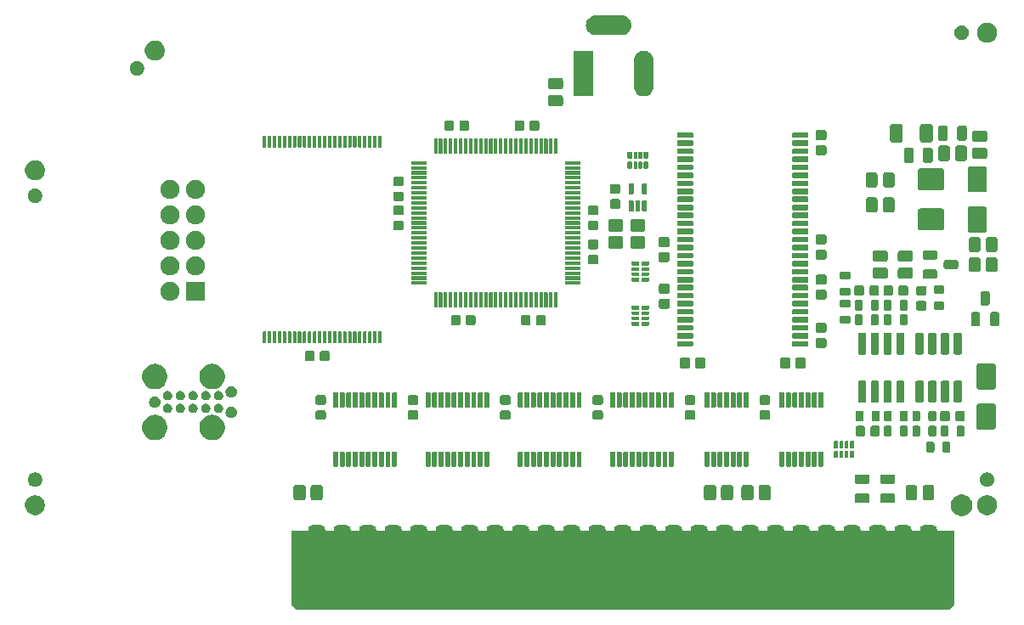
<source format=gts>
G04 #@! TF.GenerationSoftware,KiCad,Pcbnew,(5.1.5-0-10_14)*
G04 #@! TF.CreationDate,2020-10-17T17:20:31-04:00*
G04 #@! TF.ProjectId,GR8RAM,47523852-414d-42e6-9b69-6361645f7063,rev?*
G04 #@! TF.SameCoordinates,Original*
G04 #@! TF.FileFunction,Soldermask,Top*
G04 #@! TF.FilePolarity,Negative*
%FSLAX46Y46*%
G04 Gerber Fmt 4.6, Leading zero omitted, Abs format (unit mm)*
G04 Created by KiCad (PCBNEW (5.1.5-0-10_14)) date 2020-10-17 17:20:31*
%MOMM*%
%LPD*%
G04 APERTURE LIST*
%ADD10C,0.100000*%
G04 APERTURE END LIST*
D10*
G36*
X139700000Y-139446000D02*
G01*
X139192000Y-139954000D01*
X74168000Y-139954000D01*
X73660000Y-139446000D01*
X73660000Y-132080000D01*
X139700000Y-132080000D01*
X139700000Y-139446000D01*
G37*
G36*
X137686355Y-131543544D02*
G01*
X137758967Y-131565570D01*
X137825881Y-131601336D01*
X137884531Y-131649469D01*
X137932664Y-131708119D01*
X137968430Y-131775033D01*
X137990456Y-131847645D01*
X137998200Y-131926267D01*
X137998200Y-138837733D01*
X137990456Y-138916355D01*
X137968430Y-138988967D01*
X137932664Y-139055881D01*
X137884531Y-139114531D01*
X137825881Y-139162664D01*
X137758967Y-139198430D01*
X137686355Y-139220456D01*
X137607733Y-139228200D01*
X136712267Y-139228200D01*
X136633645Y-139220456D01*
X136561033Y-139198430D01*
X136494119Y-139162664D01*
X136435469Y-139114531D01*
X136387336Y-139055881D01*
X136351570Y-138988967D01*
X136329544Y-138916355D01*
X136321800Y-138837733D01*
X136321800Y-131926267D01*
X136329544Y-131847645D01*
X136351570Y-131775033D01*
X136387336Y-131708119D01*
X136435469Y-131649469D01*
X136494119Y-131601336D01*
X136561033Y-131565570D01*
X136633645Y-131543544D01*
X136712267Y-131535800D01*
X137607733Y-131535800D01*
X137686355Y-131543544D01*
G37*
G36*
X135146355Y-131543544D02*
G01*
X135218967Y-131565570D01*
X135285881Y-131601336D01*
X135344531Y-131649469D01*
X135392664Y-131708119D01*
X135428430Y-131775033D01*
X135450456Y-131847645D01*
X135458200Y-131926267D01*
X135458200Y-138837733D01*
X135450456Y-138916355D01*
X135428430Y-138988967D01*
X135392664Y-139055881D01*
X135344531Y-139114531D01*
X135285881Y-139162664D01*
X135218967Y-139198430D01*
X135146355Y-139220456D01*
X135067733Y-139228200D01*
X134172267Y-139228200D01*
X134093645Y-139220456D01*
X134021033Y-139198430D01*
X133954119Y-139162664D01*
X133895469Y-139114531D01*
X133847336Y-139055881D01*
X133811570Y-138988967D01*
X133789544Y-138916355D01*
X133781800Y-138837733D01*
X133781800Y-131926267D01*
X133789544Y-131847645D01*
X133811570Y-131775033D01*
X133847336Y-131708119D01*
X133895469Y-131649469D01*
X133954119Y-131601336D01*
X134021033Y-131565570D01*
X134093645Y-131543544D01*
X134172267Y-131535800D01*
X135067733Y-131535800D01*
X135146355Y-131543544D01*
G37*
G36*
X132606355Y-131543544D02*
G01*
X132678967Y-131565570D01*
X132745881Y-131601336D01*
X132804531Y-131649469D01*
X132852664Y-131708119D01*
X132888430Y-131775033D01*
X132910456Y-131847645D01*
X132918200Y-131926267D01*
X132918200Y-138837733D01*
X132910456Y-138916355D01*
X132888430Y-138988967D01*
X132852664Y-139055881D01*
X132804531Y-139114531D01*
X132745881Y-139162664D01*
X132678967Y-139198430D01*
X132606355Y-139220456D01*
X132527733Y-139228200D01*
X131632267Y-139228200D01*
X131553645Y-139220456D01*
X131481033Y-139198430D01*
X131414119Y-139162664D01*
X131355469Y-139114531D01*
X131307336Y-139055881D01*
X131271570Y-138988967D01*
X131249544Y-138916355D01*
X131241800Y-138837733D01*
X131241800Y-131926267D01*
X131249544Y-131847645D01*
X131271570Y-131775033D01*
X131307336Y-131708119D01*
X131355469Y-131649469D01*
X131414119Y-131601336D01*
X131481033Y-131565570D01*
X131553645Y-131543544D01*
X131632267Y-131535800D01*
X132527733Y-131535800D01*
X132606355Y-131543544D01*
G37*
G36*
X130066355Y-131543544D02*
G01*
X130138967Y-131565570D01*
X130205881Y-131601336D01*
X130264531Y-131649469D01*
X130312664Y-131708119D01*
X130348430Y-131775033D01*
X130370456Y-131847645D01*
X130378200Y-131926267D01*
X130378200Y-138837733D01*
X130370456Y-138916355D01*
X130348430Y-138988967D01*
X130312664Y-139055881D01*
X130264531Y-139114531D01*
X130205881Y-139162664D01*
X130138967Y-139198430D01*
X130066355Y-139220456D01*
X129987733Y-139228200D01*
X129092267Y-139228200D01*
X129013645Y-139220456D01*
X128941033Y-139198430D01*
X128874119Y-139162664D01*
X128815469Y-139114531D01*
X128767336Y-139055881D01*
X128731570Y-138988967D01*
X128709544Y-138916355D01*
X128701800Y-138837733D01*
X128701800Y-131926267D01*
X128709544Y-131847645D01*
X128731570Y-131775033D01*
X128767336Y-131708119D01*
X128815469Y-131649469D01*
X128874119Y-131601336D01*
X128941033Y-131565570D01*
X129013645Y-131543544D01*
X129092267Y-131535800D01*
X129987733Y-131535800D01*
X130066355Y-131543544D01*
G37*
G36*
X127526355Y-131543544D02*
G01*
X127598967Y-131565570D01*
X127665881Y-131601336D01*
X127724531Y-131649469D01*
X127772664Y-131708119D01*
X127808430Y-131775033D01*
X127830456Y-131847645D01*
X127838200Y-131926267D01*
X127838200Y-138837733D01*
X127830456Y-138916355D01*
X127808430Y-138988967D01*
X127772664Y-139055881D01*
X127724531Y-139114531D01*
X127665881Y-139162664D01*
X127598967Y-139198430D01*
X127526355Y-139220456D01*
X127447733Y-139228200D01*
X126552267Y-139228200D01*
X126473645Y-139220456D01*
X126401033Y-139198430D01*
X126334119Y-139162664D01*
X126275469Y-139114531D01*
X126227336Y-139055881D01*
X126191570Y-138988967D01*
X126169544Y-138916355D01*
X126161800Y-138837733D01*
X126161800Y-131926267D01*
X126169544Y-131847645D01*
X126191570Y-131775033D01*
X126227336Y-131708119D01*
X126275469Y-131649469D01*
X126334119Y-131601336D01*
X126401033Y-131565570D01*
X126473645Y-131543544D01*
X126552267Y-131535800D01*
X127447733Y-131535800D01*
X127526355Y-131543544D01*
G37*
G36*
X124986355Y-131543544D02*
G01*
X125058967Y-131565570D01*
X125125881Y-131601336D01*
X125184531Y-131649469D01*
X125232664Y-131708119D01*
X125268430Y-131775033D01*
X125290456Y-131847645D01*
X125298200Y-131926267D01*
X125298200Y-138837733D01*
X125290456Y-138916355D01*
X125268430Y-138988967D01*
X125232664Y-139055881D01*
X125184531Y-139114531D01*
X125125881Y-139162664D01*
X125058967Y-139198430D01*
X124986355Y-139220456D01*
X124907733Y-139228200D01*
X124012267Y-139228200D01*
X123933645Y-139220456D01*
X123861033Y-139198430D01*
X123794119Y-139162664D01*
X123735469Y-139114531D01*
X123687336Y-139055881D01*
X123651570Y-138988967D01*
X123629544Y-138916355D01*
X123621800Y-138837733D01*
X123621800Y-131926267D01*
X123629544Y-131847645D01*
X123651570Y-131775033D01*
X123687336Y-131708119D01*
X123735469Y-131649469D01*
X123794119Y-131601336D01*
X123861033Y-131565570D01*
X123933645Y-131543544D01*
X124012267Y-131535800D01*
X124907733Y-131535800D01*
X124986355Y-131543544D01*
G37*
G36*
X122446355Y-131543544D02*
G01*
X122518967Y-131565570D01*
X122585881Y-131601336D01*
X122644531Y-131649469D01*
X122692664Y-131708119D01*
X122728430Y-131775033D01*
X122750456Y-131847645D01*
X122758200Y-131926267D01*
X122758200Y-138837733D01*
X122750456Y-138916355D01*
X122728430Y-138988967D01*
X122692664Y-139055881D01*
X122644531Y-139114531D01*
X122585881Y-139162664D01*
X122518967Y-139198430D01*
X122446355Y-139220456D01*
X122367733Y-139228200D01*
X121472267Y-139228200D01*
X121393645Y-139220456D01*
X121321033Y-139198430D01*
X121254119Y-139162664D01*
X121195469Y-139114531D01*
X121147336Y-139055881D01*
X121111570Y-138988967D01*
X121089544Y-138916355D01*
X121081800Y-138837733D01*
X121081800Y-131926267D01*
X121089544Y-131847645D01*
X121111570Y-131775033D01*
X121147336Y-131708119D01*
X121195469Y-131649469D01*
X121254119Y-131601336D01*
X121321033Y-131565570D01*
X121393645Y-131543544D01*
X121472267Y-131535800D01*
X122367733Y-131535800D01*
X122446355Y-131543544D01*
G37*
G36*
X119906355Y-131543544D02*
G01*
X119978967Y-131565570D01*
X120045881Y-131601336D01*
X120104531Y-131649469D01*
X120152664Y-131708119D01*
X120188430Y-131775033D01*
X120210456Y-131847645D01*
X120218200Y-131926267D01*
X120218200Y-138837733D01*
X120210456Y-138916355D01*
X120188430Y-138988967D01*
X120152664Y-139055881D01*
X120104531Y-139114531D01*
X120045881Y-139162664D01*
X119978967Y-139198430D01*
X119906355Y-139220456D01*
X119827733Y-139228200D01*
X118932267Y-139228200D01*
X118853645Y-139220456D01*
X118781033Y-139198430D01*
X118714119Y-139162664D01*
X118655469Y-139114531D01*
X118607336Y-139055881D01*
X118571570Y-138988967D01*
X118549544Y-138916355D01*
X118541800Y-138837733D01*
X118541800Y-131926267D01*
X118549544Y-131847645D01*
X118571570Y-131775033D01*
X118607336Y-131708119D01*
X118655469Y-131649469D01*
X118714119Y-131601336D01*
X118781033Y-131565570D01*
X118853645Y-131543544D01*
X118932267Y-131535800D01*
X119827733Y-131535800D01*
X119906355Y-131543544D01*
G37*
G36*
X117366355Y-131543544D02*
G01*
X117438967Y-131565570D01*
X117505881Y-131601336D01*
X117564531Y-131649469D01*
X117612664Y-131708119D01*
X117648430Y-131775033D01*
X117670456Y-131847645D01*
X117678200Y-131926267D01*
X117678200Y-138837733D01*
X117670456Y-138916355D01*
X117648430Y-138988967D01*
X117612664Y-139055881D01*
X117564531Y-139114531D01*
X117505881Y-139162664D01*
X117438967Y-139198430D01*
X117366355Y-139220456D01*
X117287733Y-139228200D01*
X116392267Y-139228200D01*
X116313645Y-139220456D01*
X116241033Y-139198430D01*
X116174119Y-139162664D01*
X116115469Y-139114531D01*
X116067336Y-139055881D01*
X116031570Y-138988967D01*
X116009544Y-138916355D01*
X116001800Y-138837733D01*
X116001800Y-131926267D01*
X116009544Y-131847645D01*
X116031570Y-131775033D01*
X116067336Y-131708119D01*
X116115469Y-131649469D01*
X116174119Y-131601336D01*
X116241033Y-131565570D01*
X116313645Y-131543544D01*
X116392267Y-131535800D01*
X117287733Y-131535800D01*
X117366355Y-131543544D01*
G37*
G36*
X114826355Y-131543544D02*
G01*
X114898967Y-131565570D01*
X114965881Y-131601336D01*
X115024531Y-131649469D01*
X115072664Y-131708119D01*
X115108430Y-131775033D01*
X115130456Y-131847645D01*
X115138200Y-131926267D01*
X115138200Y-138837733D01*
X115130456Y-138916355D01*
X115108430Y-138988967D01*
X115072664Y-139055881D01*
X115024531Y-139114531D01*
X114965881Y-139162664D01*
X114898967Y-139198430D01*
X114826355Y-139220456D01*
X114747733Y-139228200D01*
X113852267Y-139228200D01*
X113773645Y-139220456D01*
X113701033Y-139198430D01*
X113634119Y-139162664D01*
X113575469Y-139114531D01*
X113527336Y-139055881D01*
X113491570Y-138988967D01*
X113469544Y-138916355D01*
X113461800Y-138837733D01*
X113461800Y-131926267D01*
X113469544Y-131847645D01*
X113491570Y-131775033D01*
X113527336Y-131708119D01*
X113575469Y-131649469D01*
X113634119Y-131601336D01*
X113701033Y-131565570D01*
X113773645Y-131543544D01*
X113852267Y-131535800D01*
X114747733Y-131535800D01*
X114826355Y-131543544D01*
G37*
G36*
X112286355Y-131543544D02*
G01*
X112358967Y-131565570D01*
X112425881Y-131601336D01*
X112484531Y-131649469D01*
X112532664Y-131708119D01*
X112568430Y-131775033D01*
X112590456Y-131847645D01*
X112598200Y-131926267D01*
X112598200Y-138837733D01*
X112590456Y-138916355D01*
X112568430Y-138988967D01*
X112532664Y-139055881D01*
X112484531Y-139114531D01*
X112425881Y-139162664D01*
X112358967Y-139198430D01*
X112286355Y-139220456D01*
X112207733Y-139228200D01*
X111312267Y-139228200D01*
X111233645Y-139220456D01*
X111161033Y-139198430D01*
X111094119Y-139162664D01*
X111035469Y-139114531D01*
X110987336Y-139055881D01*
X110951570Y-138988967D01*
X110929544Y-138916355D01*
X110921800Y-138837733D01*
X110921800Y-131926267D01*
X110929544Y-131847645D01*
X110951570Y-131775033D01*
X110987336Y-131708119D01*
X111035469Y-131649469D01*
X111094119Y-131601336D01*
X111161033Y-131565570D01*
X111233645Y-131543544D01*
X111312267Y-131535800D01*
X112207733Y-131535800D01*
X112286355Y-131543544D01*
G37*
G36*
X109746355Y-131543544D02*
G01*
X109818967Y-131565570D01*
X109885881Y-131601336D01*
X109944531Y-131649469D01*
X109992664Y-131708119D01*
X110028430Y-131775033D01*
X110050456Y-131847645D01*
X110058200Y-131926267D01*
X110058200Y-138837733D01*
X110050456Y-138916355D01*
X110028430Y-138988967D01*
X109992664Y-139055881D01*
X109944531Y-139114531D01*
X109885881Y-139162664D01*
X109818967Y-139198430D01*
X109746355Y-139220456D01*
X109667733Y-139228200D01*
X108772267Y-139228200D01*
X108693645Y-139220456D01*
X108621033Y-139198430D01*
X108554119Y-139162664D01*
X108495469Y-139114531D01*
X108447336Y-139055881D01*
X108411570Y-138988967D01*
X108389544Y-138916355D01*
X108381800Y-138837733D01*
X108381800Y-131926267D01*
X108389544Y-131847645D01*
X108411570Y-131775033D01*
X108447336Y-131708119D01*
X108495469Y-131649469D01*
X108554119Y-131601336D01*
X108621033Y-131565570D01*
X108693645Y-131543544D01*
X108772267Y-131535800D01*
X109667733Y-131535800D01*
X109746355Y-131543544D01*
G37*
G36*
X107206355Y-131543544D02*
G01*
X107278967Y-131565570D01*
X107345881Y-131601336D01*
X107404531Y-131649469D01*
X107452664Y-131708119D01*
X107488430Y-131775033D01*
X107510456Y-131847645D01*
X107518200Y-131926267D01*
X107518200Y-138837733D01*
X107510456Y-138916355D01*
X107488430Y-138988967D01*
X107452664Y-139055881D01*
X107404531Y-139114531D01*
X107345881Y-139162664D01*
X107278967Y-139198430D01*
X107206355Y-139220456D01*
X107127733Y-139228200D01*
X106232267Y-139228200D01*
X106153645Y-139220456D01*
X106081033Y-139198430D01*
X106014119Y-139162664D01*
X105955469Y-139114531D01*
X105907336Y-139055881D01*
X105871570Y-138988967D01*
X105849544Y-138916355D01*
X105841800Y-138837733D01*
X105841800Y-131926267D01*
X105849544Y-131847645D01*
X105871570Y-131775033D01*
X105907336Y-131708119D01*
X105955469Y-131649469D01*
X106014119Y-131601336D01*
X106081033Y-131565570D01*
X106153645Y-131543544D01*
X106232267Y-131535800D01*
X107127733Y-131535800D01*
X107206355Y-131543544D01*
G37*
G36*
X104666355Y-131543544D02*
G01*
X104738967Y-131565570D01*
X104805881Y-131601336D01*
X104864531Y-131649469D01*
X104912664Y-131708119D01*
X104948430Y-131775033D01*
X104970456Y-131847645D01*
X104978200Y-131926267D01*
X104978200Y-138837733D01*
X104970456Y-138916355D01*
X104948430Y-138988967D01*
X104912664Y-139055881D01*
X104864531Y-139114531D01*
X104805881Y-139162664D01*
X104738967Y-139198430D01*
X104666355Y-139220456D01*
X104587733Y-139228200D01*
X103692267Y-139228200D01*
X103613645Y-139220456D01*
X103541033Y-139198430D01*
X103474119Y-139162664D01*
X103415469Y-139114531D01*
X103367336Y-139055881D01*
X103331570Y-138988967D01*
X103309544Y-138916355D01*
X103301800Y-138837733D01*
X103301800Y-131926267D01*
X103309544Y-131847645D01*
X103331570Y-131775033D01*
X103367336Y-131708119D01*
X103415469Y-131649469D01*
X103474119Y-131601336D01*
X103541033Y-131565570D01*
X103613645Y-131543544D01*
X103692267Y-131535800D01*
X104587733Y-131535800D01*
X104666355Y-131543544D01*
G37*
G36*
X102126355Y-131543544D02*
G01*
X102198967Y-131565570D01*
X102265881Y-131601336D01*
X102324531Y-131649469D01*
X102372664Y-131708119D01*
X102408430Y-131775033D01*
X102430456Y-131847645D01*
X102438200Y-131926267D01*
X102438200Y-138837733D01*
X102430456Y-138916355D01*
X102408430Y-138988967D01*
X102372664Y-139055881D01*
X102324531Y-139114531D01*
X102265881Y-139162664D01*
X102198967Y-139198430D01*
X102126355Y-139220456D01*
X102047733Y-139228200D01*
X101152267Y-139228200D01*
X101073645Y-139220456D01*
X101001033Y-139198430D01*
X100934119Y-139162664D01*
X100875469Y-139114531D01*
X100827336Y-139055881D01*
X100791570Y-138988967D01*
X100769544Y-138916355D01*
X100761800Y-138837733D01*
X100761800Y-131926267D01*
X100769544Y-131847645D01*
X100791570Y-131775033D01*
X100827336Y-131708119D01*
X100875469Y-131649469D01*
X100934119Y-131601336D01*
X101001033Y-131565570D01*
X101073645Y-131543544D01*
X101152267Y-131535800D01*
X102047733Y-131535800D01*
X102126355Y-131543544D01*
G37*
G36*
X99586355Y-131543544D02*
G01*
X99658967Y-131565570D01*
X99725881Y-131601336D01*
X99784531Y-131649469D01*
X99832664Y-131708119D01*
X99868430Y-131775033D01*
X99890456Y-131847645D01*
X99898200Y-131926267D01*
X99898200Y-138837733D01*
X99890456Y-138916355D01*
X99868430Y-138988967D01*
X99832664Y-139055881D01*
X99784531Y-139114531D01*
X99725881Y-139162664D01*
X99658967Y-139198430D01*
X99586355Y-139220456D01*
X99507733Y-139228200D01*
X98612267Y-139228200D01*
X98533645Y-139220456D01*
X98461033Y-139198430D01*
X98394119Y-139162664D01*
X98335469Y-139114531D01*
X98287336Y-139055881D01*
X98251570Y-138988967D01*
X98229544Y-138916355D01*
X98221800Y-138837733D01*
X98221800Y-131926267D01*
X98229544Y-131847645D01*
X98251570Y-131775033D01*
X98287336Y-131708119D01*
X98335469Y-131649469D01*
X98394119Y-131601336D01*
X98461033Y-131565570D01*
X98533645Y-131543544D01*
X98612267Y-131535800D01*
X99507733Y-131535800D01*
X99586355Y-131543544D01*
G37*
G36*
X97046355Y-131543544D02*
G01*
X97118967Y-131565570D01*
X97185881Y-131601336D01*
X97244531Y-131649469D01*
X97292664Y-131708119D01*
X97328430Y-131775033D01*
X97350456Y-131847645D01*
X97358200Y-131926267D01*
X97358200Y-138837733D01*
X97350456Y-138916355D01*
X97328430Y-138988967D01*
X97292664Y-139055881D01*
X97244531Y-139114531D01*
X97185881Y-139162664D01*
X97118967Y-139198430D01*
X97046355Y-139220456D01*
X96967733Y-139228200D01*
X96072267Y-139228200D01*
X95993645Y-139220456D01*
X95921033Y-139198430D01*
X95854119Y-139162664D01*
X95795469Y-139114531D01*
X95747336Y-139055881D01*
X95711570Y-138988967D01*
X95689544Y-138916355D01*
X95681800Y-138837733D01*
X95681800Y-131926267D01*
X95689544Y-131847645D01*
X95711570Y-131775033D01*
X95747336Y-131708119D01*
X95795469Y-131649469D01*
X95854119Y-131601336D01*
X95921033Y-131565570D01*
X95993645Y-131543544D01*
X96072267Y-131535800D01*
X96967733Y-131535800D01*
X97046355Y-131543544D01*
G37*
G36*
X94506355Y-131543544D02*
G01*
X94578967Y-131565570D01*
X94645881Y-131601336D01*
X94704531Y-131649469D01*
X94752664Y-131708119D01*
X94788430Y-131775033D01*
X94810456Y-131847645D01*
X94818200Y-131926267D01*
X94818200Y-138837733D01*
X94810456Y-138916355D01*
X94788430Y-138988967D01*
X94752664Y-139055881D01*
X94704531Y-139114531D01*
X94645881Y-139162664D01*
X94578967Y-139198430D01*
X94506355Y-139220456D01*
X94427733Y-139228200D01*
X93532267Y-139228200D01*
X93453645Y-139220456D01*
X93381033Y-139198430D01*
X93314119Y-139162664D01*
X93255469Y-139114531D01*
X93207336Y-139055881D01*
X93171570Y-138988967D01*
X93149544Y-138916355D01*
X93141800Y-138837733D01*
X93141800Y-131926267D01*
X93149544Y-131847645D01*
X93171570Y-131775033D01*
X93207336Y-131708119D01*
X93255469Y-131649469D01*
X93314119Y-131601336D01*
X93381033Y-131565570D01*
X93453645Y-131543544D01*
X93532267Y-131535800D01*
X94427733Y-131535800D01*
X94506355Y-131543544D01*
G37*
G36*
X91966355Y-131543544D02*
G01*
X92038967Y-131565570D01*
X92105881Y-131601336D01*
X92164531Y-131649469D01*
X92212664Y-131708119D01*
X92248430Y-131775033D01*
X92270456Y-131847645D01*
X92278200Y-131926267D01*
X92278200Y-138837733D01*
X92270456Y-138916355D01*
X92248430Y-138988967D01*
X92212664Y-139055881D01*
X92164531Y-139114531D01*
X92105881Y-139162664D01*
X92038967Y-139198430D01*
X91966355Y-139220456D01*
X91887733Y-139228200D01*
X90992267Y-139228200D01*
X90913645Y-139220456D01*
X90841033Y-139198430D01*
X90774119Y-139162664D01*
X90715469Y-139114531D01*
X90667336Y-139055881D01*
X90631570Y-138988967D01*
X90609544Y-138916355D01*
X90601800Y-138837733D01*
X90601800Y-131926267D01*
X90609544Y-131847645D01*
X90631570Y-131775033D01*
X90667336Y-131708119D01*
X90715469Y-131649469D01*
X90774119Y-131601336D01*
X90841033Y-131565570D01*
X90913645Y-131543544D01*
X90992267Y-131535800D01*
X91887733Y-131535800D01*
X91966355Y-131543544D01*
G37*
G36*
X89426355Y-131543544D02*
G01*
X89498967Y-131565570D01*
X89565881Y-131601336D01*
X89624531Y-131649469D01*
X89672664Y-131708119D01*
X89708430Y-131775033D01*
X89730456Y-131847645D01*
X89738200Y-131926267D01*
X89738200Y-138837733D01*
X89730456Y-138916355D01*
X89708430Y-138988967D01*
X89672664Y-139055881D01*
X89624531Y-139114531D01*
X89565881Y-139162664D01*
X89498967Y-139198430D01*
X89426355Y-139220456D01*
X89347733Y-139228200D01*
X88452267Y-139228200D01*
X88373645Y-139220456D01*
X88301033Y-139198430D01*
X88234119Y-139162664D01*
X88175469Y-139114531D01*
X88127336Y-139055881D01*
X88091570Y-138988967D01*
X88069544Y-138916355D01*
X88061800Y-138837733D01*
X88061800Y-131926267D01*
X88069544Y-131847645D01*
X88091570Y-131775033D01*
X88127336Y-131708119D01*
X88175469Y-131649469D01*
X88234119Y-131601336D01*
X88301033Y-131565570D01*
X88373645Y-131543544D01*
X88452267Y-131535800D01*
X89347733Y-131535800D01*
X89426355Y-131543544D01*
G37*
G36*
X86886355Y-131543544D02*
G01*
X86958967Y-131565570D01*
X87025881Y-131601336D01*
X87084531Y-131649469D01*
X87132664Y-131708119D01*
X87168430Y-131775033D01*
X87190456Y-131847645D01*
X87198200Y-131926267D01*
X87198200Y-138837733D01*
X87190456Y-138916355D01*
X87168430Y-138988967D01*
X87132664Y-139055881D01*
X87084531Y-139114531D01*
X87025881Y-139162664D01*
X86958967Y-139198430D01*
X86886355Y-139220456D01*
X86807733Y-139228200D01*
X85912267Y-139228200D01*
X85833645Y-139220456D01*
X85761033Y-139198430D01*
X85694119Y-139162664D01*
X85635469Y-139114531D01*
X85587336Y-139055881D01*
X85551570Y-138988967D01*
X85529544Y-138916355D01*
X85521800Y-138837733D01*
X85521800Y-131926267D01*
X85529544Y-131847645D01*
X85551570Y-131775033D01*
X85587336Y-131708119D01*
X85635469Y-131649469D01*
X85694119Y-131601336D01*
X85761033Y-131565570D01*
X85833645Y-131543544D01*
X85912267Y-131535800D01*
X86807733Y-131535800D01*
X86886355Y-131543544D01*
G37*
G36*
X84346355Y-131543544D02*
G01*
X84418967Y-131565570D01*
X84485881Y-131601336D01*
X84544531Y-131649469D01*
X84592664Y-131708119D01*
X84628430Y-131775033D01*
X84650456Y-131847645D01*
X84658200Y-131926267D01*
X84658200Y-138837733D01*
X84650456Y-138916355D01*
X84628430Y-138988967D01*
X84592664Y-139055881D01*
X84544531Y-139114531D01*
X84485881Y-139162664D01*
X84418967Y-139198430D01*
X84346355Y-139220456D01*
X84267733Y-139228200D01*
X83372267Y-139228200D01*
X83293645Y-139220456D01*
X83221033Y-139198430D01*
X83154119Y-139162664D01*
X83095469Y-139114531D01*
X83047336Y-139055881D01*
X83011570Y-138988967D01*
X82989544Y-138916355D01*
X82981800Y-138837733D01*
X82981800Y-131926267D01*
X82989544Y-131847645D01*
X83011570Y-131775033D01*
X83047336Y-131708119D01*
X83095469Y-131649469D01*
X83154119Y-131601336D01*
X83221033Y-131565570D01*
X83293645Y-131543544D01*
X83372267Y-131535800D01*
X84267733Y-131535800D01*
X84346355Y-131543544D01*
G37*
G36*
X81806355Y-131543544D02*
G01*
X81878967Y-131565570D01*
X81945881Y-131601336D01*
X82004531Y-131649469D01*
X82052664Y-131708119D01*
X82088430Y-131775033D01*
X82110456Y-131847645D01*
X82118200Y-131926267D01*
X82118200Y-138837733D01*
X82110456Y-138916355D01*
X82088430Y-138988967D01*
X82052664Y-139055881D01*
X82004531Y-139114531D01*
X81945881Y-139162664D01*
X81878967Y-139198430D01*
X81806355Y-139220456D01*
X81727733Y-139228200D01*
X80832267Y-139228200D01*
X80753645Y-139220456D01*
X80681033Y-139198430D01*
X80614119Y-139162664D01*
X80555469Y-139114531D01*
X80507336Y-139055881D01*
X80471570Y-138988967D01*
X80449544Y-138916355D01*
X80441800Y-138837733D01*
X80441800Y-131926267D01*
X80449544Y-131847645D01*
X80471570Y-131775033D01*
X80507336Y-131708119D01*
X80555469Y-131649469D01*
X80614119Y-131601336D01*
X80681033Y-131565570D01*
X80753645Y-131543544D01*
X80832267Y-131535800D01*
X81727733Y-131535800D01*
X81806355Y-131543544D01*
G37*
G36*
X79266355Y-131543544D02*
G01*
X79338967Y-131565570D01*
X79405881Y-131601336D01*
X79464531Y-131649469D01*
X79512664Y-131708119D01*
X79548430Y-131775033D01*
X79570456Y-131847645D01*
X79578200Y-131926267D01*
X79578200Y-138837733D01*
X79570456Y-138916355D01*
X79548430Y-138988967D01*
X79512664Y-139055881D01*
X79464531Y-139114531D01*
X79405881Y-139162664D01*
X79338967Y-139198430D01*
X79266355Y-139220456D01*
X79187733Y-139228200D01*
X78292267Y-139228200D01*
X78213645Y-139220456D01*
X78141033Y-139198430D01*
X78074119Y-139162664D01*
X78015469Y-139114531D01*
X77967336Y-139055881D01*
X77931570Y-138988967D01*
X77909544Y-138916355D01*
X77901800Y-138837733D01*
X77901800Y-131926267D01*
X77909544Y-131847645D01*
X77931570Y-131775033D01*
X77967336Y-131708119D01*
X78015469Y-131649469D01*
X78074119Y-131601336D01*
X78141033Y-131565570D01*
X78213645Y-131543544D01*
X78292267Y-131535800D01*
X79187733Y-131535800D01*
X79266355Y-131543544D01*
G37*
G36*
X76726355Y-131543544D02*
G01*
X76798967Y-131565570D01*
X76865881Y-131601336D01*
X76924531Y-131649469D01*
X76972664Y-131708119D01*
X77008430Y-131775033D01*
X77030456Y-131847645D01*
X77038200Y-131926267D01*
X77038200Y-138837733D01*
X77030456Y-138916355D01*
X77008430Y-138988967D01*
X76972664Y-139055881D01*
X76924531Y-139114531D01*
X76865881Y-139162664D01*
X76798967Y-139198430D01*
X76726355Y-139220456D01*
X76647733Y-139228200D01*
X75752267Y-139228200D01*
X75673645Y-139220456D01*
X75601033Y-139198430D01*
X75534119Y-139162664D01*
X75475469Y-139114531D01*
X75427336Y-139055881D01*
X75391570Y-138988967D01*
X75369544Y-138916355D01*
X75361800Y-138837733D01*
X75361800Y-131926267D01*
X75369544Y-131847645D01*
X75391570Y-131775033D01*
X75427336Y-131708119D01*
X75475469Y-131649469D01*
X75534119Y-131601336D01*
X75601033Y-131565570D01*
X75673645Y-131543544D01*
X75752267Y-131535800D01*
X76647733Y-131535800D01*
X76726355Y-131543544D01*
G37*
G36*
X140775914Y-128505157D02*
G01*
X140971777Y-128586286D01*
X141148033Y-128704057D01*
X141297943Y-128853967D01*
X141415714Y-129030223D01*
X141496843Y-129226086D01*
X141538200Y-129434004D01*
X141538200Y-129645996D01*
X141496843Y-129853914D01*
X141415714Y-130049777D01*
X141297943Y-130226033D01*
X141148033Y-130375943D01*
X140971777Y-130493714D01*
X140775914Y-130574843D01*
X140567996Y-130616200D01*
X140356004Y-130616200D01*
X140148086Y-130574843D01*
X139952223Y-130493714D01*
X139775967Y-130375943D01*
X139626057Y-130226033D01*
X139508286Y-130049777D01*
X139427157Y-129853914D01*
X139385800Y-129645996D01*
X139385800Y-129434004D01*
X139427157Y-129226086D01*
X139508286Y-129030223D01*
X139626057Y-128853967D01*
X139775967Y-128704057D01*
X139952223Y-128586286D01*
X140148086Y-128505157D01*
X140356004Y-128463800D01*
X140567996Y-128463800D01*
X140775914Y-128505157D01*
G37*
G36*
X48424692Y-128578429D02*
G01*
X48606679Y-128653811D01*
X48770458Y-128763245D01*
X48770460Y-128763247D01*
X48770463Y-128763249D01*
X48909751Y-128902537D01*
X48909753Y-128902540D01*
X48909755Y-128902542D01*
X49019189Y-129066321D01*
X49094571Y-129248308D01*
X49133000Y-129441509D01*
X49133000Y-129638491D01*
X49094571Y-129831692D01*
X49019189Y-130013679D01*
X48909755Y-130177458D01*
X48909753Y-130177460D01*
X48909751Y-130177463D01*
X48770463Y-130316751D01*
X48770460Y-130316753D01*
X48770458Y-130316755D01*
X48606679Y-130426189D01*
X48424692Y-130501571D01*
X48231491Y-130540000D01*
X48034509Y-130540000D01*
X47841308Y-130501571D01*
X47659321Y-130426189D01*
X47495542Y-130316755D01*
X47495540Y-130316753D01*
X47495537Y-130316751D01*
X47356249Y-130177463D01*
X47356247Y-130177460D01*
X47356245Y-130177458D01*
X47246811Y-130013679D01*
X47171429Y-129831692D01*
X47133000Y-129638491D01*
X47133000Y-129441509D01*
X47171429Y-129248308D01*
X47246811Y-129066321D01*
X47356245Y-128902542D01*
X47356247Y-128902540D01*
X47356249Y-128902537D01*
X47495537Y-128763249D01*
X47495540Y-128763247D01*
X47495542Y-128763245D01*
X47659321Y-128653811D01*
X47841308Y-128578429D01*
X48034509Y-128540000D01*
X48231491Y-128540000D01*
X48424692Y-128578429D01*
G37*
G36*
X143293692Y-128578429D02*
G01*
X143475679Y-128653811D01*
X143639458Y-128763245D01*
X143639460Y-128763247D01*
X143639463Y-128763249D01*
X143778751Y-128902537D01*
X143778753Y-128902540D01*
X143778755Y-128902542D01*
X143888189Y-129066321D01*
X143963571Y-129248308D01*
X144002000Y-129441509D01*
X144002000Y-129638491D01*
X143963571Y-129831692D01*
X143888189Y-130013679D01*
X143778755Y-130177458D01*
X143778753Y-130177460D01*
X143778751Y-130177463D01*
X143639463Y-130316751D01*
X143639460Y-130316753D01*
X143639458Y-130316755D01*
X143475679Y-130426189D01*
X143293692Y-130501571D01*
X143100491Y-130540000D01*
X142903509Y-130540000D01*
X142710308Y-130501571D01*
X142528321Y-130426189D01*
X142364542Y-130316755D01*
X142364540Y-130316753D01*
X142364537Y-130316751D01*
X142225249Y-130177463D01*
X142225247Y-130177460D01*
X142225245Y-130177458D01*
X142115811Y-130013679D01*
X142040429Y-129831692D01*
X142002000Y-129638491D01*
X142002000Y-129441509D01*
X142040429Y-129248308D01*
X142115811Y-129066321D01*
X142225245Y-128902542D01*
X142225247Y-128902540D01*
X142225249Y-128902537D01*
X142364537Y-128763249D01*
X142364540Y-128763247D01*
X142364542Y-128763245D01*
X142528321Y-128653811D01*
X142710308Y-128578429D01*
X142903509Y-128540000D01*
X143100491Y-128540000D01*
X143293692Y-128578429D01*
G37*
G36*
X133680329Y-128368255D02*
G01*
X133718868Y-128379945D01*
X133754388Y-128398931D01*
X133785520Y-128424480D01*
X133811069Y-128455612D01*
X133830055Y-128491132D01*
X133841745Y-128529671D01*
X133846000Y-128572868D01*
X133846000Y-129105132D01*
X133841745Y-129148329D01*
X133830055Y-129186868D01*
X133811069Y-129222388D01*
X133785520Y-129253520D01*
X133754388Y-129279069D01*
X133718868Y-129298055D01*
X133680329Y-129309745D01*
X133637132Y-129314000D01*
X132554868Y-129314000D01*
X132511671Y-129309745D01*
X132473132Y-129298055D01*
X132437612Y-129279069D01*
X132406480Y-129253520D01*
X132380931Y-129222388D01*
X132361945Y-129186868D01*
X132350255Y-129148329D01*
X132346000Y-129105132D01*
X132346000Y-128572868D01*
X132350255Y-128529671D01*
X132361945Y-128491132D01*
X132380931Y-128455612D01*
X132406480Y-128424480D01*
X132437612Y-128398931D01*
X132473132Y-128379945D01*
X132511671Y-128368255D01*
X132554868Y-128364000D01*
X133637132Y-128364000D01*
X133680329Y-128368255D01*
G37*
G36*
X131140329Y-128368255D02*
G01*
X131178868Y-128379945D01*
X131214388Y-128398931D01*
X131245520Y-128424480D01*
X131271069Y-128455612D01*
X131290055Y-128491132D01*
X131301745Y-128529671D01*
X131306000Y-128572868D01*
X131306000Y-129105132D01*
X131301745Y-129148329D01*
X131290055Y-129186868D01*
X131271069Y-129222388D01*
X131245520Y-129253520D01*
X131214388Y-129279069D01*
X131178868Y-129298055D01*
X131140329Y-129309745D01*
X131097132Y-129314000D01*
X130014868Y-129314000D01*
X129971671Y-129309745D01*
X129933132Y-129298055D01*
X129897612Y-129279069D01*
X129866480Y-129253520D01*
X129840931Y-129222388D01*
X129821945Y-129186868D01*
X129810255Y-129148329D01*
X129806000Y-129105132D01*
X129806000Y-128572868D01*
X129810255Y-128529671D01*
X129821945Y-128491132D01*
X129840931Y-128455612D01*
X129866480Y-128424480D01*
X129897612Y-128398931D01*
X129933132Y-128379945D01*
X129971671Y-128368255D01*
X130014868Y-128364000D01*
X131097132Y-128364000D01*
X131140329Y-128368255D01*
G37*
G36*
X115778737Y-127499267D02*
G01*
X115829119Y-127514550D01*
X115875546Y-127539366D01*
X115916239Y-127572761D01*
X115949634Y-127613454D01*
X115974450Y-127659881D01*
X115989733Y-127710263D01*
X115995200Y-127765767D01*
X115995200Y-128774233D01*
X115989733Y-128829737D01*
X115974450Y-128880119D01*
X115949634Y-128926546D01*
X115916239Y-128967239D01*
X115875546Y-129000634D01*
X115829119Y-129025450D01*
X115778737Y-129040733D01*
X115723233Y-129046200D01*
X115064767Y-129046200D01*
X115009263Y-129040733D01*
X114958881Y-129025450D01*
X114912454Y-129000634D01*
X114871761Y-128967239D01*
X114838366Y-128926546D01*
X114813550Y-128880119D01*
X114798267Y-128829737D01*
X114792800Y-128774233D01*
X114792800Y-127765767D01*
X114798267Y-127710263D01*
X114813550Y-127659881D01*
X114838366Y-127613454D01*
X114871761Y-127572761D01*
X114912454Y-127539366D01*
X114958881Y-127514550D01*
X115009263Y-127499267D01*
X115064767Y-127493800D01*
X115723233Y-127493800D01*
X115778737Y-127499267D01*
G37*
G36*
X119510737Y-127499267D02*
G01*
X119561119Y-127514550D01*
X119607546Y-127539366D01*
X119648239Y-127572761D01*
X119681634Y-127613454D01*
X119706450Y-127659881D01*
X119721733Y-127710263D01*
X119727200Y-127765767D01*
X119727200Y-128774233D01*
X119721733Y-128829737D01*
X119706450Y-128880119D01*
X119681634Y-128926546D01*
X119648239Y-128967239D01*
X119607546Y-129000634D01*
X119561119Y-129025450D01*
X119510737Y-129040733D01*
X119455233Y-129046200D01*
X118796767Y-129046200D01*
X118741263Y-129040733D01*
X118690881Y-129025450D01*
X118644454Y-129000634D01*
X118603761Y-128967239D01*
X118570366Y-128926546D01*
X118545550Y-128880119D01*
X118530267Y-128829737D01*
X118524800Y-128774233D01*
X118524800Y-127765767D01*
X118530267Y-127710263D01*
X118545550Y-127659881D01*
X118570366Y-127613454D01*
X118603761Y-127572761D01*
X118644454Y-127539366D01*
X118690881Y-127514550D01*
X118741263Y-127499267D01*
X118796767Y-127493800D01*
X119455233Y-127493800D01*
X119510737Y-127499267D01*
G37*
G36*
X121210737Y-127499267D02*
G01*
X121261119Y-127514550D01*
X121307546Y-127539366D01*
X121348239Y-127572761D01*
X121381634Y-127613454D01*
X121406450Y-127659881D01*
X121421733Y-127710263D01*
X121427200Y-127765767D01*
X121427200Y-128774233D01*
X121421733Y-128829737D01*
X121406450Y-128880119D01*
X121381634Y-128926546D01*
X121348239Y-128967239D01*
X121307546Y-129000634D01*
X121261119Y-129025450D01*
X121210737Y-129040733D01*
X121155233Y-129046200D01*
X120496767Y-129046200D01*
X120441263Y-129040733D01*
X120390881Y-129025450D01*
X120344454Y-129000634D01*
X120303761Y-128967239D01*
X120270366Y-128926546D01*
X120245550Y-128880119D01*
X120230267Y-128829737D01*
X120224800Y-128774233D01*
X120224800Y-127765767D01*
X120230267Y-127710263D01*
X120245550Y-127659881D01*
X120270366Y-127613454D01*
X120303761Y-127572761D01*
X120344454Y-127539366D01*
X120390881Y-127514550D01*
X120441263Y-127499267D01*
X120496767Y-127493800D01*
X121155233Y-127493800D01*
X121210737Y-127499267D01*
G37*
G36*
X117478737Y-127499267D02*
G01*
X117529119Y-127514550D01*
X117575546Y-127539366D01*
X117616239Y-127572761D01*
X117649634Y-127613454D01*
X117674450Y-127659881D01*
X117689733Y-127710263D01*
X117695200Y-127765767D01*
X117695200Y-128774233D01*
X117689733Y-128829737D01*
X117674450Y-128880119D01*
X117649634Y-128926546D01*
X117616239Y-128967239D01*
X117575546Y-129000634D01*
X117529119Y-129025450D01*
X117478737Y-129040733D01*
X117423233Y-129046200D01*
X116764767Y-129046200D01*
X116709263Y-129040733D01*
X116658881Y-129025450D01*
X116612454Y-129000634D01*
X116571761Y-128967239D01*
X116538366Y-128926546D01*
X116513550Y-128880119D01*
X116498267Y-128829737D01*
X116492800Y-128774233D01*
X116492800Y-127765767D01*
X116498267Y-127710263D01*
X116513550Y-127659881D01*
X116538366Y-127613454D01*
X116571761Y-127572761D01*
X116612454Y-127539366D01*
X116658881Y-127514550D01*
X116709263Y-127499267D01*
X116764767Y-127493800D01*
X117423233Y-127493800D01*
X117478737Y-127499267D01*
G37*
G36*
X76584737Y-127499267D02*
G01*
X76635119Y-127514550D01*
X76681546Y-127539366D01*
X76722239Y-127572761D01*
X76755634Y-127613454D01*
X76780450Y-127659881D01*
X76795733Y-127710263D01*
X76801200Y-127765767D01*
X76801200Y-128774233D01*
X76795733Y-128829737D01*
X76780450Y-128880119D01*
X76755634Y-128926546D01*
X76722239Y-128967239D01*
X76681546Y-129000634D01*
X76635119Y-129025450D01*
X76584737Y-129040733D01*
X76529233Y-129046200D01*
X75870767Y-129046200D01*
X75815263Y-129040733D01*
X75764881Y-129025450D01*
X75718454Y-129000634D01*
X75677761Y-128967239D01*
X75644366Y-128926546D01*
X75619550Y-128880119D01*
X75604267Y-128829737D01*
X75598800Y-128774233D01*
X75598800Y-127765767D01*
X75604267Y-127710263D01*
X75619550Y-127659881D01*
X75644366Y-127613454D01*
X75677761Y-127572761D01*
X75718454Y-127539366D01*
X75764881Y-127514550D01*
X75815263Y-127499267D01*
X75870767Y-127493800D01*
X76529233Y-127493800D01*
X76584737Y-127499267D01*
G37*
G36*
X74884737Y-127499267D02*
G01*
X74935119Y-127514550D01*
X74981546Y-127539366D01*
X75022239Y-127572761D01*
X75055634Y-127613454D01*
X75080450Y-127659881D01*
X75095733Y-127710263D01*
X75101200Y-127765767D01*
X75101200Y-128774233D01*
X75095733Y-128829737D01*
X75080450Y-128880119D01*
X75055634Y-128926546D01*
X75022239Y-128967239D01*
X74981546Y-129000634D01*
X74935119Y-129025450D01*
X74884737Y-129040733D01*
X74829233Y-129046200D01*
X74170767Y-129046200D01*
X74115263Y-129040733D01*
X74064881Y-129025450D01*
X74018454Y-129000634D01*
X73977761Y-128967239D01*
X73944366Y-128926546D01*
X73919550Y-128880119D01*
X73904267Y-128829737D01*
X73898800Y-128774233D01*
X73898800Y-127765767D01*
X73904267Y-127710263D01*
X73919550Y-127659881D01*
X73944366Y-127613454D01*
X73977761Y-127572761D01*
X74018454Y-127539366D01*
X74064881Y-127514550D01*
X74115263Y-127499267D01*
X74170767Y-127493800D01*
X74829233Y-127493800D01*
X74884737Y-127499267D01*
G37*
G36*
X137529082Y-127525215D02*
G01*
X137577006Y-127539752D01*
X137621168Y-127563357D01*
X137659876Y-127595124D01*
X137691643Y-127633832D01*
X137715248Y-127677994D01*
X137729785Y-127725918D01*
X137735000Y-127778867D01*
X137735000Y-128761133D01*
X137729785Y-128814082D01*
X137715248Y-128862006D01*
X137691643Y-128906168D01*
X137659876Y-128944876D01*
X137621168Y-128976643D01*
X137577006Y-129000248D01*
X137529082Y-129014785D01*
X137476133Y-129020000D01*
X136843867Y-129020000D01*
X136790918Y-129014785D01*
X136742994Y-129000248D01*
X136698832Y-128976643D01*
X136660124Y-128944876D01*
X136628357Y-128906168D01*
X136604752Y-128862006D01*
X136590215Y-128814082D01*
X136585000Y-128761133D01*
X136585000Y-127778867D01*
X136590215Y-127725918D01*
X136604752Y-127677994D01*
X136628357Y-127633832D01*
X136660124Y-127595124D01*
X136698832Y-127563357D01*
X136742994Y-127539752D01*
X136790918Y-127525215D01*
X136843867Y-127520000D01*
X137476133Y-127520000D01*
X137529082Y-127525215D01*
G37*
G36*
X135829082Y-127525215D02*
G01*
X135877006Y-127539752D01*
X135921168Y-127563357D01*
X135959876Y-127595124D01*
X135991643Y-127633832D01*
X136015248Y-127677994D01*
X136029785Y-127725918D01*
X136035000Y-127778867D01*
X136035000Y-128761133D01*
X136029785Y-128814082D01*
X136015248Y-128862006D01*
X135991643Y-128906168D01*
X135959876Y-128944876D01*
X135921168Y-128976643D01*
X135877006Y-129000248D01*
X135829082Y-129014785D01*
X135776133Y-129020000D01*
X135143867Y-129020000D01*
X135090918Y-129014785D01*
X135042994Y-129000248D01*
X134998832Y-128976643D01*
X134960124Y-128944876D01*
X134928357Y-128906168D01*
X134904752Y-128862006D01*
X134890215Y-128814082D01*
X134885000Y-128761133D01*
X134885000Y-127778867D01*
X134890215Y-127725918D01*
X134904752Y-127677994D01*
X134928357Y-127633832D01*
X134960124Y-127595124D01*
X134998832Y-127563357D01*
X135042994Y-127539752D01*
X135090918Y-127525215D01*
X135143867Y-127520000D01*
X135776133Y-127520000D01*
X135829082Y-127525215D01*
G37*
G36*
X143119933Y-126285274D02*
G01*
X143213185Y-126303823D01*
X143344939Y-126358398D01*
X143344940Y-126358399D01*
X143344943Y-126358400D01*
X143463523Y-126437633D01*
X143564367Y-126538477D01*
X143643600Y-126657057D01*
X143643601Y-126657060D01*
X143643602Y-126657061D01*
X143698177Y-126788815D01*
X143726000Y-126928693D01*
X143726000Y-127071307D01*
X143698177Y-127211185D01*
X143643602Y-127342939D01*
X143643600Y-127342943D01*
X143564367Y-127461523D01*
X143463523Y-127562367D01*
X143344943Y-127641600D01*
X143344940Y-127641601D01*
X143344939Y-127641602D01*
X143213185Y-127696177D01*
X143119933Y-127714726D01*
X143073308Y-127724000D01*
X142930692Y-127724000D01*
X142884067Y-127714726D01*
X142790815Y-127696177D01*
X142659061Y-127641602D01*
X142659060Y-127641601D01*
X142659057Y-127641600D01*
X142540477Y-127562367D01*
X142439633Y-127461523D01*
X142360400Y-127342943D01*
X142360398Y-127342939D01*
X142305823Y-127211185D01*
X142278000Y-127071307D01*
X142278000Y-126928693D01*
X142305823Y-126788815D01*
X142360398Y-126657061D01*
X142360399Y-126657060D01*
X142360400Y-126657057D01*
X142439633Y-126538477D01*
X142540477Y-126437633D01*
X142659057Y-126358400D01*
X142659060Y-126358399D01*
X142659061Y-126358398D01*
X142790815Y-126303823D01*
X142884067Y-126285274D01*
X142930692Y-126276000D01*
X143073308Y-126276000D01*
X143119933Y-126285274D01*
G37*
G36*
X48250933Y-126285274D02*
G01*
X48344185Y-126303823D01*
X48475939Y-126358398D01*
X48475940Y-126358399D01*
X48475943Y-126358400D01*
X48594523Y-126437633D01*
X48695367Y-126538477D01*
X48774600Y-126657057D01*
X48774601Y-126657060D01*
X48774602Y-126657061D01*
X48829177Y-126788815D01*
X48857000Y-126928693D01*
X48857000Y-127071307D01*
X48829177Y-127211185D01*
X48774602Y-127342939D01*
X48774600Y-127342943D01*
X48695367Y-127461523D01*
X48594523Y-127562367D01*
X48475943Y-127641600D01*
X48475940Y-127641601D01*
X48475939Y-127641602D01*
X48344185Y-127696177D01*
X48250933Y-127714726D01*
X48204308Y-127724000D01*
X48061692Y-127724000D01*
X48015067Y-127714726D01*
X47921815Y-127696177D01*
X47790061Y-127641602D01*
X47790060Y-127641601D01*
X47790057Y-127641600D01*
X47671477Y-127562367D01*
X47570633Y-127461523D01*
X47491400Y-127342943D01*
X47491398Y-127342939D01*
X47436823Y-127211185D01*
X47409000Y-127071307D01*
X47409000Y-126928693D01*
X47436823Y-126788815D01*
X47491398Y-126657061D01*
X47491399Y-126657060D01*
X47491400Y-126657057D01*
X47570633Y-126538477D01*
X47671477Y-126437633D01*
X47790057Y-126358400D01*
X47790060Y-126358399D01*
X47790061Y-126358398D01*
X47921815Y-126303823D01*
X48015067Y-126285274D01*
X48061692Y-126276000D01*
X48204308Y-126276000D01*
X48250933Y-126285274D01*
G37*
G36*
X133680329Y-126468255D02*
G01*
X133718868Y-126479945D01*
X133754388Y-126498931D01*
X133785520Y-126524480D01*
X133811069Y-126555612D01*
X133830055Y-126591132D01*
X133841745Y-126629671D01*
X133846000Y-126672868D01*
X133846000Y-127205132D01*
X133841745Y-127248329D01*
X133830055Y-127286868D01*
X133811069Y-127322388D01*
X133785520Y-127353520D01*
X133754388Y-127379069D01*
X133718868Y-127398055D01*
X133680329Y-127409745D01*
X133637132Y-127414000D01*
X132554868Y-127414000D01*
X132511671Y-127409745D01*
X132473132Y-127398055D01*
X132437612Y-127379069D01*
X132406480Y-127353520D01*
X132380931Y-127322388D01*
X132361945Y-127286868D01*
X132350255Y-127248329D01*
X132346000Y-127205132D01*
X132346000Y-126672868D01*
X132350255Y-126629671D01*
X132361945Y-126591132D01*
X132380931Y-126555612D01*
X132406480Y-126524480D01*
X132437612Y-126498931D01*
X132473132Y-126479945D01*
X132511671Y-126468255D01*
X132554868Y-126464000D01*
X133637132Y-126464000D01*
X133680329Y-126468255D01*
G37*
G36*
X131140329Y-126468255D02*
G01*
X131178868Y-126479945D01*
X131214388Y-126498931D01*
X131245520Y-126524480D01*
X131271069Y-126555612D01*
X131290055Y-126591132D01*
X131301745Y-126629671D01*
X131306000Y-126672868D01*
X131306000Y-127205132D01*
X131301745Y-127248329D01*
X131290055Y-127286868D01*
X131271069Y-127322388D01*
X131245520Y-127353520D01*
X131214388Y-127379069D01*
X131178868Y-127398055D01*
X131140329Y-127409745D01*
X131097132Y-127414000D01*
X130014868Y-127414000D01*
X129971671Y-127409745D01*
X129933132Y-127398055D01*
X129897612Y-127379069D01*
X129866480Y-127353520D01*
X129840931Y-127322388D01*
X129821945Y-127286868D01*
X129810255Y-127248329D01*
X129806000Y-127205132D01*
X129806000Y-126672868D01*
X129810255Y-126629671D01*
X129821945Y-126591132D01*
X129840931Y-126555612D01*
X129866480Y-126524480D01*
X129897612Y-126498931D01*
X129933132Y-126479945D01*
X129971671Y-126468255D01*
X130014868Y-126464000D01*
X131097132Y-126464000D01*
X131140329Y-126468255D01*
G37*
G36*
X88124285Y-124203083D02*
G01*
X88141623Y-124208343D01*
X88157611Y-124216889D01*
X88171617Y-124228383D01*
X88183111Y-124242389D01*
X88191657Y-124258377D01*
X88196917Y-124275715D01*
X88199000Y-124296866D01*
X88199000Y-125603134D01*
X88196917Y-125624285D01*
X88191657Y-125641623D01*
X88183111Y-125657611D01*
X88171617Y-125671617D01*
X88157611Y-125683111D01*
X88141623Y-125691657D01*
X88124285Y-125696917D01*
X88103134Y-125699000D01*
X87796866Y-125699000D01*
X87775715Y-125696917D01*
X87758377Y-125691657D01*
X87742389Y-125683111D01*
X87728383Y-125671617D01*
X87716889Y-125657611D01*
X87708343Y-125641623D01*
X87703083Y-125624285D01*
X87701000Y-125603134D01*
X87701000Y-124296866D01*
X87703083Y-124275715D01*
X87708343Y-124258377D01*
X87716889Y-124242389D01*
X87728383Y-124228383D01*
X87742389Y-124216889D01*
X87758377Y-124208343D01*
X87775715Y-124203083D01*
X87796866Y-124201000D01*
X88103134Y-124201000D01*
X88124285Y-124203083D01*
G37*
G36*
X87474285Y-124203083D02*
G01*
X87491623Y-124208343D01*
X87507611Y-124216889D01*
X87521617Y-124228383D01*
X87533111Y-124242389D01*
X87541657Y-124258377D01*
X87546917Y-124275715D01*
X87549000Y-124296866D01*
X87549000Y-125603134D01*
X87546917Y-125624285D01*
X87541657Y-125641623D01*
X87533111Y-125657611D01*
X87521617Y-125671617D01*
X87507611Y-125683111D01*
X87491623Y-125691657D01*
X87474285Y-125696917D01*
X87453134Y-125699000D01*
X87146866Y-125699000D01*
X87125715Y-125696917D01*
X87108377Y-125691657D01*
X87092389Y-125683111D01*
X87078383Y-125671617D01*
X87066889Y-125657611D01*
X87058343Y-125641623D01*
X87053083Y-125624285D01*
X87051000Y-125603134D01*
X87051000Y-124296866D01*
X87053083Y-124275715D01*
X87058343Y-124258377D01*
X87066889Y-124242389D01*
X87078383Y-124228383D01*
X87092389Y-124216889D01*
X87108377Y-124208343D01*
X87125715Y-124203083D01*
X87146866Y-124201000D01*
X87453134Y-124201000D01*
X87474285Y-124203083D01*
G37*
G36*
X84124285Y-124203083D02*
G01*
X84141623Y-124208343D01*
X84157611Y-124216889D01*
X84171617Y-124228383D01*
X84183111Y-124242389D01*
X84191657Y-124258377D01*
X84196917Y-124275715D01*
X84199000Y-124296866D01*
X84199000Y-125603134D01*
X84196917Y-125624285D01*
X84191657Y-125641623D01*
X84183111Y-125657611D01*
X84171617Y-125671617D01*
X84157611Y-125683111D01*
X84141623Y-125691657D01*
X84124285Y-125696917D01*
X84103134Y-125699000D01*
X83796866Y-125699000D01*
X83775715Y-125696917D01*
X83758377Y-125691657D01*
X83742389Y-125683111D01*
X83728383Y-125671617D01*
X83716889Y-125657611D01*
X83708343Y-125641623D01*
X83703083Y-125624285D01*
X83701000Y-125603134D01*
X83701000Y-124296866D01*
X83703083Y-124275715D01*
X83708343Y-124258377D01*
X83716889Y-124242389D01*
X83728383Y-124228383D01*
X83742389Y-124216889D01*
X83758377Y-124208343D01*
X83775715Y-124203083D01*
X83796866Y-124201000D01*
X84103134Y-124201000D01*
X84124285Y-124203083D01*
G37*
G36*
X83474285Y-124203083D02*
G01*
X83491623Y-124208343D01*
X83507611Y-124216889D01*
X83521617Y-124228383D01*
X83533111Y-124242389D01*
X83541657Y-124258377D01*
X83546917Y-124275715D01*
X83549000Y-124296866D01*
X83549000Y-125603134D01*
X83546917Y-125624285D01*
X83541657Y-125641623D01*
X83533111Y-125657611D01*
X83521617Y-125671617D01*
X83507611Y-125683111D01*
X83491623Y-125691657D01*
X83474285Y-125696917D01*
X83453134Y-125699000D01*
X83146866Y-125699000D01*
X83125715Y-125696917D01*
X83108377Y-125691657D01*
X83092389Y-125683111D01*
X83078383Y-125671617D01*
X83066889Y-125657611D01*
X83058343Y-125641623D01*
X83053083Y-125624285D01*
X83051000Y-125603134D01*
X83051000Y-124296866D01*
X83053083Y-124275715D01*
X83058343Y-124258377D01*
X83066889Y-124242389D01*
X83078383Y-124228383D01*
X83092389Y-124216889D01*
X83108377Y-124208343D01*
X83125715Y-124203083D01*
X83146866Y-124201000D01*
X83453134Y-124201000D01*
X83474285Y-124203083D01*
G37*
G36*
X82824285Y-124203083D02*
G01*
X82841623Y-124208343D01*
X82857611Y-124216889D01*
X82871617Y-124228383D01*
X82883111Y-124242389D01*
X82891657Y-124258377D01*
X82896917Y-124275715D01*
X82899000Y-124296866D01*
X82899000Y-125603134D01*
X82896917Y-125624285D01*
X82891657Y-125641623D01*
X82883111Y-125657611D01*
X82871617Y-125671617D01*
X82857611Y-125683111D01*
X82841623Y-125691657D01*
X82824285Y-125696917D01*
X82803134Y-125699000D01*
X82496866Y-125699000D01*
X82475715Y-125696917D01*
X82458377Y-125691657D01*
X82442389Y-125683111D01*
X82428383Y-125671617D01*
X82416889Y-125657611D01*
X82408343Y-125641623D01*
X82403083Y-125624285D01*
X82401000Y-125603134D01*
X82401000Y-124296866D01*
X82403083Y-124275715D01*
X82408343Y-124258377D01*
X82416889Y-124242389D01*
X82428383Y-124228383D01*
X82442389Y-124216889D01*
X82458377Y-124208343D01*
X82475715Y-124203083D01*
X82496866Y-124201000D01*
X82803134Y-124201000D01*
X82824285Y-124203083D01*
G37*
G36*
X82174285Y-124203083D02*
G01*
X82191623Y-124208343D01*
X82207611Y-124216889D01*
X82221617Y-124228383D01*
X82233111Y-124242389D01*
X82241657Y-124258377D01*
X82246917Y-124275715D01*
X82249000Y-124296866D01*
X82249000Y-125603134D01*
X82246917Y-125624285D01*
X82241657Y-125641623D01*
X82233111Y-125657611D01*
X82221617Y-125671617D01*
X82207611Y-125683111D01*
X82191623Y-125691657D01*
X82174285Y-125696917D01*
X82153134Y-125699000D01*
X81846866Y-125699000D01*
X81825715Y-125696917D01*
X81808377Y-125691657D01*
X81792389Y-125683111D01*
X81778383Y-125671617D01*
X81766889Y-125657611D01*
X81758343Y-125641623D01*
X81753083Y-125624285D01*
X81751000Y-125603134D01*
X81751000Y-124296866D01*
X81753083Y-124275715D01*
X81758343Y-124258377D01*
X81766889Y-124242389D01*
X81778383Y-124228383D01*
X81792389Y-124216889D01*
X81808377Y-124208343D01*
X81825715Y-124203083D01*
X81846866Y-124201000D01*
X82153134Y-124201000D01*
X82174285Y-124203083D01*
G37*
G36*
X81524285Y-124203083D02*
G01*
X81541623Y-124208343D01*
X81557611Y-124216889D01*
X81571617Y-124228383D01*
X81583111Y-124242389D01*
X81591657Y-124258377D01*
X81596917Y-124275715D01*
X81599000Y-124296866D01*
X81599000Y-125603134D01*
X81596917Y-125624285D01*
X81591657Y-125641623D01*
X81583111Y-125657611D01*
X81571617Y-125671617D01*
X81557611Y-125683111D01*
X81541623Y-125691657D01*
X81524285Y-125696917D01*
X81503134Y-125699000D01*
X81196866Y-125699000D01*
X81175715Y-125696917D01*
X81158377Y-125691657D01*
X81142389Y-125683111D01*
X81128383Y-125671617D01*
X81116889Y-125657611D01*
X81108343Y-125641623D01*
X81103083Y-125624285D01*
X81101000Y-125603134D01*
X81101000Y-124296866D01*
X81103083Y-124275715D01*
X81108343Y-124258377D01*
X81116889Y-124242389D01*
X81128383Y-124228383D01*
X81142389Y-124216889D01*
X81158377Y-124208343D01*
X81175715Y-124203083D01*
X81196866Y-124201000D01*
X81503134Y-124201000D01*
X81524285Y-124203083D01*
G37*
G36*
X80874285Y-124203083D02*
G01*
X80891623Y-124208343D01*
X80907611Y-124216889D01*
X80921617Y-124228383D01*
X80933111Y-124242389D01*
X80941657Y-124258377D01*
X80946917Y-124275715D01*
X80949000Y-124296866D01*
X80949000Y-125603134D01*
X80946917Y-125624285D01*
X80941657Y-125641623D01*
X80933111Y-125657611D01*
X80921617Y-125671617D01*
X80907611Y-125683111D01*
X80891623Y-125691657D01*
X80874285Y-125696917D01*
X80853134Y-125699000D01*
X80546866Y-125699000D01*
X80525715Y-125696917D01*
X80508377Y-125691657D01*
X80492389Y-125683111D01*
X80478383Y-125671617D01*
X80466889Y-125657611D01*
X80458343Y-125641623D01*
X80453083Y-125624285D01*
X80451000Y-125603134D01*
X80451000Y-124296866D01*
X80453083Y-124275715D01*
X80458343Y-124258377D01*
X80466889Y-124242389D01*
X80478383Y-124228383D01*
X80492389Y-124216889D01*
X80508377Y-124208343D01*
X80525715Y-124203083D01*
X80546866Y-124201000D01*
X80853134Y-124201000D01*
X80874285Y-124203083D01*
G37*
G36*
X80224285Y-124203083D02*
G01*
X80241623Y-124208343D01*
X80257611Y-124216889D01*
X80271617Y-124228383D01*
X80283111Y-124242389D01*
X80291657Y-124258377D01*
X80296917Y-124275715D01*
X80299000Y-124296866D01*
X80299000Y-125603134D01*
X80296917Y-125624285D01*
X80291657Y-125641623D01*
X80283111Y-125657611D01*
X80271617Y-125671617D01*
X80257611Y-125683111D01*
X80241623Y-125691657D01*
X80224285Y-125696917D01*
X80203134Y-125699000D01*
X79896866Y-125699000D01*
X79875715Y-125696917D01*
X79858377Y-125691657D01*
X79842389Y-125683111D01*
X79828383Y-125671617D01*
X79816889Y-125657611D01*
X79808343Y-125641623D01*
X79803083Y-125624285D01*
X79801000Y-125603134D01*
X79801000Y-124296866D01*
X79803083Y-124275715D01*
X79808343Y-124258377D01*
X79816889Y-124242389D01*
X79828383Y-124228383D01*
X79842389Y-124216889D01*
X79858377Y-124208343D01*
X79875715Y-124203083D01*
X79896866Y-124201000D01*
X80203134Y-124201000D01*
X80224285Y-124203083D01*
G37*
G36*
X79574285Y-124203083D02*
G01*
X79591623Y-124208343D01*
X79607611Y-124216889D01*
X79621617Y-124228383D01*
X79633111Y-124242389D01*
X79641657Y-124258377D01*
X79646917Y-124275715D01*
X79649000Y-124296866D01*
X79649000Y-125603134D01*
X79646917Y-125624285D01*
X79641657Y-125641623D01*
X79633111Y-125657611D01*
X79621617Y-125671617D01*
X79607611Y-125683111D01*
X79591623Y-125691657D01*
X79574285Y-125696917D01*
X79553134Y-125699000D01*
X79246866Y-125699000D01*
X79225715Y-125696917D01*
X79208377Y-125691657D01*
X79192389Y-125683111D01*
X79178383Y-125671617D01*
X79166889Y-125657611D01*
X79158343Y-125641623D01*
X79153083Y-125624285D01*
X79151000Y-125603134D01*
X79151000Y-124296866D01*
X79153083Y-124275715D01*
X79158343Y-124258377D01*
X79166889Y-124242389D01*
X79178383Y-124228383D01*
X79192389Y-124216889D01*
X79208377Y-124208343D01*
X79225715Y-124203083D01*
X79246866Y-124201000D01*
X79553134Y-124201000D01*
X79574285Y-124203083D01*
G37*
G36*
X78924285Y-124203083D02*
G01*
X78941623Y-124208343D01*
X78957611Y-124216889D01*
X78971617Y-124228383D01*
X78983111Y-124242389D01*
X78991657Y-124258377D01*
X78996917Y-124275715D01*
X78999000Y-124296866D01*
X78999000Y-125603134D01*
X78996917Y-125624285D01*
X78991657Y-125641623D01*
X78983111Y-125657611D01*
X78971617Y-125671617D01*
X78957611Y-125683111D01*
X78941623Y-125691657D01*
X78924285Y-125696917D01*
X78903134Y-125699000D01*
X78596866Y-125699000D01*
X78575715Y-125696917D01*
X78558377Y-125691657D01*
X78542389Y-125683111D01*
X78528383Y-125671617D01*
X78516889Y-125657611D01*
X78508343Y-125641623D01*
X78503083Y-125624285D01*
X78501000Y-125603134D01*
X78501000Y-124296866D01*
X78503083Y-124275715D01*
X78508343Y-124258377D01*
X78516889Y-124242389D01*
X78528383Y-124228383D01*
X78542389Y-124216889D01*
X78558377Y-124208343D01*
X78575715Y-124203083D01*
X78596866Y-124201000D01*
X78903134Y-124201000D01*
X78924285Y-124203083D01*
G37*
G36*
X78274285Y-124203083D02*
G01*
X78291623Y-124208343D01*
X78307611Y-124216889D01*
X78321617Y-124228383D01*
X78333111Y-124242389D01*
X78341657Y-124258377D01*
X78346917Y-124275715D01*
X78349000Y-124296866D01*
X78349000Y-125603134D01*
X78346917Y-125624285D01*
X78341657Y-125641623D01*
X78333111Y-125657611D01*
X78321617Y-125671617D01*
X78307611Y-125683111D01*
X78291623Y-125691657D01*
X78274285Y-125696917D01*
X78253134Y-125699000D01*
X77946866Y-125699000D01*
X77925715Y-125696917D01*
X77908377Y-125691657D01*
X77892389Y-125683111D01*
X77878383Y-125671617D01*
X77866889Y-125657611D01*
X77858343Y-125641623D01*
X77853083Y-125624285D01*
X77851000Y-125603134D01*
X77851000Y-124296866D01*
X77853083Y-124275715D01*
X77858343Y-124258377D01*
X77866889Y-124242389D01*
X77878383Y-124228383D01*
X77892389Y-124216889D01*
X77908377Y-124208343D01*
X77925715Y-124203083D01*
X77946866Y-124201000D01*
X78253134Y-124201000D01*
X78274285Y-124203083D01*
G37*
G36*
X118524285Y-124203083D02*
G01*
X118541623Y-124208343D01*
X118557611Y-124216889D01*
X118571617Y-124228383D01*
X118583111Y-124242389D01*
X118591657Y-124258377D01*
X118596917Y-124275715D01*
X118599000Y-124296866D01*
X118599000Y-125603134D01*
X118596917Y-125624285D01*
X118591657Y-125641623D01*
X118583111Y-125657611D01*
X118571617Y-125671617D01*
X118557611Y-125683111D01*
X118541623Y-125691657D01*
X118524285Y-125696917D01*
X118503134Y-125699000D01*
X118196866Y-125699000D01*
X118175715Y-125696917D01*
X118158377Y-125691657D01*
X118142389Y-125683111D01*
X118128383Y-125671617D01*
X118116889Y-125657611D01*
X118108343Y-125641623D01*
X118103083Y-125624285D01*
X118101000Y-125603134D01*
X118101000Y-124296866D01*
X118103083Y-124275715D01*
X118108343Y-124258377D01*
X118116889Y-124242389D01*
X118128383Y-124228383D01*
X118142389Y-124216889D01*
X118158377Y-124208343D01*
X118175715Y-124203083D01*
X118196866Y-124201000D01*
X118503134Y-124201000D01*
X118524285Y-124203083D01*
G37*
G36*
X117874285Y-124203083D02*
G01*
X117891623Y-124208343D01*
X117907611Y-124216889D01*
X117921617Y-124228383D01*
X117933111Y-124242389D01*
X117941657Y-124258377D01*
X117946917Y-124275715D01*
X117949000Y-124296866D01*
X117949000Y-125603134D01*
X117946917Y-125624285D01*
X117941657Y-125641623D01*
X117933111Y-125657611D01*
X117921617Y-125671617D01*
X117907611Y-125683111D01*
X117891623Y-125691657D01*
X117874285Y-125696917D01*
X117853134Y-125699000D01*
X117546866Y-125699000D01*
X117525715Y-125696917D01*
X117508377Y-125691657D01*
X117492389Y-125683111D01*
X117478383Y-125671617D01*
X117466889Y-125657611D01*
X117458343Y-125641623D01*
X117453083Y-125624285D01*
X117451000Y-125603134D01*
X117451000Y-124296866D01*
X117453083Y-124275715D01*
X117458343Y-124258377D01*
X117466889Y-124242389D01*
X117478383Y-124228383D01*
X117492389Y-124216889D01*
X117508377Y-124208343D01*
X117525715Y-124203083D01*
X117546866Y-124201000D01*
X117853134Y-124201000D01*
X117874285Y-124203083D01*
G37*
G36*
X117224285Y-124203083D02*
G01*
X117241623Y-124208343D01*
X117257611Y-124216889D01*
X117271617Y-124228383D01*
X117283111Y-124242389D01*
X117291657Y-124258377D01*
X117296917Y-124275715D01*
X117299000Y-124296866D01*
X117299000Y-125603134D01*
X117296917Y-125624285D01*
X117291657Y-125641623D01*
X117283111Y-125657611D01*
X117271617Y-125671617D01*
X117257611Y-125683111D01*
X117241623Y-125691657D01*
X117224285Y-125696917D01*
X117203134Y-125699000D01*
X116896866Y-125699000D01*
X116875715Y-125696917D01*
X116858377Y-125691657D01*
X116842389Y-125683111D01*
X116828383Y-125671617D01*
X116816889Y-125657611D01*
X116808343Y-125641623D01*
X116803083Y-125624285D01*
X116801000Y-125603134D01*
X116801000Y-124296866D01*
X116803083Y-124275715D01*
X116808343Y-124258377D01*
X116816889Y-124242389D01*
X116828383Y-124228383D01*
X116842389Y-124216889D01*
X116858377Y-124208343D01*
X116875715Y-124203083D01*
X116896866Y-124201000D01*
X117203134Y-124201000D01*
X117224285Y-124203083D01*
G37*
G36*
X116574285Y-124203083D02*
G01*
X116591623Y-124208343D01*
X116607611Y-124216889D01*
X116621617Y-124228383D01*
X116633111Y-124242389D01*
X116641657Y-124258377D01*
X116646917Y-124275715D01*
X116649000Y-124296866D01*
X116649000Y-125603134D01*
X116646917Y-125624285D01*
X116641657Y-125641623D01*
X116633111Y-125657611D01*
X116621617Y-125671617D01*
X116607611Y-125683111D01*
X116591623Y-125691657D01*
X116574285Y-125696917D01*
X116553134Y-125699000D01*
X116246866Y-125699000D01*
X116225715Y-125696917D01*
X116208377Y-125691657D01*
X116192389Y-125683111D01*
X116178383Y-125671617D01*
X116166889Y-125657611D01*
X116158343Y-125641623D01*
X116153083Y-125624285D01*
X116151000Y-125603134D01*
X116151000Y-124296866D01*
X116153083Y-124275715D01*
X116158343Y-124258377D01*
X116166889Y-124242389D01*
X116178383Y-124228383D01*
X116192389Y-124216889D01*
X116208377Y-124208343D01*
X116225715Y-124203083D01*
X116246866Y-124201000D01*
X116553134Y-124201000D01*
X116574285Y-124203083D01*
G37*
G36*
X115924285Y-124203083D02*
G01*
X115941623Y-124208343D01*
X115957611Y-124216889D01*
X115971617Y-124228383D01*
X115983111Y-124242389D01*
X115991657Y-124258377D01*
X115996917Y-124275715D01*
X115999000Y-124296866D01*
X115999000Y-125603134D01*
X115996917Y-125624285D01*
X115991657Y-125641623D01*
X115983111Y-125657611D01*
X115971617Y-125671617D01*
X115957611Y-125683111D01*
X115941623Y-125691657D01*
X115924285Y-125696917D01*
X115903134Y-125699000D01*
X115596866Y-125699000D01*
X115575715Y-125696917D01*
X115558377Y-125691657D01*
X115542389Y-125683111D01*
X115528383Y-125671617D01*
X115516889Y-125657611D01*
X115508343Y-125641623D01*
X115503083Y-125624285D01*
X115501000Y-125603134D01*
X115501000Y-124296866D01*
X115503083Y-124275715D01*
X115508343Y-124258377D01*
X115516889Y-124242389D01*
X115528383Y-124228383D01*
X115542389Y-124216889D01*
X115558377Y-124208343D01*
X115575715Y-124203083D01*
X115596866Y-124201000D01*
X115903134Y-124201000D01*
X115924285Y-124203083D01*
G37*
G36*
X115274285Y-124203083D02*
G01*
X115291623Y-124208343D01*
X115307611Y-124216889D01*
X115321617Y-124228383D01*
X115333111Y-124242389D01*
X115341657Y-124258377D01*
X115346917Y-124275715D01*
X115349000Y-124296866D01*
X115349000Y-125603134D01*
X115346917Y-125624285D01*
X115341657Y-125641623D01*
X115333111Y-125657611D01*
X115321617Y-125671617D01*
X115307611Y-125683111D01*
X115291623Y-125691657D01*
X115274285Y-125696917D01*
X115253134Y-125699000D01*
X114946866Y-125699000D01*
X114925715Y-125696917D01*
X114908377Y-125691657D01*
X114892389Y-125683111D01*
X114878383Y-125671617D01*
X114866889Y-125657611D01*
X114858343Y-125641623D01*
X114853083Y-125624285D01*
X114851000Y-125603134D01*
X114851000Y-124296866D01*
X114853083Y-124275715D01*
X114858343Y-124258377D01*
X114866889Y-124242389D01*
X114878383Y-124228383D01*
X114892389Y-124216889D01*
X114908377Y-124208343D01*
X114925715Y-124203083D01*
X114946866Y-124201000D01*
X115253134Y-124201000D01*
X115274285Y-124203083D01*
G37*
G36*
X111724285Y-124203083D02*
G01*
X111741623Y-124208343D01*
X111757611Y-124216889D01*
X111771617Y-124228383D01*
X111783111Y-124242389D01*
X111791657Y-124258377D01*
X111796917Y-124275715D01*
X111799000Y-124296866D01*
X111799000Y-125603134D01*
X111796917Y-125624285D01*
X111791657Y-125641623D01*
X111783111Y-125657611D01*
X111771617Y-125671617D01*
X111757611Y-125683111D01*
X111741623Y-125691657D01*
X111724285Y-125696917D01*
X111703134Y-125699000D01*
X111396866Y-125699000D01*
X111375715Y-125696917D01*
X111358377Y-125691657D01*
X111342389Y-125683111D01*
X111328383Y-125671617D01*
X111316889Y-125657611D01*
X111308343Y-125641623D01*
X111303083Y-125624285D01*
X111301000Y-125603134D01*
X111301000Y-124296866D01*
X111303083Y-124275715D01*
X111308343Y-124258377D01*
X111316889Y-124242389D01*
X111328383Y-124228383D01*
X111342389Y-124216889D01*
X111358377Y-124208343D01*
X111375715Y-124203083D01*
X111396866Y-124201000D01*
X111703134Y-124201000D01*
X111724285Y-124203083D01*
G37*
G36*
X111074285Y-124203083D02*
G01*
X111091623Y-124208343D01*
X111107611Y-124216889D01*
X111121617Y-124228383D01*
X111133111Y-124242389D01*
X111141657Y-124258377D01*
X111146917Y-124275715D01*
X111149000Y-124296866D01*
X111149000Y-125603134D01*
X111146917Y-125624285D01*
X111141657Y-125641623D01*
X111133111Y-125657611D01*
X111121617Y-125671617D01*
X111107611Y-125683111D01*
X111091623Y-125691657D01*
X111074285Y-125696917D01*
X111053134Y-125699000D01*
X110746866Y-125699000D01*
X110725715Y-125696917D01*
X110708377Y-125691657D01*
X110692389Y-125683111D01*
X110678383Y-125671617D01*
X110666889Y-125657611D01*
X110658343Y-125641623D01*
X110653083Y-125624285D01*
X110651000Y-125603134D01*
X110651000Y-124296866D01*
X110653083Y-124275715D01*
X110658343Y-124258377D01*
X110666889Y-124242389D01*
X110678383Y-124228383D01*
X110692389Y-124216889D01*
X110708377Y-124208343D01*
X110725715Y-124203083D01*
X110746866Y-124201000D01*
X111053134Y-124201000D01*
X111074285Y-124203083D01*
G37*
G36*
X110424285Y-124203083D02*
G01*
X110441623Y-124208343D01*
X110457611Y-124216889D01*
X110471617Y-124228383D01*
X110483111Y-124242389D01*
X110491657Y-124258377D01*
X110496917Y-124275715D01*
X110499000Y-124296866D01*
X110499000Y-125603134D01*
X110496917Y-125624285D01*
X110491657Y-125641623D01*
X110483111Y-125657611D01*
X110471617Y-125671617D01*
X110457611Y-125683111D01*
X110441623Y-125691657D01*
X110424285Y-125696917D01*
X110403134Y-125699000D01*
X110096866Y-125699000D01*
X110075715Y-125696917D01*
X110058377Y-125691657D01*
X110042389Y-125683111D01*
X110028383Y-125671617D01*
X110016889Y-125657611D01*
X110008343Y-125641623D01*
X110003083Y-125624285D01*
X110001000Y-125603134D01*
X110001000Y-124296866D01*
X110003083Y-124275715D01*
X110008343Y-124258377D01*
X110016889Y-124242389D01*
X110028383Y-124228383D01*
X110042389Y-124216889D01*
X110058377Y-124208343D01*
X110075715Y-124203083D01*
X110096866Y-124201000D01*
X110403134Y-124201000D01*
X110424285Y-124203083D01*
G37*
G36*
X109774285Y-124203083D02*
G01*
X109791623Y-124208343D01*
X109807611Y-124216889D01*
X109821617Y-124228383D01*
X109833111Y-124242389D01*
X109841657Y-124258377D01*
X109846917Y-124275715D01*
X109849000Y-124296866D01*
X109849000Y-125603134D01*
X109846917Y-125624285D01*
X109841657Y-125641623D01*
X109833111Y-125657611D01*
X109821617Y-125671617D01*
X109807611Y-125683111D01*
X109791623Y-125691657D01*
X109774285Y-125696917D01*
X109753134Y-125699000D01*
X109446866Y-125699000D01*
X109425715Y-125696917D01*
X109408377Y-125691657D01*
X109392389Y-125683111D01*
X109378383Y-125671617D01*
X109366889Y-125657611D01*
X109358343Y-125641623D01*
X109353083Y-125624285D01*
X109351000Y-125603134D01*
X109351000Y-124296866D01*
X109353083Y-124275715D01*
X109358343Y-124258377D01*
X109366889Y-124242389D01*
X109378383Y-124228383D01*
X109392389Y-124216889D01*
X109408377Y-124208343D01*
X109425715Y-124203083D01*
X109446866Y-124201000D01*
X109753134Y-124201000D01*
X109774285Y-124203083D01*
G37*
G36*
X109124285Y-124203083D02*
G01*
X109141623Y-124208343D01*
X109157611Y-124216889D01*
X109171617Y-124228383D01*
X109183111Y-124242389D01*
X109191657Y-124258377D01*
X109196917Y-124275715D01*
X109199000Y-124296866D01*
X109199000Y-125603134D01*
X109196917Y-125624285D01*
X109191657Y-125641623D01*
X109183111Y-125657611D01*
X109171617Y-125671617D01*
X109157611Y-125683111D01*
X109141623Y-125691657D01*
X109124285Y-125696917D01*
X109103134Y-125699000D01*
X108796866Y-125699000D01*
X108775715Y-125696917D01*
X108758377Y-125691657D01*
X108742389Y-125683111D01*
X108728383Y-125671617D01*
X108716889Y-125657611D01*
X108708343Y-125641623D01*
X108703083Y-125624285D01*
X108701000Y-125603134D01*
X108701000Y-124296866D01*
X108703083Y-124275715D01*
X108708343Y-124258377D01*
X108716889Y-124242389D01*
X108728383Y-124228383D01*
X108742389Y-124216889D01*
X108758377Y-124208343D01*
X108775715Y-124203083D01*
X108796866Y-124201000D01*
X109103134Y-124201000D01*
X109124285Y-124203083D01*
G37*
G36*
X108474285Y-124203083D02*
G01*
X108491623Y-124208343D01*
X108507611Y-124216889D01*
X108521617Y-124228383D01*
X108533111Y-124242389D01*
X108541657Y-124258377D01*
X108546917Y-124275715D01*
X108549000Y-124296866D01*
X108549000Y-125603134D01*
X108546917Y-125624285D01*
X108541657Y-125641623D01*
X108533111Y-125657611D01*
X108521617Y-125671617D01*
X108507611Y-125683111D01*
X108491623Y-125691657D01*
X108474285Y-125696917D01*
X108453134Y-125699000D01*
X108146866Y-125699000D01*
X108125715Y-125696917D01*
X108108377Y-125691657D01*
X108092389Y-125683111D01*
X108078383Y-125671617D01*
X108066889Y-125657611D01*
X108058343Y-125641623D01*
X108053083Y-125624285D01*
X108051000Y-125603134D01*
X108051000Y-124296866D01*
X108053083Y-124275715D01*
X108058343Y-124258377D01*
X108066889Y-124242389D01*
X108078383Y-124228383D01*
X108092389Y-124216889D01*
X108108377Y-124208343D01*
X108125715Y-124203083D01*
X108146866Y-124201000D01*
X108453134Y-124201000D01*
X108474285Y-124203083D01*
G37*
G36*
X119174285Y-124203083D02*
G01*
X119191623Y-124208343D01*
X119207611Y-124216889D01*
X119221617Y-124228383D01*
X119233111Y-124242389D01*
X119241657Y-124258377D01*
X119246917Y-124275715D01*
X119249000Y-124296866D01*
X119249000Y-125603134D01*
X119246917Y-125624285D01*
X119241657Y-125641623D01*
X119233111Y-125657611D01*
X119221617Y-125671617D01*
X119207611Y-125683111D01*
X119191623Y-125691657D01*
X119174285Y-125696917D01*
X119153134Y-125699000D01*
X118846866Y-125699000D01*
X118825715Y-125696917D01*
X118808377Y-125691657D01*
X118792389Y-125683111D01*
X118778383Y-125671617D01*
X118766889Y-125657611D01*
X118758343Y-125641623D01*
X118753083Y-125624285D01*
X118751000Y-125603134D01*
X118751000Y-124296866D01*
X118753083Y-124275715D01*
X118758343Y-124258377D01*
X118766889Y-124242389D01*
X118778383Y-124228383D01*
X118792389Y-124216889D01*
X118808377Y-124208343D01*
X118825715Y-124203083D01*
X118846866Y-124201000D01*
X119153134Y-124201000D01*
X119174285Y-124203083D01*
G37*
G36*
X107824285Y-124203083D02*
G01*
X107841623Y-124208343D01*
X107857611Y-124216889D01*
X107871617Y-124228383D01*
X107883111Y-124242389D01*
X107891657Y-124258377D01*
X107896917Y-124275715D01*
X107899000Y-124296866D01*
X107899000Y-125603134D01*
X107896917Y-125624285D01*
X107891657Y-125641623D01*
X107883111Y-125657611D01*
X107871617Y-125671617D01*
X107857611Y-125683111D01*
X107841623Y-125691657D01*
X107824285Y-125696917D01*
X107803134Y-125699000D01*
X107496866Y-125699000D01*
X107475715Y-125696917D01*
X107458377Y-125691657D01*
X107442389Y-125683111D01*
X107428383Y-125671617D01*
X107416889Y-125657611D01*
X107408343Y-125641623D01*
X107403083Y-125624285D01*
X107401000Y-125603134D01*
X107401000Y-124296866D01*
X107403083Y-124275715D01*
X107408343Y-124258377D01*
X107416889Y-124242389D01*
X107428383Y-124228383D01*
X107442389Y-124216889D01*
X107458377Y-124208343D01*
X107475715Y-124203083D01*
X107496866Y-124201000D01*
X107803134Y-124201000D01*
X107824285Y-124203083D01*
G37*
G36*
X126624285Y-124203083D02*
G01*
X126641623Y-124208343D01*
X126657611Y-124216889D01*
X126671617Y-124228383D01*
X126683111Y-124242389D01*
X126691657Y-124258377D01*
X126696917Y-124275715D01*
X126699000Y-124296866D01*
X126699000Y-125603134D01*
X126696917Y-125624285D01*
X126691657Y-125641623D01*
X126683111Y-125657611D01*
X126671617Y-125671617D01*
X126657611Y-125683111D01*
X126641623Y-125691657D01*
X126624285Y-125696917D01*
X126603134Y-125699000D01*
X126296866Y-125699000D01*
X126275715Y-125696917D01*
X126258377Y-125691657D01*
X126242389Y-125683111D01*
X126228383Y-125671617D01*
X126216889Y-125657611D01*
X126208343Y-125641623D01*
X126203083Y-125624285D01*
X126201000Y-125603134D01*
X126201000Y-124296866D01*
X126203083Y-124275715D01*
X126208343Y-124258377D01*
X126216889Y-124242389D01*
X126228383Y-124228383D01*
X126242389Y-124216889D01*
X126258377Y-124208343D01*
X126275715Y-124203083D01*
X126296866Y-124201000D01*
X126603134Y-124201000D01*
X126624285Y-124203083D01*
G37*
G36*
X125974285Y-124203083D02*
G01*
X125991623Y-124208343D01*
X126007611Y-124216889D01*
X126021617Y-124228383D01*
X126033111Y-124242389D01*
X126041657Y-124258377D01*
X126046917Y-124275715D01*
X126049000Y-124296866D01*
X126049000Y-125603134D01*
X126046917Y-125624285D01*
X126041657Y-125641623D01*
X126033111Y-125657611D01*
X126021617Y-125671617D01*
X126007611Y-125683111D01*
X125991623Y-125691657D01*
X125974285Y-125696917D01*
X125953134Y-125699000D01*
X125646866Y-125699000D01*
X125625715Y-125696917D01*
X125608377Y-125691657D01*
X125592389Y-125683111D01*
X125578383Y-125671617D01*
X125566889Y-125657611D01*
X125558343Y-125641623D01*
X125553083Y-125624285D01*
X125551000Y-125603134D01*
X125551000Y-124296866D01*
X125553083Y-124275715D01*
X125558343Y-124258377D01*
X125566889Y-124242389D01*
X125578383Y-124228383D01*
X125592389Y-124216889D01*
X125608377Y-124208343D01*
X125625715Y-124203083D01*
X125646866Y-124201000D01*
X125953134Y-124201000D01*
X125974285Y-124203083D01*
G37*
G36*
X125324285Y-124203083D02*
G01*
X125341623Y-124208343D01*
X125357611Y-124216889D01*
X125371617Y-124228383D01*
X125383111Y-124242389D01*
X125391657Y-124258377D01*
X125396917Y-124275715D01*
X125399000Y-124296866D01*
X125399000Y-125603134D01*
X125396917Y-125624285D01*
X125391657Y-125641623D01*
X125383111Y-125657611D01*
X125371617Y-125671617D01*
X125357611Y-125683111D01*
X125341623Y-125691657D01*
X125324285Y-125696917D01*
X125303134Y-125699000D01*
X124996866Y-125699000D01*
X124975715Y-125696917D01*
X124958377Y-125691657D01*
X124942389Y-125683111D01*
X124928383Y-125671617D01*
X124916889Y-125657611D01*
X124908343Y-125641623D01*
X124903083Y-125624285D01*
X124901000Y-125603134D01*
X124901000Y-124296866D01*
X124903083Y-124275715D01*
X124908343Y-124258377D01*
X124916889Y-124242389D01*
X124928383Y-124228383D01*
X124942389Y-124216889D01*
X124958377Y-124208343D01*
X124975715Y-124203083D01*
X124996866Y-124201000D01*
X125303134Y-124201000D01*
X125324285Y-124203083D01*
G37*
G36*
X124674285Y-124203083D02*
G01*
X124691623Y-124208343D01*
X124707611Y-124216889D01*
X124721617Y-124228383D01*
X124733111Y-124242389D01*
X124741657Y-124258377D01*
X124746917Y-124275715D01*
X124749000Y-124296866D01*
X124749000Y-125603134D01*
X124746917Y-125624285D01*
X124741657Y-125641623D01*
X124733111Y-125657611D01*
X124721617Y-125671617D01*
X124707611Y-125683111D01*
X124691623Y-125691657D01*
X124674285Y-125696917D01*
X124653134Y-125699000D01*
X124346866Y-125699000D01*
X124325715Y-125696917D01*
X124308377Y-125691657D01*
X124292389Y-125683111D01*
X124278383Y-125671617D01*
X124266889Y-125657611D01*
X124258343Y-125641623D01*
X124253083Y-125624285D01*
X124251000Y-125603134D01*
X124251000Y-124296866D01*
X124253083Y-124275715D01*
X124258343Y-124258377D01*
X124266889Y-124242389D01*
X124278383Y-124228383D01*
X124292389Y-124216889D01*
X124308377Y-124208343D01*
X124325715Y-124203083D01*
X124346866Y-124201000D01*
X124653134Y-124201000D01*
X124674285Y-124203083D01*
G37*
G36*
X124024285Y-124203083D02*
G01*
X124041623Y-124208343D01*
X124057611Y-124216889D01*
X124071617Y-124228383D01*
X124083111Y-124242389D01*
X124091657Y-124258377D01*
X124096917Y-124275715D01*
X124099000Y-124296866D01*
X124099000Y-125603134D01*
X124096917Y-125624285D01*
X124091657Y-125641623D01*
X124083111Y-125657611D01*
X124071617Y-125671617D01*
X124057611Y-125683111D01*
X124041623Y-125691657D01*
X124024285Y-125696917D01*
X124003134Y-125699000D01*
X123696866Y-125699000D01*
X123675715Y-125696917D01*
X123658377Y-125691657D01*
X123642389Y-125683111D01*
X123628383Y-125671617D01*
X123616889Y-125657611D01*
X123608343Y-125641623D01*
X123603083Y-125624285D01*
X123601000Y-125603134D01*
X123601000Y-124296866D01*
X123603083Y-124275715D01*
X123608343Y-124258377D01*
X123616889Y-124242389D01*
X123628383Y-124228383D01*
X123642389Y-124216889D01*
X123658377Y-124208343D01*
X123675715Y-124203083D01*
X123696866Y-124201000D01*
X124003134Y-124201000D01*
X124024285Y-124203083D01*
G37*
G36*
X123374285Y-124203083D02*
G01*
X123391623Y-124208343D01*
X123407611Y-124216889D01*
X123421617Y-124228383D01*
X123433111Y-124242389D01*
X123441657Y-124258377D01*
X123446917Y-124275715D01*
X123449000Y-124296866D01*
X123449000Y-125603134D01*
X123446917Y-125624285D01*
X123441657Y-125641623D01*
X123433111Y-125657611D01*
X123421617Y-125671617D01*
X123407611Y-125683111D01*
X123391623Y-125691657D01*
X123374285Y-125696917D01*
X123353134Y-125699000D01*
X123046866Y-125699000D01*
X123025715Y-125696917D01*
X123008377Y-125691657D01*
X122992389Y-125683111D01*
X122978383Y-125671617D01*
X122966889Y-125657611D01*
X122958343Y-125641623D01*
X122953083Y-125624285D01*
X122951000Y-125603134D01*
X122951000Y-124296866D01*
X122953083Y-124275715D01*
X122958343Y-124258377D01*
X122966889Y-124242389D01*
X122978383Y-124228383D01*
X122992389Y-124216889D01*
X123008377Y-124208343D01*
X123025715Y-124203083D01*
X123046866Y-124201000D01*
X123353134Y-124201000D01*
X123374285Y-124203083D01*
G37*
G36*
X122724285Y-124203083D02*
G01*
X122741623Y-124208343D01*
X122757611Y-124216889D01*
X122771617Y-124228383D01*
X122783111Y-124242389D01*
X122791657Y-124258377D01*
X122796917Y-124275715D01*
X122799000Y-124296866D01*
X122799000Y-125603134D01*
X122796917Y-125624285D01*
X122791657Y-125641623D01*
X122783111Y-125657611D01*
X122771617Y-125671617D01*
X122757611Y-125683111D01*
X122741623Y-125691657D01*
X122724285Y-125696917D01*
X122703134Y-125699000D01*
X122396866Y-125699000D01*
X122375715Y-125696917D01*
X122358377Y-125691657D01*
X122342389Y-125683111D01*
X122328383Y-125671617D01*
X122316889Y-125657611D01*
X122308343Y-125641623D01*
X122303083Y-125624285D01*
X122301000Y-125603134D01*
X122301000Y-124296866D01*
X122303083Y-124275715D01*
X122308343Y-124258377D01*
X122316889Y-124242389D01*
X122328383Y-124228383D01*
X122342389Y-124216889D01*
X122358377Y-124208343D01*
X122375715Y-124203083D01*
X122396866Y-124201000D01*
X122703134Y-124201000D01*
X122724285Y-124203083D01*
G37*
G36*
X105874285Y-124203083D02*
G01*
X105891623Y-124208343D01*
X105907611Y-124216889D01*
X105921617Y-124228383D01*
X105933111Y-124242389D01*
X105941657Y-124258377D01*
X105946917Y-124275715D01*
X105949000Y-124296866D01*
X105949000Y-125603134D01*
X105946917Y-125624285D01*
X105941657Y-125641623D01*
X105933111Y-125657611D01*
X105921617Y-125671617D01*
X105907611Y-125683111D01*
X105891623Y-125691657D01*
X105874285Y-125696917D01*
X105853134Y-125699000D01*
X105546866Y-125699000D01*
X105525715Y-125696917D01*
X105508377Y-125691657D01*
X105492389Y-125683111D01*
X105478383Y-125671617D01*
X105466889Y-125657611D01*
X105458343Y-125641623D01*
X105453083Y-125624285D01*
X105451000Y-125603134D01*
X105451000Y-124296866D01*
X105453083Y-124275715D01*
X105458343Y-124258377D01*
X105466889Y-124242389D01*
X105478383Y-124228383D01*
X105492389Y-124216889D01*
X105508377Y-124208343D01*
X105525715Y-124203083D01*
X105546866Y-124201000D01*
X105853134Y-124201000D01*
X105874285Y-124203083D01*
G37*
G36*
X106524285Y-124203083D02*
G01*
X106541623Y-124208343D01*
X106557611Y-124216889D01*
X106571617Y-124228383D01*
X106583111Y-124242389D01*
X106591657Y-124258377D01*
X106596917Y-124275715D01*
X106599000Y-124296866D01*
X106599000Y-125603134D01*
X106596917Y-125624285D01*
X106591657Y-125641623D01*
X106583111Y-125657611D01*
X106571617Y-125671617D01*
X106557611Y-125683111D01*
X106541623Y-125691657D01*
X106524285Y-125696917D01*
X106503134Y-125699000D01*
X106196866Y-125699000D01*
X106175715Y-125696917D01*
X106158377Y-125691657D01*
X106142389Y-125683111D01*
X106128383Y-125671617D01*
X106116889Y-125657611D01*
X106108343Y-125641623D01*
X106103083Y-125624285D01*
X106101000Y-125603134D01*
X106101000Y-124296866D01*
X106103083Y-124275715D01*
X106108343Y-124258377D01*
X106116889Y-124242389D01*
X106128383Y-124228383D01*
X106142389Y-124216889D01*
X106158377Y-124208343D01*
X106175715Y-124203083D01*
X106196866Y-124201000D01*
X106503134Y-124201000D01*
X106524285Y-124203083D01*
G37*
G36*
X107174285Y-124203083D02*
G01*
X107191623Y-124208343D01*
X107207611Y-124216889D01*
X107221617Y-124228383D01*
X107233111Y-124242389D01*
X107241657Y-124258377D01*
X107246917Y-124275715D01*
X107249000Y-124296866D01*
X107249000Y-125603134D01*
X107246917Y-125624285D01*
X107241657Y-125641623D01*
X107233111Y-125657611D01*
X107221617Y-125671617D01*
X107207611Y-125683111D01*
X107191623Y-125691657D01*
X107174285Y-125696917D01*
X107153134Y-125699000D01*
X106846866Y-125699000D01*
X106825715Y-125696917D01*
X106808377Y-125691657D01*
X106792389Y-125683111D01*
X106778383Y-125671617D01*
X106766889Y-125657611D01*
X106758343Y-125641623D01*
X106753083Y-125624285D01*
X106751000Y-125603134D01*
X106751000Y-124296866D01*
X106753083Y-124275715D01*
X106758343Y-124258377D01*
X106766889Y-124242389D01*
X106778383Y-124228383D01*
X106792389Y-124216889D01*
X106808377Y-124208343D01*
X106825715Y-124203083D01*
X106846866Y-124201000D01*
X107153134Y-124201000D01*
X107174285Y-124203083D01*
G37*
G36*
X88774285Y-124203083D02*
G01*
X88791623Y-124208343D01*
X88807611Y-124216889D01*
X88821617Y-124228383D01*
X88833111Y-124242389D01*
X88841657Y-124258377D01*
X88846917Y-124275715D01*
X88849000Y-124296866D01*
X88849000Y-125603134D01*
X88846917Y-125624285D01*
X88841657Y-125641623D01*
X88833111Y-125657611D01*
X88821617Y-125671617D01*
X88807611Y-125683111D01*
X88791623Y-125691657D01*
X88774285Y-125696917D01*
X88753134Y-125699000D01*
X88446866Y-125699000D01*
X88425715Y-125696917D01*
X88408377Y-125691657D01*
X88392389Y-125683111D01*
X88378383Y-125671617D01*
X88366889Y-125657611D01*
X88358343Y-125641623D01*
X88353083Y-125624285D01*
X88351000Y-125603134D01*
X88351000Y-124296866D01*
X88353083Y-124275715D01*
X88358343Y-124258377D01*
X88366889Y-124242389D01*
X88378383Y-124228383D01*
X88392389Y-124216889D01*
X88408377Y-124208343D01*
X88425715Y-124203083D01*
X88446866Y-124201000D01*
X88753134Y-124201000D01*
X88774285Y-124203083D01*
G37*
G36*
X89424285Y-124203083D02*
G01*
X89441623Y-124208343D01*
X89457611Y-124216889D01*
X89471617Y-124228383D01*
X89483111Y-124242389D01*
X89491657Y-124258377D01*
X89496917Y-124275715D01*
X89499000Y-124296866D01*
X89499000Y-125603134D01*
X89496917Y-125624285D01*
X89491657Y-125641623D01*
X89483111Y-125657611D01*
X89471617Y-125671617D01*
X89457611Y-125683111D01*
X89441623Y-125691657D01*
X89424285Y-125696917D01*
X89403134Y-125699000D01*
X89096866Y-125699000D01*
X89075715Y-125696917D01*
X89058377Y-125691657D01*
X89042389Y-125683111D01*
X89028383Y-125671617D01*
X89016889Y-125657611D01*
X89008343Y-125641623D01*
X89003083Y-125624285D01*
X89001000Y-125603134D01*
X89001000Y-124296866D01*
X89003083Y-124275715D01*
X89008343Y-124258377D01*
X89016889Y-124242389D01*
X89028383Y-124228383D01*
X89042389Y-124216889D01*
X89058377Y-124208343D01*
X89075715Y-124203083D01*
X89096866Y-124201000D01*
X89403134Y-124201000D01*
X89424285Y-124203083D01*
G37*
G36*
X102524285Y-124203083D02*
G01*
X102541623Y-124208343D01*
X102557611Y-124216889D01*
X102571617Y-124228383D01*
X102583111Y-124242389D01*
X102591657Y-124258377D01*
X102596917Y-124275715D01*
X102599000Y-124296866D01*
X102599000Y-125603134D01*
X102596917Y-125624285D01*
X102591657Y-125641623D01*
X102583111Y-125657611D01*
X102571617Y-125671617D01*
X102557611Y-125683111D01*
X102541623Y-125691657D01*
X102524285Y-125696917D01*
X102503134Y-125699000D01*
X102196866Y-125699000D01*
X102175715Y-125696917D01*
X102158377Y-125691657D01*
X102142389Y-125683111D01*
X102128383Y-125671617D01*
X102116889Y-125657611D01*
X102108343Y-125641623D01*
X102103083Y-125624285D01*
X102101000Y-125603134D01*
X102101000Y-124296866D01*
X102103083Y-124275715D01*
X102108343Y-124258377D01*
X102116889Y-124242389D01*
X102128383Y-124228383D01*
X102142389Y-124216889D01*
X102158377Y-124208343D01*
X102175715Y-124203083D01*
X102196866Y-124201000D01*
X102503134Y-124201000D01*
X102524285Y-124203083D01*
G37*
G36*
X101874285Y-124203083D02*
G01*
X101891623Y-124208343D01*
X101907611Y-124216889D01*
X101921617Y-124228383D01*
X101933111Y-124242389D01*
X101941657Y-124258377D01*
X101946917Y-124275715D01*
X101949000Y-124296866D01*
X101949000Y-125603134D01*
X101946917Y-125624285D01*
X101941657Y-125641623D01*
X101933111Y-125657611D01*
X101921617Y-125671617D01*
X101907611Y-125683111D01*
X101891623Y-125691657D01*
X101874285Y-125696917D01*
X101853134Y-125699000D01*
X101546866Y-125699000D01*
X101525715Y-125696917D01*
X101508377Y-125691657D01*
X101492389Y-125683111D01*
X101478383Y-125671617D01*
X101466889Y-125657611D01*
X101458343Y-125641623D01*
X101453083Y-125624285D01*
X101451000Y-125603134D01*
X101451000Y-124296866D01*
X101453083Y-124275715D01*
X101458343Y-124258377D01*
X101466889Y-124242389D01*
X101478383Y-124228383D01*
X101492389Y-124216889D01*
X101508377Y-124208343D01*
X101525715Y-124203083D01*
X101546866Y-124201000D01*
X101853134Y-124201000D01*
X101874285Y-124203083D01*
G37*
G36*
X101224285Y-124203083D02*
G01*
X101241623Y-124208343D01*
X101257611Y-124216889D01*
X101271617Y-124228383D01*
X101283111Y-124242389D01*
X101291657Y-124258377D01*
X101296917Y-124275715D01*
X101299000Y-124296866D01*
X101299000Y-125603134D01*
X101296917Y-125624285D01*
X101291657Y-125641623D01*
X101283111Y-125657611D01*
X101271617Y-125671617D01*
X101257611Y-125683111D01*
X101241623Y-125691657D01*
X101224285Y-125696917D01*
X101203134Y-125699000D01*
X100896866Y-125699000D01*
X100875715Y-125696917D01*
X100858377Y-125691657D01*
X100842389Y-125683111D01*
X100828383Y-125671617D01*
X100816889Y-125657611D01*
X100808343Y-125641623D01*
X100803083Y-125624285D01*
X100801000Y-125603134D01*
X100801000Y-124296866D01*
X100803083Y-124275715D01*
X100808343Y-124258377D01*
X100816889Y-124242389D01*
X100828383Y-124228383D01*
X100842389Y-124216889D01*
X100858377Y-124208343D01*
X100875715Y-124203083D01*
X100896866Y-124201000D01*
X101203134Y-124201000D01*
X101224285Y-124203083D01*
G37*
G36*
X100574285Y-124203083D02*
G01*
X100591623Y-124208343D01*
X100607611Y-124216889D01*
X100621617Y-124228383D01*
X100633111Y-124242389D01*
X100641657Y-124258377D01*
X100646917Y-124275715D01*
X100649000Y-124296866D01*
X100649000Y-125603134D01*
X100646917Y-125624285D01*
X100641657Y-125641623D01*
X100633111Y-125657611D01*
X100621617Y-125671617D01*
X100607611Y-125683111D01*
X100591623Y-125691657D01*
X100574285Y-125696917D01*
X100553134Y-125699000D01*
X100246866Y-125699000D01*
X100225715Y-125696917D01*
X100208377Y-125691657D01*
X100192389Y-125683111D01*
X100178383Y-125671617D01*
X100166889Y-125657611D01*
X100158343Y-125641623D01*
X100153083Y-125624285D01*
X100151000Y-125603134D01*
X100151000Y-124296866D01*
X100153083Y-124275715D01*
X100158343Y-124258377D01*
X100166889Y-124242389D01*
X100178383Y-124228383D01*
X100192389Y-124216889D01*
X100208377Y-124208343D01*
X100225715Y-124203083D01*
X100246866Y-124201000D01*
X100553134Y-124201000D01*
X100574285Y-124203083D01*
G37*
G36*
X99924285Y-124203083D02*
G01*
X99941623Y-124208343D01*
X99957611Y-124216889D01*
X99971617Y-124228383D01*
X99983111Y-124242389D01*
X99991657Y-124258377D01*
X99996917Y-124275715D01*
X99999000Y-124296866D01*
X99999000Y-125603134D01*
X99996917Y-125624285D01*
X99991657Y-125641623D01*
X99983111Y-125657611D01*
X99971617Y-125671617D01*
X99957611Y-125683111D01*
X99941623Y-125691657D01*
X99924285Y-125696917D01*
X99903134Y-125699000D01*
X99596866Y-125699000D01*
X99575715Y-125696917D01*
X99558377Y-125691657D01*
X99542389Y-125683111D01*
X99528383Y-125671617D01*
X99516889Y-125657611D01*
X99508343Y-125641623D01*
X99503083Y-125624285D01*
X99501000Y-125603134D01*
X99501000Y-124296866D01*
X99503083Y-124275715D01*
X99508343Y-124258377D01*
X99516889Y-124242389D01*
X99528383Y-124228383D01*
X99542389Y-124216889D01*
X99558377Y-124208343D01*
X99575715Y-124203083D01*
X99596866Y-124201000D01*
X99903134Y-124201000D01*
X99924285Y-124203083D01*
G37*
G36*
X99274285Y-124203083D02*
G01*
X99291623Y-124208343D01*
X99307611Y-124216889D01*
X99321617Y-124228383D01*
X99333111Y-124242389D01*
X99341657Y-124258377D01*
X99346917Y-124275715D01*
X99349000Y-124296866D01*
X99349000Y-125603134D01*
X99346917Y-125624285D01*
X99341657Y-125641623D01*
X99333111Y-125657611D01*
X99321617Y-125671617D01*
X99307611Y-125683111D01*
X99291623Y-125691657D01*
X99274285Y-125696917D01*
X99253134Y-125699000D01*
X98946866Y-125699000D01*
X98925715Y-125696917D01*
X98908377Y-125691657D01*
X98892389Y-125683111D01*
X98878383Y-125671617D01*
X98866889Y-125657611D01*
X98858343Y-125641623D01*
X98853083Y-125624285D01*
X98851000Y-125603134D01*
X98851000Y-124296866D01*
X98853083Y-124275715D01*
X98858343Y-124258377D01*
X98866889Y-124242389D01*
X98878383Y-124228383D01*
X98892389Y-124216889D01*
X98908377Y-124208343D01*
X98925715Y-124203083D01*
X98946866Y-124201000D01*
X99253134Y-124201000D01*
X99274285Y-124203083D01*
G37*
G36*
X98624285Y-124203083D02*
G01*
X98641623Y-124208343D01*
X98657611Y-124216889D01*
X98671617Y-124228383D01*
X98683111Y-124242389D01*
X98691657Y-124258377D01*
X98696917Y-124275715D01*
X98699000Y-124296866D01*
X98699000Y-125603134D01*
X98696917Y-125624285D01*
X98691657Y-125641623D01*
X98683111Y-125657611D01*
X98671617Y-125671617D01*
X98657611Y-125683111D01*
X98641623Y-125691657D01*
X98624285Y-125696917D01*
X98603134Y-125699000D01*
X98296866Y-125699000D01*
X98275715Y-125696917D01*
X98258377Y-125691657D01*
X98242389Y-125683111D01*
X98228383Y-125671617D01*
X98216889Y-125657611D01*
X98208343Y-125641623D01*
X98203083Y-125624285D01*
X98201000Y-125603134D01*
X98201000Y-124296866D01*
X98203083Y-124275715D01*
X98208343Y-124258377D01*
X98216889Y-124242389D01*
X98228383Y-124228383D01*
X98242389Y-124216889D01*
X98258377Y-124208343D01*
X98275715Y-124203083D01*
X98296866Y-124201000D01*
X98603134Y-124201000D01*
X98624285Y-124203083D01*
G37*
G36*
X90074285Y-124203083D02*
G01*
X90091623Y-124208343D01*
X90107611Y-124216889D01*
X90121617Y-124228383D01*
X90133111Y-124242389D01*
X90141657Y-124258377D01*
X90146917Y-124275715D01*
X90149000Y-124296866D01*
X90149000Y-125603134D01*
X90146917Y-125624285D01*
X90141657Y-125641623D01*
X90133111Y-125657611D01*
X90121617Y-125671617D01*
X90107611Y-125683111D01*
X90091623Y-125691657D01*
X90074285Y-125696917D01*
X90053134Y-125699000D01*
X89746866Y-125699000D01*
X89725715Y-125696917D01*
X89708377Y-125691657D01*
X89692389Y-125683111D01*
X89678383Y-125671617D01*
X89666889Y-125657611D01*
X89658343Y-125641623D01*
X89653083Y-125624285D01*
X89651000Y-125603134D01*
X89651000Y-124296866D01*
X89653083Y-124275715D01*
X89658343Y-124258377D01*
X89666889Y-124242389D01*
X89678383Y-124228383D01*
X89692389Y-124216889D01*
X89708377Y-124208343D01*
X89725715Y-124203083D01*
X89746866Y-124201000D01*
X90053134Y-124201000D01*
X90074285Y-124203083D01*
G37*
G36*
X90724285Y-124203083D02*
G01*
X90741623Y-124208343D01*
X90757611Y-124216889D01*
X90771617Y-124228383D01*
X90783111Y-124242389D01*
X90791657Y-124258377D01*
X90796917Y-124275715D01*
X90799000Y-124296866D01*
X90799000Y-125603134D01*
X90796917Y-125624285D01*
X90791657Y-125641623D01*
X90783111Y-125657611D01*
X90771617Y-125671617D01*
X90757611Y-125683111D01*
X90741623Y-125691657D01*
X90724285Y-125696917D01*
X90703134Y-125699000D01*
X90396866Y-125699000D01*
X90375715Y-125696917D01*
X90358377Y-125691657D01*
X90342389Y-125683111D01*
X90328383Y-125671617D01*
X90316889Y-125657611D01*
X90308343Y-125641623D01*
X90303083Y-125624285D01*
X90301000Y-125603134D01*
X90301000Y-124296866D01*
X90303083Y-124275715D01*
X90308343Y-124258377D01*
X90316889Y-124242389D01*
X90328383Y-124228383D01*
X90342389Y-124216889D01*
X90358377Y-124208343D01*
X90375715Y-124203083D01*
X90396866Y-124201000D01*
X90703134Y-124201000D01*
X90724285Y-124203083D01*
G37*
G36*
X91374285Y-124203083D02*
G01*
X91391623Y-124208343D01*
X91407611Y-124216889D01*
X91421617Y-124228383D01*
X91433111Y-124242389D01*
X91441657Y-124258377D01*
X91446917Y-124275715D01*
X91449000Y-124296866D01*
X91449000Y-125603134D01*
X91446917Y-125624285D01*
X91441657Y-125641623D01*
X91433111Y-125657611D01*
X91421617Y-125671617D01*
X91407611Y-125683111D01*
X91391623Y-125691657D01*
X91374285Y-125696917D01*
X91353134Y-125699000D01*
X91046866Y-125699000D01*
X91025715Y-125696917D01*
X91008377Y-125691657D01*
X90992389Y-125683111D01*
X90978383Y-125671617D01*
X90966889Y-125657611D01*
X90958343Y-125641623D01*
X90953083Y-125624285D01*
X90951000Y-125603134D01*
X90951000Y-124296866D01*
X90953083Y-124275715D01*
X90958343Y-124258377D01*
X90966889Y-124242389D01*
X90978383Y-124228383D01*
X90992389Y-124216889D01*
X91008377Y-124208343D01*
X91025715Y-124203083D01*
X91046866Y-124201000D01*
X91353134Y-124201000D01*
X91374285Y-124203083D01*
G37*
G36*
X92024285Y-124203083D02*
G01*
X92041623Y-124208343D01*
X92057611Y-124216889D01*
X92071617Y-124228383D01*
X92083111Y-124242389D01*
X92091657Y-124258377D01*
X92096917Y-124275715D01*
X92099000Y-124296866D01*
X92099000Y-125603134D01*
X92096917Y-125624285D01*
X92091657Y-125641623D01*
X92083111Y-125657611D01*
X92071617Y-125671617D01*
X92057611Y-125683111D01*
X92041623Y-125691657D01*
X92024285Y-125696917D01*
X92003134Y-125699000D01*
X91696866Y-125699000D01*
X91675715Y-125696917D01*
X91658377Y-125691657D01*
X91642389Y-125683111D01*
X91628383Y-125671617D01*
X91616889Y-125657611D01*
X91608343Y-125641623D01*
X91603083Y-125624285D01*
X91601000Y-125603134D01*
X91601000Y-124296866D01*
X91603083Y-124275715D01*
X91608343Y-124258377D01*
X91616889Y-124242389D01*
X91628383Y-124228383D01*
X91642389Y-124216889D01*
X91658377Y-124208343D01*
X91675715Y-124203083D01*
X91696866Y-124201000D01*
X92003134Y-124201000D01*
X92024285Y-124203083D01*
G37*
G36*
X92674285Y-124203083D02*
G01*
X92691623Y-124208343D01*
X92707611Y-124216889D01*
X92721617Y-124228383D01*
X92733111Y-124242389D01*
X92741657Y-124258377D01*
X92746917Y-124275715D01*
X92749000Y-124296866D01*
X92749000Y-125603134D01*
X92746917Y-125624285D01*
X92741657Y-125641623D01*
X92733111Y-125657611D01*
X92721617Y-125671617D01*
X92707611Y-125683111D01*
X92691623Y-125691657D01*
X92674285Y-125696917D01*
X92653134Y-125699000D01*
X92346866Y-125699000D01*
X92325715Y-125696917D01*
X92308377Y-125691657D01*
X92292389Y-125683111D01*
X92278383Y-125671617D01*
X92266889Y-125657611D01*
X92258343Y-125641623D01*
X92253083Y-125624285D01*
X92251000Y-125603134D01*
X92251000Y-124296866D01*
X92253083Y-124275715D01*
X92258343Y-124258377D01*
X92266889Y-124242389D01*
X92278383Y-124228383D01*
X92292389Y-124216889D01*
X92308377Y-124208343D01*
X92325715Y-124203083D01*
X92346866Y-124201000D01*
X92653134Y-124201000D01*
X92674285Y-124203083D01*
G37*
G36*
X93324285Y-124203083D02*
G01*
X93341623Y-124208343D01*
X93357611Y-124216889D01*
X93371617Y-124228383D01*
X93383111Y-124242389D01*
X93391657Y-124258377D01*
X93396917Y-124275715D01*
X93399000Y-124296866D01*
X93399000Y-125603134D01*
X93396917Y-125624285D01*
X93391657Y-125641623D01*
X93383111Y-125657611D01*
X93371617Y-125671617D01*
X93357611Y-125683111D01*
X93341623Y-125691657D01*
X93324285Y-125696917D01*
X93303134Y-125699000D01*
X92996866Y-125699000D01*
X92975715Y-125696917D01*
X92958377Y-125691657D01*
X92942389Y-125683111D01*
X92928383Y-125671617D01*
X92916889Y-125657611D01*
X92908343Y-125641623D01*
X92903083Y-125624285D01*
X92901000Y-125603134D01*
X92901000Y-124296866D01*
X92903083Y-124275715D01*
X92908343Y-124258377D01*
X92916889Y-124242389D01*
X92928383Y-124228383D01*
X92942389Y-124216889D01*
X92958377Y-124208343D01*
X92975715Y-124203083D01*
X92996866Y-124201000D01*
X93303134Y-124201000D01*
X93324285Y-124203083D01*
G37*
G36*
X96674285Y-124203083D02*
G01*
X96691623Y-124208343D01*
X96707611Y-124216889D01*
X96721617Y-124228383D01*
X96733111Y-124242389D01*
X96741657Y-124258377D01*
X96746917Y-124275715D01*
X96749000Y-124296866D01*
X96749000Y-125603134D01*
X96746917Y-125624285D01*
X96741657Y-125641623D01*
X96733111Y-125657611D01*
X96721617Y-125671617D01*
X96707611Y-125683111D01*
X96691623Y-125691657D01*
X96674285Y-125696917D01*
X96653134Y-125699000D01*
X96346866Y-125699000D01*
X96325715Y-125696917D01*
X96308377Y-125691657D01*
X96292389Y-125683111D01*
X96278383Y-125671617D01*
X96266889Y-125657611D01*
X96258343Y-125641623D01*
X96253083Y-125624285D01*
X96251000Y-125603134D01*
X96251000Y-124296866D01*
X96253083Y-124275715D01*
X96258343Y-124258377D01*
X96266889Y-124242389D01*
X96278383Y-124228383D01*
X96292389Y-124216889D01*
X96308377Y-124208343D01*
X96325715Y-124203083D01*
X96346866Y-124201000D01*
X96653134Y-124201000D01*
X96674285Y-124203083D01*
G37*
G36*
X97324285Y-124203083D02*
G01*
X97341623Y-124208343D01*
X97357611Y-124216889D01*
X97371617Y-124228383D01*
X97383111Y-124242389D01*
X97391657Y-124258377D01*
X97396917Y-124275715D01*
X97399000Y-124296866D01*
X97399000Y-125603134D01*
X97396917Y-125624285D01*
X97391657Y-125641623D01*
X97383111Y-125657611D01*
X97371617Y-125671617D01*
X97357611Y-125683111D01*
X97341623Y-125691657D01*
X97324285Y-125696917D01*
X97303134Y-125699000D01*
X96996866Y-125699000D01*
X96975715Y-125696917D01*
X96958377Y-125691657D01*
X96942389Y-125683111D01*
X96928383Y-125671617D01*
X96916889Y-125657611D01*
X96908343Y-125641623D01*
X96903083Y-125624285D01*
X96901000Y-125603134D01*
X96901000Y-124296866D01*
X96903083Y-124275715D01*
X96908343Y-124258377D01*
X96916889Y-124242389D01*
X96928383Y-124228383D01*
X96942389Y-124216889D01*
X96958377Y-124208343D01*
X96975715Y-124203083D01*
X96996866Y-124201000D01*
X97303134Y-124201000D01*
X97324285Y-124203083D01*
G37*
G36*
X97974285Y-124203083D02*
G01*
X97991623Y-124208343D01*
X98007611Y-124216889D01*
X98021617Y-124228383D01*
X98033111Y-124242389D01*
X98041657Y-124258377D01*
X98046917Y-124275715D01*
X98049000Y-124296866D01*
X98049000Y-125603134D01*
X98046917Y-125624285D01*
X98041657Y-125641623D01*
X98033111Y-125657611D01*
X98021617Y-125671617D01*
X98007611Y-125683111D01*
X97991623Y-125691657D01*
X97974285Y-125696917D01*
X97953134Y-125699000D01*
X97646866Y-125699000D01*
X97625715Y-125696917D01*
X97608377Y-125691657D01*
X97592389Y-125683111D01*
X97578383Y-125671617D01*
X97566889Y-125657611D01*
X97558343Y-125641623D01*
X97553083Y-125624285D01*
X97551000Y-125603134D01*
X97551000Y-124296866D01*
X97553083Y-124275715D01*
X97558343Y-124258377D01*
X97566889Y-124242389D01*
X97578383Y-124228383D01*
X97592389Y-124216889D01*
X97608377Y-124208343D01*
X97625715Y-124203083D01*
X97646866Y-124201000D01*
X97953134Y-124201000D01*
X97974285Y-124203083D01*
G37*
G36*
X129709344Y-124152843D02*
G01*
X129724345Y-124157393D01*
X129738163Y-124164779D01*
X129750278Y-124174722D01*
X129760221Y-124186837D01*
X129767607Y-124200655D01*
X129772157Y-124215656D01*
X129774000Y-124234367D01*
X129774000Y-124765633D01*
X129772157Y-124784344D01*
X129767607Y-124799345D01*
X129760221Y-124813163D01*
X129750278Y-124825278D01*
X129738163Y-124835221D01*
X129724345Y-124842607D01*
X129709344Y-124847157D01*
X129690633Y-124849000D01*
X129409367Y-124849000D01*
X129390656Y-124847157D01*
X129375655Y-124842607D01*
X129361837Y-124835221D01*
X129349722Y-124825278D01*
X129339779Y-124813163D01*
X129332393Y-124799345D01*
X129327843Y-124784344D01*
X129326000Y-124765633D01*
X129326000Y-124234367D01*
X129327843Y-124215656D01*
X129332393Y-124200655D01*
X129339779Y-124186837D01*
X129349722Y-124174722D01*
X129361837Y-124164779D01*
X129375655Y-124157393D01*
X129390656Y-124152843D01*
X129409367Y-124151000D01*
X129690633Y-124151000D01*
X129709344Y-124152843D01*
G37*
G36*
X128629468Y-124152363D02*
G01*
X128639774Y-124155489D01*
X128649274Y-124160567D01*
X128657600Y-124167400D01*
X128664433Y-124175726D01*
X128669511Y-124185226D01*
X128672637Y-124195532D01*
X128674000Y-124209368D01*
X128674000Y-124790632D01*
X128672637Y-124804468D01*
X128669511Y-124814774D01*
X128664433Y-124824274D01*
X128657600Y-124832600D01*
X128649274Y-124839433D01*
X128639774Y-124844511D01*
X128629468Y-124847637D01*
X128615632Y-124849000D01*
X128384368Y-124849000D01*
X128370532Y-124847637D01*
X128360226Y-124844511D01*
X128350726Y-124839433D01*
X128342400Y-124832600D01*
X128335567Y-124824274D01*
X128330489Y-124814774D01*
X128327363Y-124804468D01*
X128326000Y-124790632D01*
X128326000Y-124209368D01*
X128327363Y-124195532D01*
X128330489Y-124185226D01*
X128335567Y-124175726D01*
X128342400Y-124167400D01*
X128350726Y-124160567D01*
X128360226Y-124155489D01*
X128370532Y-124152363D01*
X128384368Y-124151000D01*
X128615632Y-124151000D01*
X128629468Y-124152363D01*
G37*
G36*
X129129468Y-124152363D02*
G01*
X129139774Y-124155489D01*
X129149274Y-124160567D01*
X129157600Y-124167400D01*
X129164433Y-124175726D01*
X129169511Y-124185226D01*
X129172637Y-124195532D01*
X129174000Y-124209368D01*
X129174000Y-124790632D01*
X129172637Y-124804468D01*
X129169511Y-124814774D01*
X129164433Y-124824274D01*
X129157600Y-124832600D01*
X129149274Y-124839433D01*
X129139774Y-124844511D01*
X129129468Y-124847637D01*
X129115632Y-124849000D01*
X128884368Y-124849000D01*
X128870532Y-124847637D01*
X128860226Y-124844511D01*
X128850726Y-124839433D01*
X128842400Y-124832600D01*
X128835567Y-124824274D01*
X128830489Y-124814774D01*
X128827363Y-124804468D01*
X128826000Y-124790632D01*
X128826000Y-124209368D01*
X128827363Y-124195532D01*
X128830489Y-124185226D01*
X128835567Y-124175726D01*
X128842400Y-124167400D01*
X128850726Y-124160567D01*
X128860226Y-124155489D01*
X128870532Y-124152363D01*
X128884368Y-124151000D01*
X129115632Y-124151000D01*
X129129468Y-124152363D01*
G37*
G36*
X128109344Y-124152843D02*
G01*
X128124345Y-124157393D01*
X128138163Y-124164779D01*
X128150278Y-124174722D01*
X128160221Y-124186837D01*
X128167607Y-124200655D01*
X128172157Y-124215656D01*
X128174000Y-124234367D01*
X128174000Y-124765633D01*
X128172157Y-124784344D01*
X128167607Y-124799345D01*
X128160221Y-124813163D01*
X128150278Y-124825278D01*
X128138163Y-124835221D01*
X128124345Y-124842607D01*
X128109344Y-124847157D01*
X128090633Y-124849000D01*
X127809367Y-124849000D01*
X127790656Y-124847157D01*
X127775655Y-124842607D01*
X127761837Y-124835221D01*
X127749722Y-124825278D01*
X127739779Y-124813163D01*
X127732393Y-124799345D01*
X127727843Y-124784344D01*
X127726000Y-124765633D01*
X127726000Y-124234367D01*
X127727843Y-124215656D01*
X127732393Y-124200655D01*
X127739779Y-124186837D01*
X127749722Y-124174722D01*
X127761837Y-124164779D01*
X127775655Y-124157393D01*
X127790656Y-124152843D01*
X127809367Y-124151000D01*
X128090633Y-124151000D01*
X128109344Y-124152843D01*
G37*
G36*
X137614511Y-123228534D02*
G01*
X137646019Y-123238092D01*
X137675054Y-123253611D01*
X137700503Y-123274497D01*
X137721389Y-123299946D01*
X137736908Y-123328981D01*
X137746466Y-123360489D01*
X137750000Y-123396367D01*
X137750000Y-124103633D01*
X137746466Y-124139511D01*
X137736908Y-124171019D01*
X137721389Y-124200054D01*
X137700503Y-124225503D01*
X137675054Y-124246389D01*
X137646019Y-124261908D01*
X137614511Y-124271466D01*
X137578633Y-124275000D01*
X137121367Y-124275000D01*
X137085489Y-124271466D01*
X137053981Y-124261908D01*
X137024946Y-124246389D01*
X136999497Y-124225503D01*
X136978611Y-124200054D01*
X136963092Y-124171019D01*
X136953534Y-124139511D01*
X136950000Y-124103633D01*
X136950000Y-123396367D01*
X136953534Y-123360489D01*
X136963092Y-123328981D01*
X136978611Y-123299946D01*
X136999497Y-123274497D01*
X137024946Y-123253611D01*
X137053981Y-123238092D01*
X137085489Y-123228534D01*
X137121367Y-123225000D01*
X137578633Y-123225000D01*
X137614511Y-123228534D01*
G37*
G36*
X139214511Y-123228534D02*
G01*
X139246019Y-123238092D01*
X139275054Y-123253611D01*
X139300503Y-123274497D01*
X139321389Y-123299946D01*
X139336908Y-123328981D01*
X139346466Y-123360489D01*
X139350000Y-123396367D01*
X139350000Y-124103633D01*
X139346466Y-124139511D01*
X139336908Y-124171019D01*
X139321389Y-124200054D01*
X139300503Y-124225503D01*
X139275054Y-124246389D01*
X139246019Y-124261908D01*
X139214511Y-124271466D01*
X139178633Y-124275000D01*
X138721367Y-124275000D01*
X138685489Y-124271466D01*
X138653981Y-124261908D01*
X138624946Y-124246389D01*
X138599497Y-124225503D01*
X138578611Y-124200054D01*
X138563092Y-124171019D01*
X138553534Y-124139511D01*
X138550000Y-124103633D01*
X138550000Y-123396367D01*
X138553534Y-123360489D01*
X138563092Y-123328981D01*
X138578611Y-123299946D01*
X138599497Y-123274497D01*
X138624946Y-123253611D01*
X138653981Y-123238092D01*
X138685489Y-123228534D01*
X138721367Y-123225000D01*
X139178633Y-123225000D01*
X139214511Y-123228534D01*
G37*
G36*
X129709344Y-123152843D02*
G01*
X129724345Y-123157393D01*
X129738163Y-123164779D01*
X129750278Y-123174722D01*
X129760221Y-123186837D01*
X129767607Y-123200655D01*
X129772157Y-123215656D01*
X129774000Y-123234367D01*
X129774000Y-123765633D01*
X129772157Y-123784344D01*
X129767607Y-123799345D01*
X129760221Y-123813163D01*
X129750278Y-123825278D01*
X129738163Y-123835221D01*
X129724345Y-123842607D01*
X129709344Y-123847157D01*
X129690633Y-123849000D01*
X129409367Y-123849000D01*
X129390656Y-123847157D01*
X129375655Y-123842607D01*
X129361837Y-123835221D01*
X129349722Y-123825278D01*
X129339779Y-123813163D01*
X129332393Y-123799345D01*
X129327843Y-123784344D01*
X129326000Y-123765633D01*
X129326000Y-123234367D01*
X129327843Y-123215656D01*
X129332393Y-123200655D01*
X129339779Y-123186837D01*
X129349722Y-123174722D01*
X129361837Y-123164779D01*
X129375655Y-123157393D01*
X129390656Y-123152843D01*
X129409367Y-123151000D01*
X129690633Y-123151000D01*
X129709344Y-123152843D01*
G37*
G36*
X129129468Y-123152363D02*
G01*
X129139774Y-123155489D01*
X129149274Y-123160567D01*
X129157600Y-123167400D01*
X129164433Y-123175726D01*
X129169511Y-123185226D01*
X129172637Y-123195532D01*
X129174000Y-123209368D01*
X129174000Y-123790632D01*
X129172637Y-123804468D01*
X129169511Y-123814774D01*
X129164433Y-123824274D01*
X129157600Y-123832600D01*
X129149274Y-123839433D01*
X129139774Y-123844511D01*
X129129468Y-123847637D01*
X129115632Y-123849000D01*
X128884368Y-123849000D01*
X128870532Y-123847637D01*
X128860226Y-123844511D01*
X128850726Y-123839433D01*
X128842400Y-123832600D01*
X128835567Y-123824274D01*
X128830489Y-123814774D01*
X128827363Y-123804468D01*
X128826000Y-123790632D01*
X128826000Y-123209368D01*
X128827363Y-123195532D01*
X128830489Y-123185226D01*
X128835567Y-123175726D01*
X128842400Y-123167400D01*
X128850726Y-123160567D01*
X128860226Y-123155489D01*
X128870532Y-123152363D01*
X128884368Y-123151000D01*
X129115632Y-123151000D01*
X129129468Y-123152363D01*
G37*
G36*
X128109344Y-123152843D02*
G01*
X128124345Y-123157393D01*
X128138163Y-123164779D01*
X128150278Y-123174722D01*
X128160221Y-123186837D01*
X128167607Y-123200655D01*
X128172157Y-123215656D01*
X128174000Y-123234367D01*
X128174000Y-123765633D01*
X128172157Y-123784344D01*
X128167607Y-123799345D01*
X128160221Y-123813163D01*
X128150278Y-123825278D01*
X128138163Y-123835221D01*
X128124345Y-123842607D01*
X128109344Y-123847157D01*
X128090633Y-123849000D01*
X127809367Y-123849000D01*
X127790656Y-123847157D01*
X127775655Y-123842607D01*
X127761837Y-123835221D01*
X127749722Y-123825278D01*
X127739779Y-123813163D01*
X127732393Y-123799345D01*
X127727843Y-123784344D01*
X127726000Y-123765633D01*
X127726000Y-123234367D01*
X127727843Y-123215656D01*
X127732393Y-123200655D01*
X127739779Y-123186837D01*
X127749722Y-123174722D01*
X127761837Y-123164779D01*
X127775655Y-123157393D01*
X127790656Y-123152843D01*
X127809367Y-123151000D01*
X128090633Y-123151000D01*
X128109344Y-123152843D01*
G37*
G36*
X128629468Y-123152363D02*
G01*
X128639774Y-123155489D01*
X128649274Y-123160567D01*
X128657600Y-123167400D01*
X128664433Y-123175726D01*
X128669511Y-123185226D01*
X128672637Y-123195532D01*
X128674000Y-123209368D01*
X128674000Y-123790632D01*
X128672637Y-123804468D01*
X128669511Y-123814774D01*
X128664433Y-123824274D01*
X128657600Y-123832600D01*
X128649274Y-123839433D01*
X128639774Y-123844511D01*
X128629468Y-123847637D01*
X128615632Y-123849000D01*
X128384368Y-123849000D01*
X128370532Y-123847637D01*
X128360226Y-123844511D01*
X128350726Y-123839433D01*
X128342400Y-123832600D01*
X128335567Y-123824274D01*
X128330489Y-123814774D01*
X128327363Y-123804468D01*
X128326000Y-123790632D01*
X128326000Y-123209368D01*
X128327363Y-123195532D01*
X128330489Y-123185226D01*
X128335567Y-123175726D01*
X128342400Y-123167400D01*
X128350726Y-123160567D01*
X128360226Y-123155489D01*
X128370532Y-123152363D01*
X128384368Y-123151000D01*
X128615632Y-123151000D01*
X128629468Y-123152363D01*
G37*
G36*
X65937503Y-120534729D02*
G01*
X66154596Y-120577911D01*
X66384564Y-120673167D01*
X66591525Y-120811455D01*
X66591527Y-120811457D01*
X66591530Y-120811459D01*
X66767541Y-120987470D01*
X66767543Y-120987473D01*
X66767545Y-120987475D01*
X66905833Y-121194436D01*
X67001089Y-121424404D01*
X67049650Y-121668542D01*
X67049650Y-121917458D01*
X67001089Y-122161596D01*
X66905833Y-122391564D01*
X66767545Y-122598525D01*
X66767543Y-122598527D01*
X66767541Y-122598530D01*
X66591530Y-122774541D01*
X66591527Y-122774543D01*
X66591525Y-122774545D01*
X66384564Y-122912833D01*
X66154596Y-123008089D01*
X65937503Y-123051271D01*
X65910459Y-123056650D01*
X65661541Y-123056650D01*
X65634497Y-123051271D01*
X65417404Y-123008089D01*
X65187436Y-122912833D01*
X64980475Y-122774545D01*
X64980473Y-122774543D01*
X64980470Y-122774541D01*
X64804459Y-122598530D01*
X64804457Y-122598527D01*
X64804455Y-122598525D01*
X64666167Y-122391564D01*
X64570911Y-122161596D01*
X64522350Y-121917458D01*
X64522350Y-121668542D01*
X64570911Y-121424404D01*
X64666167Y-121194436D01*
X64804455Y-120987475D01*
X64804457Y-120987473D01*
X64804459Y-120987470D01*
X64980470Y-120811459D01*
X64980473Y-120811457D01*
X64980475Y-120811455D01*
X65187436Y-120673167D01*
X65417404Y-120577911D01*
X65634497Y-120534729D01*
X65661541Y-120529350D01*
X65910459Y-120529350D01*
X65937503Y-120534729D01*
G37*
G36*
X60222503Y-120534729D02*
G01*
X60439596Y-120577911D01*
X60669564Y-120673167D01*
X60876525Y-120811455D01*
X60876527Y-120811457D01*
X60876530Y-120811459D01*
X61052541Y-120987470D01*
X61052543Y-120987473D01*
X61052545Y-120987475D01*
X61190833Y-121194436D01*
X61286089Y-121424404D01*
X61334650Y-121668542D01*
X61334650Y-121917458D01*
X61286089Y-122161596D01*
X61190833Y-122391564D01*
X61052545Y-122598525D01*
X61052543Y-122598527D01*
X61052541Y-122598530D01*
X60876530Y-122774541D01*
X60876527Y-122774543D01*
X60876525Y-122774545D01*
X60669564Y-122912833D01*
X60439596Y-123008089D01*
X60222503Y-123051271D01*
X60195459Y-123056650D01*
X59946541Y-123056650D01*
X59919497Y-123051271D01*
X59702404Y-123008089D01*
X59472436Y-122912833D01*
X59265475Y-122774545D01*
X59265473Y-122774543D01*
X59265470Y-122774541D01*
X59089459Y-122598530D01*
X59089457Y-122598527D01*
X59089455Y-122598525D01*
X58951167Y-122391564D01*
X58855911Y-122161596D01*
X58807350Y-121917458D01*
X58807350Y-121668542D01*
X58855911Y-121424404D01*
X58951167Y-121194436D01*
X59089455Y-120987475D01*
X59089457Y-120987473D01*
X59089459Y-120987470D01*
X59265470Y-120811459D01*
X59265473Y-120811457D01*
X59265475Y-120811455D01*
X59472436Y-120673167D01*
X59702404Y-120577911D01*
X59919497Y-120534729D01*
X59946541Y-120529350D01*
X60195459Y-120529350D01*
X60222503Y-120534729D01*
G37*
G36*
X139014511Y-121628534D02*
G01*
X139046019Y-121638092D01*
X139075054Y-121653611D01*
X139100503Y-121674497D01*
X139121389Y-121699946D01*
X139136908Y-121728981D01*
X139146466Y-121760489D01*
X139150000Y-121796367D01*
X139150000Y-122503633D01*
X139146466Y-122539511D01*
X139136908Y-122571019D01*
X139121389Y-122600054D01*
X139100503Y-122625503D01*
X139075054Y-122646389D01*
X139046019Y-122661908D01*
X139014511Y-122671466D01*
X138978633Y-122675000D01*
X138521367Y-122675000D01*
X138485489Y-122671466D01*
X138453981Y-122661908D01*
X138424946Y-122646389D01*
X138399497Y-122625503D01*
X138378611Y-122600054D01*
X138363092Y-122571019D01*
X138353534Y-122539511D01*
X138350000Y-122503633D01*
X138350000Y-121796367D01*
X138353534Y-121760489D01*
X138363092Y-121728981D01*
X138378611Y-121699946D01*
X138399497Y-121674497D01*
X138424946Y-121653611D01*
X138453981Y-121638092D01*
X138485489Y-121628534D01*
X138521367Y-121625000D01*
X138978633Y-121625000D01*
X139014511Y-121628534D01*
G37*
G36*
X140614511Y-121628534D02*
G01*
X140646019Y-121638092D01*
X140675054Y-121653611D01*
X140700503Y-121674497D01*
X140721389Y-121699946D01*
X140736908Y-121728981D01*
X140746466Y-121760489D01*
X140750000Y-121796367D01*
X140750000Y-122503633D01*
X140746466Y-122539511D01*
X140736908Y-122571019D01*
X140721389Y-122600054D01*
X140700503Y-122625503D01*
X140675054Y-122646389D01*
X140646019Y-122661908D01*
X140614511Y-122671466D01*
X140578633Y-122675000D01*
X140121367Y-122675000D01*
X140085489Y-122671466D01*
X140053981Y-122661908D01*
X140024946Y-122646389D01*
X139999497Y-122625503D01*
X139978611Y-122600054D01*
X139963092Y-122571019D01*
X139953534Y-122539511D01*
X139950000Y-122503633D01*
X139950000Y-121796367D01*
X139953534Y-121760489D01*
X139963092Y-121728981D01*
X139978611Y-121699946D01*
X139999497Y-121674497D01*
X140024946Y-121653611D01*
X140053981Y-121638092D01*
X140085489Y-121628534D01*
X140121367Y-121625000D01*
X140578633Y-121625000D01*
X140614511Y-121628534D01*
G37*
G36*
X137814511Y-121628534D02*
G01*
X137846019Y-121638092D01*
X137875054Y-121653611D01*
X137900503Y-121674497D01*
X137921389Y-121699946D01*
X137936908Y-121728981D01*
X137946466Y-121760489D01*
X137950000Y-121796367D01*
X137950000Y-122503633D01*
X137946466Y-122539511D01*
X137936908Y-122571019D01*
X137921389Y-122600054D01*
X137900503Y-122625503D01*
X137875054Y-122646389D01*
X137846019Y-122661908D01*
X137814511Y-122671466D01*
X137778633Y-122675000D01*
X137321367Y-122675000D01*
X137285489Y-122671466D01*
X137253981Y-122661908D01*
X137224946Y-122646389D01*
X137199497Y-122625503D01*
X137178611Y-122600054D01*
X137163092Y-122571019D01*
X137153534Y-122539511D01*
X137150000Y-122503633D01*
X137150000Y-121796367D01*
X137153534Y-121760489D01*
X137163092Y-121728981D01*
X137178611Y-121699946D01*
X137199497Y-121674497D01*
X137224946Y-121653611D01*
X137253981Y-121638092D01*
X137285489Y-121628534D01*
X137321367Y-121625000D01*
X137778633Y-121625000D01*
X137814511Y-121628534D01*
G37*
G36*
X136214511Y-121628534D02*
G01*
X136246019Y-121638092D01*
X136275054Y-121653611D01*
X136300503Y-121674497D01*
X136321389Y-121699946D01*
X136336908Y-121728981D01*
X136346466Y-121760489D01*
X136350000Y-121796367D01*
X136350000Y-122503633D01*
X136346466Y-122539511D01*
X136336908Y-122571019D01*
X136321389Y-122600054D01*
X136300503Y-122625503D01*
X136275054Y-122646389D01*
X136246019Y-122661908D01*
X136214511Y-122671466D01*
X136178633Y-122675000D01*
X135721367Y-122675000D01*
X135685489Y-122671466D01*
X135653981Y-122661908D01*
X135624946Y-122646389D01*
X135599497Y-122625503D01*
X135578611Y-122600054D01*
X135563092Y-122571019D01*
X135553534Y-122539511D01*
X135550000Y-122503633D01*
X135550000Y-121796367D01*
X135553534Y-121760489D01*
X135563092Y-121728981D01*
X135578611Y-121699946D01*
X135599497Y-121674497D01*
X135624946Y-121653611D01*
X135653981Y-121638092D01*
X135685489Y-121628534D01*
X135721367Y-121625000D01*
X136178633Y-121625000D01*
X136214511Y-121628534D01*
G37*
G36*
X130659329Y-121629255D02*
G01*
X130697868Y-121640945D01*
X130733388Y-121659931D01*
X130764520Y-121685480D01*
X130790069Y-121716612D01*
X130809055Y-121752132D01*
X130820745Y-121790671D01*
X130825000Y-121833868D01*
X130825000Y-122466132D01*
X130820745Y-122509329D01*
X130809055Y-122547868D01*
X130790069Y-122583388D01*
X130764520Y-122614520D01*
X130733388Y-122640069D01*
X130697868Y-122659055D01*
X130659329Y-122670745D01*
X130616132Y-122675000D01*
X130083868Y-122675000D01*
X130040671Y-122670745D01*
X130002132Y-122659055D01*
X129966612Y-122640069D01*
X129935480Y-122614520D01*
X129909931Y-122583388D01*
X129890945Y-122547868D01*
X129879255Y-122509329D01*
X129875000Y-122466132D01*
X129875000Y-121833868D01*
X129879255Y-121790671D01*
X129890945Y-121752132D01*
X129909931Y-121716612D01*
X129935480Y-121685480D01*
X129966612Y-121659931D01*
X130002132Y-121640945D01*
X130040671Y-121629255D01*
X130083868Y-121625000D01*
X130616132Y-121625000D01*
X130659329Y-121629255D01*
G37*
G36*
X132159329Y-121629255D02*
G01*
X132197868Y-121640945D01*
X132233388Y-121659931D01*
X132264520Y-121685480D01*
X132290069Y-121716612D01*
X132309055Y-121752132D01*
X132320745Y-121790671D01*
X132325000Y-121833868D01*
X132325000Y-122466132D01*
X132320745Y-122509329D01*
X132309055Y-122547868D01*
X132290069Y-122583388D01*
X132264520Y-122614520D01*
X132233388Y-122640069D01*
X132197868Y-122659055D01*
X132159329Y-122670745D01*
X132116132Y-122675000D01*
X131583868Y-122675000D01*
X131540671Y-122670745D01*
X131502132Y-122659055D01*
X131466612Y-122640069D01*
X131435480Y-122614520D01*
X131409931Y-122583388D01*
X131390945Y-122547868D01*
X131379255Y-122509329D01*
X131375000Y-122466132D01*
X131375000Y-121833868D01*
X131379255Y-121790671D01*
X131390945Y-121752132D01*
X131409931Y-121716612D01*
X131435480Y-121685480D01*
X131466612Y-121659931D01*
X131502132Y-121640945D01*
X131540671Y-121629255D01*
X131583868Y-121625000D01*
X132116132Y-121625000D01*
X132159329Y-121629255D01*
G37*
G36*
X134964511Y-121628534D02*
G01*
X134996019Y-121638092D01*
X135025054Y-121653611D01*
X135050503Y-121674497D01*
X135071389Y-121699946D01*
X135086908Y-121728981D01*
X135096466Y-121760489D01*
X135100000Y-121796367D01*
X135100000Y-122503633D01*
X135096466Y-122539511D01*
X135086908Y-122571019D01*
X135071389Y-122600054D01*
X135050503Y-122625503D01*
X135025054Y-122646389D01*
X134996019Y-122661908D01*
X134964511Y-122671466D01*
X134928633Y-122675000D01*
X134471367Y-122675000D01*
X134435489Y-122671466D01*
X134403981Y-122661908D01*
X134374946Y-122646389D01*
X134349497Y-122625503D01*
X134328611Y-122600054D01*
X134313092Y-122571019D01*
X134303534Y-122539511D01*
X134300000Y-122503633D01*
X134300000Y-121796367D01*
X134303534Y-121760489D01*
X134313092Y-121728981D01*
X134328611Y-121699946D01*
X134349497Y-121674497D01*
X134374946Y-121653611D01*
X134403981Y-121638092D01*
X134435489Y-121628534D01*
X134471367Y-121625000D01*
X134928633Y-121625000D01*
X134964511Y-121628534D01*
G37*
G36*
X133364511Y-121628534D02*
G01*
X133396019Y-121638092D01*
X133425054Y-121653611D01*
X133450503Y-121674497D01*
X133471389Y-121699946D01*
X133486908Y-121728981D01*
X133496466Y-121760489D01*
X133500000Y-121796367D01*
X133500000Y-122503633D01*
X133496466Y-122539511D01*
X133486908Y-122571019D01*
X133471389Y-122600054D01*
X133450503Y-122625503D01*
X133425054Y-122646389D01*
X133396019Y-122661908D01*
X133364511Y-122671466D01*
X133328633Y-122675000D01*
X132871367Y-122675000D01*
X132835489Y-122671466D01*
X132803981Y-122661908D01*
X132774946Y-122646389D01*
X132749497Y-122625503D01*
X132728611Y-122600054D01*
X132713092Y-122571019D01*
X132703534Y-122539511D01*
X132700000Y-122503633D01*
X132700000Y-121796367D01*
X132703534Y-121760489D01*
X132713092Y-121728981D01*
X132728611Y-121699946D01*
X132749497Y-121674497D01*
X132774946Y-121653611D01*
X132803981Y-121638092D01*
X132835489Y-121628534D01*
X132871367Y-121625000D01*
X133328633Y-121625000D01*
X133364511Y-121628534D01*
G37*
G36*
X143656317Y-119404923D02*
G01*
X143701390Y-119418595D01*
X143742920Y-119440794D01*
X143779327Y-119470673D01*
X143809206Y-119507080D01*
X143831405Y-119548610D01*
X143845077Y-119593683D01*
X143850000Y-119643667D01*
X143850000Y-121756333D01*
X143845077Y-121806317D01*
X143831405Y-121851390D01*
X143809206Y-121892920D01*
X143779327Y-121929327D01*
X143742920Y-121959206D01*
X143701390Y-121981405D01*
X143656317Y-121995077D01*
X143606333Y-122000000D01*
X142193667Y-122000000D01*
X142143683Y-121995077D01*
X142098610Y-121981405D01*
X142057080Y-121959206D01*
X142020673Y-121929327D01*
X141990794Y-121892920D01*
X141968595Y-121851390D01*
X141954923Y-121806317D01*
X141950000Y-121756333D01*
X141950000Y-119643667D01*
X141954923Y-119593683D01*
X141968595Y-119548610D01*
X141990794Y-119507080D01*
X142020673Y-119470673D01*
X142057080Y-119440794D01*
X142098610Y-119418595D01*
X142143683Y-119404923D01*
X142193667Y-119400000D01*
X143606333Y-119400000D01*
X143656317Y-119404923D01*
G37*
G36*
X139109329Y-120129255D02*
G01*
X139147868Y-120140945D01*
X139183388Y-120159931D01*
X139214520Y-120185480D01*
X139240069Y-120216612D01*
X139259055Y-120252132D01*
X139270745Y-120290671D01*
X139275000Y-120333868D01*
X139275000Y-120966132D01*
X139270745Y-121009329D01*
X139259055Y-121047868D01*
X139240069Y-121083388D01*
X139214520Y-121114520D01*
X139183388Y-121140069D01*
X139147868Y-121159055D01*
X139109329Y-121170745D01*
X139066132Y-121175000D01*
X138533868Y-121175000D01*
X138490671Y-121170745D01*
X138452132Y-121159055D01*
X138416612Y-121140069D01*
X138385480Y-121114520D01*
X138359931Y-121083388D01*
X138340945Y-121047868D01*
X138329255Y-121009329D01*
X138325000Y-120966132D01*
X138325000Y-120333868D01*
X138329255Y-120290671D01*
X138340945Y-120252132D01*
X138359931Y-120216612D01*
X138385480Y-120185480D01*
X138416612Y-120159931D01*
X138452132Y-120140945D01*
X138490671Y-120129255D01*
X138533868Y-120125000D01*
X139066132Y-120125000D01*
X139109329Y-120129255D01*
G37*
G36*
X136214511Y-120128534D02*
G01*
X136246019Y-120138092D01*
X136275054Y-120153611D01*
X136300503Y-120174497D01*
X136321389Y-120199946D01*
X136336908Y-120228981D01*
X136346466Y-120260489D01*
X136350000Y-120296367D01*
X136350000Y-121003633D01*
X136346466Y-121039511D01*
X136336908Y-121071019D01*
X136321389Y-121100054D01*
X136300503Y-121125503D01*
X136275054Y-121146389D01*
X136246019Y-121161908D01*
X136214511Y-121171466D01*
X136178633Y-121175000D01*
X135721367Y-121175000D01*
X135685489Y-121171466D01*
X135653981Y-121161908D01*
X135624946Y-121146389D01*
X135599497Y-121125503D01*
X135578611Y-121100054D01*
X135563092Y-121071019D01*
X135553534Y-121039511D01*
X135550000Y-121003633D01*
X135550000Y-120296367D01*
X135553534Y-120260489D01*
X135563092Y-120228981D01*
X135578611Y-120199946D01*
X135599497Y-120174497D01*
X135624946Y-120153611D01*
X135653981Y-120138092D01*
X135685489Y-120128534D01*
X135721367Y-120125000D01*
X136178633Y-120125000D01*
X136214511Y-120128534D01*
G37*
G36*
X137814511Y-120128534D02*
G01*
X137846019Y-120138092D01*
X137875054Y-120153611D01*
X137900503Y-120174497D01*
X137921389Y-120199946D01*
X137936908Y-120228981D01*
X137946466Y-120260489D01*
X137950000Y-120296367D01*
X137950000Y-121003633D01*
X137946466Y-121039511D01*
X137936908Y-121071019D01*
X137921389Y-121100054D01*
X137900503Y-121125503D01*
X137875054Y-121146389D01*
X137846019Y-121161908D01*
X137814511Y-121171466D01*
X137778633Y-121175000D01*
X137321367Y-121175000D01*
X137285489Y-121171466D01*
X137253981Y-121161908D01*
X137224946Y-121146389D01*
X137199497Y-121125503D01*
X137178611Y-121100054D01*
X137163092Y-121071019D01*
X137153534Y-121039511D01*
X137150000Y-121003633D01*
X137150000Y-120296367D01*
X137153534Y-120260489D01*
X137163092Y-120228981D01*
X137178611Y-120199946D01*
X137199497Y-120174497D01*
X137224946Y-120153611D01*
X137253981Y-120138092D01*
X137285489Y-120128534D01*
X137321367Y-120125000D01*
X137778633Y-120125000D01*
X137814511Y-120128534D01*
G37*
G36*
X140609329Y-120129255D02*
G01*
X140647868Y-120140945D01*
X140683388Y-120159931D01*
X140714520Y-120185480D01*
X140740069Y-120216612D01*
X140759055Y-120252132D01*
X140770745Y-120290671D01*
X140775000Y-120333868D01*
X140775000Y-120966132D01*
X140770745Y-121009329D01*
X140759055Y-121047868D01*
X140740069Y-121083388D01*
X140714520Y-121114520D01*
X140683388Y-121140069D01*
X140647868Y-121159055D01*
X140609329Y-121170745D01*
X140566132Y-121175000D01*
X140033868Y-121175000D01*
X139990671Y-121170745D01*
X139952132Y-121159055D01*
X139916612Y-121140069D01*
X139885480Y-121114520D01*
X139859931Y-121083388D01*
X139840945Y-121047868D01*
X139829255Y-121009329D01*
X139825000Y-120966132D01*
X139825000Y-120333868D01*
X139829255Y-120290671D01*
X139840945Y-120252132D01*
X139859931Y-120216612D01*
X139885480Y-120185480D01*
X139916612Y-120159931D01*
X139952132Y-120140945D01*
X139990671Y-120129255D01*
X140033868Y-120125000D01*
X140566132Y-120125000D01*
X140609329Y-120129255D01*
G37*
G36*
X133364511Y-120128534D02*
G01*
X133396019Y-120138092D01*
X133425054Y-120153611D01*
X133450503Y-120174497D01*
X133471389Y-120199946D01*
X133486908Y-120228981D01*
X133496466Y-120260489D01*
X133500000Y-120296367D01*
X133500000Y-121003633D01*
X133496466Y-121039511D01*
X133486908Y-121071019D01*
X133471389Y-121100054D01*
X133450503Y-121125503D01*
X133425054Y-121146389D01*
X133396019Y-121161908D01*
X133364511Y-121171466D01*
X133328633Y-121175000D01*
X132871367Y-121175000D01*
X132835489Y-121171466D01*
X132803981Y-121161908D01*
X132774946Y-121146389D01*
X132749497Y-121125503D01*
X132728611Y-121100054D01*
X132713092Y-121071019D01*
X132703534Y-121039511D01*
X132700000Y-121003633D01*
X132700000Y-120296367D01*
X132703534Y-120260489D01*
X132713092Y-120228981D01*
X132728611Y-120199946D01*
X132749497Y-120174497D01*
X132774946Y-120153611D01*
X132803981Y-120138092D01*
X132835489Y-120128534D01*
X132871367Y-120125000D01*
X133328633Y-120125000D01*
X133364511Y-120128534D01*
G37*
G36*
X134964511Y-120128534D02*
G01*
X134996019Y-120138092D01*
X135025054Y-120153611D01*
X135050503Y-120174497D01*
X135071389Y-120199946D01*
X135086908Y-120228981D01*
X135096466Y-120260489D01*
X135100000Y-120296367D01*
X135100000Y-121003633D01*
X135096466Y-121039511D01*
X135086908Y-121071019D01*
X135071389Y-121100054D01*
X135050503Y-121125503D01*
X135025054Y-121146389D01*
X134996019Y-121161908D01*
X134964511Y-121171466D01*
X134928633Y-121175000D01*
X134471367Y-121175000D01*
X134435489Y-121171466D01*
X134403981Y-121161908D01*
X134374946Y-121146389D01*
X134349497Y-121125503D01*
X134328611Y-121100054D01*
X134313092Y-121071019D01*
X134303534Y-121039511D01*
X134300000Y-121003633D01*
X134300000Y-120296367D01*
X134303534Y-120260489D01*
X134313092Y-120228981D01*
X134328611Y-120199946D01*
X134349497Y-120174497D01*
X134374946Y-120153611D01*
X134403981Y-120138092D01*
X134435489Y-120128534D01*
X134471367Y-120125000D01*
X134928633Y-120125000D01*
X134964511Y-120128534D01*
G37*
G36*
X132164511Y-120128534D02*
G01*
X132196019Y-120138092D01*
X132225054Y-120153611D01*
X132250503Y-120174497D01*
X132271389Y-120199946D01*
X132286908Y-120228981D01*
X132296466Y-120260489D01*
X132300000Y-120296367D01*
X132300000Y-121003633D01*
X132296466Y-121039511D01*
X132286908Y-121071019D01*
X132271389Y-121100054D01*
X132250503Y-121125503D01*
X132225054Y-121146389D01*
X132196019Y-121161908D01*
X132164511Y-121171466D01*
X132128633Y-121175000D01*
X131671367Y-121175000D01*
X131635489Y-121171466D01*
X131603981Y-121161908D01*
X131574946Y-121146389D01*
X131549497Y-121125503D01*
X131528611Y-121100054D01*
X131513092Y-121071019D01*
X131503534Y-121039511D01*
X131500000Y-121003633D01*
X131500000Y-120296367D01*
X131503534Y-120260489D01*
X131513092Y-120228981D01*
X131528611Y-120199946D01*
X131549497Y-120174497D01*
X131574946Y-120153611D01*
X131603981Y-120138092D01*
X131635489Y-120128534D01*
X131671367Y-120125000D01*
X132128633Y-120125000D01*
X132164511Y-120128534D01*
G37*
G36*
X130564511Y-120128534D02*
G01*
X130596019Y-120138092D01*
X130625054Y-120153611D01*
X130650503Y-120174497D01*
X130671389Y-120199946D01*
X130686908Y-120228981D01*
X130696466Y-120260489D01*
X130700000Y-120296367D01*
X130700000Y-121003633D01*
X130696466Y-121039511D01*
X130686908Y-121071019D01*
X130671389Y-121100054D01*
X130650503Y-121125503D01*
X130625054Y-121146389D01*
X130596019Y-121161908D01*
X130564511Y-121171466D01*
X130528633Y-121175000D01*
X130071367Y-121175000D01*
X130035489Y-121171466D01*
X130003981Y-121161908D01*
X129974946Y-121146389D01*
X129949497Y-121125503D01*
X129928611Y-121100054D01*
X129913092Y-121071019D01*
X129903534Y-121039511D01*
X129900000Y-121003633D01*
X129900000Y-120296367D01*
X129903534Y-120260489D01*
X129913092Y-120228981D01*
X129928611Y-120199946D01*
X129949497Y-120174497D01*
X129974946Y-120153611D01*
X130003981Y-120138092D01*
X130035489Y-120128534D01*
X130071367Y-120125000D01*
X130528633Y-120125000D01*
X130564511Y-120128534D01*
G37*
G36*
X121209329Y-120079255D02*
G01*
X121247868Y-120090945D01*
X121283388Y-120109931D01*
X121314520Y-120135480D01*
X121340069Y-120166612D01*
X121359055Y-120202132D01*
X121370745Y-120240671D01*
X121375000Y-120283868D01*
X121375000Y-120816132D01*
X121370745Y-120859329D01*
X121359055Y-120897868D01*
X121340069Y-120933388D01*
X121314520Y-120964520D01*
X121283388Y-120990069D01*
X121247868Y-121009055D01*
X121209329Y-121020745D01*
X121166132Y-121025000D01*
X120533868Y-121025000D01*
X120490671Y-121020745D01*
X120452132Y-121009055D01*
X120416612Y-120990069D01*
X120385480Y-120964520D01*
X120359931Y-120933388D01*
X120340945Y-120897868D01*
X120329255Y-120859329D01*
X120325000Y-120816132D01*
X120325000Y-120283868D01*
X120329255Y-120240671D01*
X120340945Y-120202132D01*
X120359931Y-120166612D01*
X120385480Y-120135480D01*
X120416612Y-120109931D01*
X120452132Y-120090945D01*
X120490671Y-120079255D01*
X120533868Y-120075000D01*
X121166132Y-120075000D01*
X121209329Y-120079255D01*
G37*
G36*
X113759329Y-120079255D02*
G01*
X113797868Y-120090945D01*
X113833388Y-120109931D01*
X113864520Y-120135480D01*
X113890069Y-120166612D01*
X113909055Y-120202132D01*
X113920745Y-120240671D01*
X113925000Y-120283868D01*
X113925000Y-120816132D01*
X113920745Y-120859329D01*
X113909055Y-120897868D01*
X113890069Y-120933388D01*
X113864520Y-120964520D01*
X113833388Y-120990069D01*
X113797868Y-121009055D01*
X113759329Y-121020745D01*
X113716132Y-121025000D01*
X113083868Y-121025000D01*
X113040671Y-121020745D01*
X113002132Y-121009055D01*
X112966612Y-120990069D01*
X112935480Y-120964520D01*
X112909931Y-120933388D01*
X112890945Y-120897868D01*
X112879255Y-120859329D01*
X112875000Y-120816132D01*
X112875000Y-120283868D01*
X112879255Y-120240671D01*
X112890945Y-120202132D01*
X112909931Y-120166612D01*
X112935480Y-120135480D01*
X112966612Y-120109931D01*
X113002132Y-120090945D01*
X113040671Y-120079255D01*
X113083868Y-120075000D01*
X113716132Y-120075000D01*
X113759329Y-120079255D01*
G37*
G36*
X104559329Y-120079255D02*
G01*
X104597868Y-120090945D01*
X104633388Y-120109931D01*
X104664520Y-120135480D01*
X104690069Y-120166612D01*
X104709055Y-120202132D01*
X104720745Y-120240671D01*
X104725000Y-120283868D01*
X104725000Y-120816132D01*
X104720745Y-120859329D01*
X104709055Y-120897868D01*
X104690069Y-120933388D01*
X104664520Y-120964520D01*
X104633388Y-120990069D01*
X104597868Y-121009055D01*
X104559329Y-121020745D01*
X104516132Y-121025000D01*
X103883868Y-121025000D01*
X103840671Y-121020745D01*
X103802132Y-121009055D01*
X103766612Y-120990069D01*
X103735480Y-120964520D01*
X103709931Y-120933388D01*
X103690945Y-120897868D01*
X103679255Y-120859329D01*
X103675000Y-120816132D01*
X103675000Y-120283868D01*
X103679255Y-120240671D01*
X103690945Y-120202132D01*
X103709931Y-120166612D01*
X103735480Y-120135480D01*
X103766612Y-120109931D01*
X103802132Y-120090945D01*
X103840671Y-120079255D01*
X103883868Y-120075000D01*
X104516132Y-120075000D01*
X104559329Y-120079255D01*
G37*
G36*
X95359329Y-120079255D02*
G01*
X95397868Y-120090945D01*
X95433388Y-120109931D01*
X95464520Y-120135480D01*
X95490069Y-120166612D01*
X95509055Y-120202132D01*
X95520745Y-120240671D01*
X95525000Y-120283868D01*
X95525000Y-120816132D01*
X95520745Y-120859329D01*
X95509055Y-120897868D01*
X95490069Y-120933388D01*
X95464520Y-120964520D01*
X95433388Y-120990069D01*
X95397868Y-121009055D01*
X95359329Y-121020745D01*
X95316132Y-121025000D01*
X94683868Y-121025000D01*
X94640671Y-121020745D01*
X94602132Y-121009055D01*
X94566612Y-120990069D01*
X94535480Y-120964520D01*
X94509931Y-120933388D01*
X94490945Y-120897868D01*
X94479255Y-120859329D01*
X94475000Y-120816132D01*
X94475000Y-120283868D01*
X94479255Y-120240671D01*
X94490945Y-120202132D01*
X94509931Y-120166612D01*
X94535480Y-120135480D01*
X94566612Y-120109931D01*
X94602132Y-120090945D01*
X94640671Y-120079255D01*
X94683868Y-120075000D01*
X95316132Y-120075000D01*
X95359329Y-120079255D01*
G37*
G36*
X86159329Y-120079255D02*
G01*
X86197868Y-120090945D01*
X86233388Y-120109931D01*
X86264520Y-120135480D01*
X86290069Y-120166612D01*
X86309055Y-120202132D01*
X86320745Y-120240671D01*
X86325000Y-120283868D01*
X86325000Y-120816132D01*
X86320745Y-120859329D01*
X86309055Y-120897868D01*
X86290069Y-120933388D01*
X86264520Y-120964520D01*
X86233388Y-120990069D01*
X86197868Y-121009055D01*
X86159329Y-121020745D01*
X86116132Y-121025000D01*
X85483868Y-121025000D01*
X85440671Y-121020745D01*
X85402132Y-121009055D01*
X85366612Y-120990069D01*
X85335480Y-120964520D01*
X85309931Y-120933388D01*
X85290945Y-120897868D01*
X85279255Y-120859329D01*
X85275000Y-120816132D01*
X85275000Y-120283868D01*
X85279255Y-120240671D01*
X85290945Y-120202132D01*
X85309931Y-120166612D01*
X85335480Y-120135480D01*
X85366612Y-120109931D01*
X85402132Y-120090945D01*
X85440671Y-120079255D01*
X85483868Y-120075000D01*
X86116132Y-120075000D01*
X86159329Y-120079255D01*
G37*
G36*
X76959329Y-120079255D02*
G01*
X76997868Y-120090945D01*
X77033388Y-120109931D01*
X77064520Y-120135480D01*
X77090069Y-120166612D01*
X77109055Y-120202132D01*
X77120745Y-120240671D01*
X77125000Y-120283868D01*
X77125000Y-120816132D01*
X77120745Y-120859329D01*
X77109055Y-120897868D01*
X77090069Y-120933388D01*
X77064520Y-120964520D01*
X77033388Y-120990069D01*
X76997868Y-121009055D01*
X76959329Y-121020745D01*
X76916132Y-121025000D01*
X76283868Y-121025000D01*
X76240671Y-121020745D01*
X76202132Y-121009055D01*
X76166612Y-120990069D01*
X76135480Y-120964520D01*
X76109931Y-120933388D01*
X76090945Y-120897868D01*
X76079255Y-120859329D01*
X76075000Y-120816132D01*
X76075000Y-120283868D01*
X76079255Y-120240671D01*
X76090945Y-120202132D01*
X76109931Y-120166612D01*
X76135480Y-120135480D01*
X76166612Y-120109931D01*
X76202132Y-120090945D01*
X76240671Y-120079255D01*
X76283868Y-120075000D01*
X76916132Y-120075000D01*
X76959329Y-120079255D01*
G37*
G36*
X67775611Y-119703134D02*
G01*
X67857702Y-119719463D01*
X67916138Y-119743668D01*
X67961707Y-119762543D01*
X68055310Y-119825087D01*
X68134913Y-119904690D01*
X68197457Y-119998293D01*
X68197458Y-119998296D01*
X68240537Y-120102298D01*
X68245817Y-120128843D01*
X68259961Y-120199946D01*
X68262500Y-120212713D01*
X68262500Y-120325287D01*
X68240537Y-120435702D01*
X68207216Y-120516145D01*
X68197457Y-120539707D01*
X68134913Y-120633310D01*
X68055310Y-120712913D01*
X67961707Y-120775457D01*
X67938145Y-120785216D01*
X67857702Y-120818537D01*
X67784092Y-120833179D01*
X67747288Y-120840500D01*
X67634712Y-120840500D01*
X67597908Y-120833179D01*
X67524298Y-120818537D01*
X67443855Y-120785216D01*
X67420293Y-120775457D01*
X67326690Y-120712913D01*
X67247087Y-120633310D01*
X67184543Y-120539707D01*
X67174784Y-120516145D01*
X67141463Y-120435702D01*
X67119500Y-120325287D01*
X67119500Y-120212713D01*
X67122040Y-120199946D01*
X67136183Y-120128843D01*
X67141463Y-120102298D01*
X67184542Y-119998296D01*
X67184543Y-119998293D01*
X67247087Y-119904690D01*
X67326690Y-119825087D01*
X67420293Y-119762543D01*
X67465862Y-119743668D01*
X67524298Y-119719463D01*
X67606389Y-119703134D01*
X67634712Y-119697500D01*
X67747288Y-119697500D01*
X67775611Y-119703134D01*
G37*
G36*
X66485349Y-119421694D02*
G01*
X66558067Y-119436158D01*
X66643578Y-119471578D01*
X66643581Y-119471580D01*
X66720544Y-119523005D01*
X66785995Y-119588456D01*
X66813352Y-119629399D01*
X66837422Y-119665422D01*
X66872842Y-119750933D01*
X66875151Y-119762542D01*
X66887592Y-119825086D01*
X66890900Y-119841720D01*
X66890900Y-119934280D01*
X66872842Y-120025067D01*
X66837422Y-120110578D01*
X66837420Y-120110581D01*
X66785995Y-120187544D01*
X66720544Y-120252995D01*
X66709328Y-120260489D01*
X66643578Y-120304422D01*
X66558067Y-120339842D01*
X66497542Y-120351881D01*
X66467281Y-120357900D01*
X66374719Y-120357900D01*
X66344458Y-120351881D01*
X66283933Y-120339842D01*
X66198422Y-120304422D01*
X66132672Y-120260489D01*
X66121456Y-120252995D01*
X66056005Y-120187544D01*
X66004580Y-120110581D01*
X66004578Y-120110578D01*
X65969158Y-120025067D01*
X65951100Y-119934280D01*
X65951100Y-119841720D01*
X65954409Y-119825086D01*
X65966849Y-119762542D01*
X65969158Y-119750933D01*
X66004578Y-119665422D01*
X66028648Y-119629399D01*
X66056005Y-119588456D01*
X66121456Y-119523005D01*
X66198419Y-119471580D01*
X66198422Y-119471578D01*
X66283933Y-119436158D01*
X66356651Y-119421694D01*
X66374719Y-119418100D01*
X66467281Y-119418100D01*
X66485349Y-119421694D01*
G37*
G36*
X65215349Y-119421694D02*
G01*
X65288067Y-119436158D01*
X65373578Y-119471578D01*
X65373581Y-119471580D01*
X65450544Y-119523005D01*
X65515995Y-119588456D01*
X65543352Y-119629399D01*
X65567422Y-119665422D01*
X65602842Y-119750933D01*
X65605151Y-119762542D01*
X65617592Y-119825086D01*
X65620900Y-119841720D01*
X65620900Y-119934280D01*
X65602842Y-120025067D01*
X65567422Y-120110578D01*
X65567420Y-120110581D01*
X65515995Y-120187544D01*
X65450544Y-120252995D01*
X65439328Y-120260489D01*
X65373578Y-120304422D01*
X65288067Y-120339842D01*
X65227542Y-120351881D01*
X65197281Y-120357900D01*
X65104719Y-120357900D01*
X65074458Y-120351881D01*
X65013933Y-120339842D01*
X64928422Y-120304422D01*
X64862672Y-120260489D01*
X64851456Y-120252995D01*
X64786005Y-120187544D01*
X64734580Y-120110581D01*
X64734578Y-120110578D01*
X64699158Y-120025067D01*
X64681100Y-119934280D01*
X64681100Y-119841720D01*
X64684409Y-119825086D01*
X64696849Y-119762542D01*
X64699158Y-119750933D01*
X64734578Y-119665422D01*
X64758648Y-119629399D01*
X64786005Y-119588456D01*
X64851456Y-119523005D01*
X64928419Y-119471580D01*
X64928422Y-119471578D01*
X65013933Y-119436158D01*
X65086651Y-119421694D01*
X65104719Y-119418100D01*
X65197281Y-119418100D01*
X65215349Y-119421694D01*
G37*
G36*
X63945349Y-119421694D02*
G01*
X64018067Y-119436158D01*
X64103578Y-119471578D01*
X64103581Y-119471580D01*
X64180544Y-119523005D01*
X64245995Y-119588456D01*
X64273352Y-119629399D01*
X64297422Y-119665422D01*
X64332842Y-119750933D01*
X64335151Y-119762542D01*
X64347592Y-119825086D01*
X64350900Y-119841720D01*
X64350900Y-119934280D01*
X64332842Y-120025067D01*
X64297422Y-120110578D01*
X64297420Y-120110581D01*
X64245995Y-120187544D01*
X64180544Y-120252995D01*
X64169328Y-120260489D01*
X64103578Y-120304422D01*
X64018067Y-120339842D01*
X63957542Y-120351881D01*
X63927281Y-120357900D01*
X63834719Y-120357900D01*
X63804458Y-120351881D01*
X63743933Y-120339842D01*
X63658422Y-120304422D01*
X63592672Y-120260489D01*
X63581456Y-120252995D01*
X63516005Y-120187544D01*
X63464580Y-120110581D01*
X63464578Y-120110578D01*
X63429158Y-120025067D01*
X63411100Y-119934280D01*
X63411100Y-119841720D01*
X63414409Y-119825086D01*
X63426849Y-119762542D01*
X63429158Y-119750933D01*
X63464578Y-119665422D01*
X63488648Y-119629399D01*
X63516005Y-119588456D01*
X63581456Y-119523005D01*
X63658419Y-119471580D01*
X63658422Y-119471578D01*
X63743933Y-119436158D01*
X63816651Y-119421694D01*
X63834719Y-119418100D01*
X63927281Y-119418100D01*
X63945349Y-119421694D01*
G37*
G36*
X62675349Y-119421694D02*
G01*
X62748067Y-119436158D01*
X62833578Y-119471578D01*
X62833581Y-119471580D01*
X62910544Y-119523005D01*
X62975995Y-119588456D01*
X63003352Y-119629399D01*
X63027422Y-119665422D01*
X63062842Y-119750933D01*
X63065151Y-119762542D01*
X63077592Y-119825086D01*
X63080900Y-119841720D01*
X63080900Y-119934280D01*
X63062842Y-120025067D01*
X63027422Y-120110578D01*
X63027420Y-120110581D01*
X62975995Y-120187544D01*
X62910544Y-120252995D01*
X62899328Y-120260489D01*
X62833578Y-120304422D01*
X62748067Y-120339842D01*
X62687542Y-120351881D01*
X62657281Y-120357900D01*
X62564719Y-120357900D01*
X62534458Y-120351881D01*
X62473933Y-120339842D01*
X62388422Y-120304422D01*
X62322672Y-120260489D01*
X62311456Y-120252995D01*
X62246005Y-120187544D01*
X62194580Y-120110581D01*
X62194578Y-120110578D01*
X62159158Y-120025067D01*
X62141100Y-119934280D01*
X62141100Y-119841720D01*
X62144409Y-119825086D01*
X62156849Y-119762542D01*
X62159158Y-119750933D01*
X62194578Y-119665422D01*
X62218648Y-119629399D01*
X62246005Y-119588456D01*
X62311456Y-119523005D01*
X62388419Y-119471580D01*
X62388422Y-119471578D01*
X62473933Y-119436158D01*
X62546651Y-119421694D01*
X62564719Y-119418100D01*
X62657281Y-119418100D01*
X62675349Y-119421694D01*
G37*
G36*
X61405349Y-119421694D02*
G01*
X61478067Y-119436158D01*
X61563578Y-119471578D01*
X61563581Y-119471580D01*
X61640544Y-119523005D01*
X61705995Y-119588456D01*
X61733352Y-119629399D01*
X61757422Y-119665422D01*
X61792842Y-119750933D01*
X61795151Y-119762542D01*
X61807592Y-119825086D01*
X61810900Y-119841720D01*
X61810900Y-119934280D01*
X61792842Y-120025067D01*
X61757422Y-120110578D01*
X61757420Y-120110581D01*
X61705995Y-120187544D01*
X61640544Y-120252995D01*
X61629328Y-120260489D01*
X61563578Y-120304422D01*
X61478067Y-120339842D01*
X61417542Y-120351881D01*
X61387281Y-120357900D01*
X61294719Y-120357900D01*
X61264458Y-120351881D01*
X61203933Y-120339842D01*
X61118422Y-120304422D01*
X61052672Y-120260489D01*
X61041456Y-120252995D01*
X60976005Y-120187544D01*
X60924580Y-120110581D01*
X60924578Y-120110578D01*
X60889158Y-120025067D01*
X60871100Y-119934280D01*
X60871100Y-119841720D01*
X60874409Y-119825086D01*
X60886849Y-119762542D01*
X60889158Y-119750933D01*
X60924578Y-119665422D01*
X60948648Y-119629399D01*
X60976005Y-119588456D01*
X61041456Y-119523005D01*
X61118419Y-119471580D01*
X61118422Y-119471578D01*
X61203933Y-119436158D01*
X61276651Y-119421694D01*
X61294719Y-119418100D01*
X61387281Y-119418100D01*
X61405349Y-119421694D01*
G37*
G36*
X60164092Y-118688821D02*
G01*
X60237702Y-118703463D01*
X60318145Y-118736784D01*
X60341707Y-118746543D01*
X60435310Y-118809087D01*
X60514913Y-118888690D01*
X60577457Y-118982293D01*
X60577458Y-118982296D01*
X60620537Y-119086298D01*
X60628036Y-119124000D01*
X60642500Y-119196712D01*
X60642500Y-119309288D01*
X60637617Y-119333834D01*
X60620537Y-119419702D01*
X60599424Y-119470673D01*
X60577457Y-119523707D01*
X60514913Y-119617310D01*
X60435310Y-119696913D01*
X60341707Y-119759457D01*
X60318145Y-119769216D01*
X60237702Y-119802537D01*
X60164092Y-119817179D01*
X60127288Y-119824500D01*
X60014712Y-119824500D01*
X59977908Y-119817179D01*
X59904298Y-119802537D01*
X59823855Y-119769216D01*
X59800293Y-119759457D01*
X59706690Y-119696913D01*
X59627087Y-119617310D01*
X59564543Y-119523707D01*
X59542576Y-119470673D01*
X59521463Y-119419702D01*
X59504383Y-119333834D01*
X59499500Y-119309288D01*
X59499500Y-119196712D01*
X59513964Y-119124000D01*
X59521463Y-119086298D01*
X59564542Y-118982296D01*
X59564543Y-118982293D01*
X59627087Y-118888690D01*
X59706690Y-118809087D01*
X59800293Y-118746543D01*
X59823855Y-118736784D01*
X59904298Y-118703463D01*
X59977908Y-118688821D01*
X60014712Y-118681500D01*
X60127288Y-118681500D01*
X60164092Y-118688821D01*
G37*
G36*
X124674285Y-118303083D02*
G01*
X124691623Y-118308343D01*
X124707611Y-118316889D01*
X124721617Y-118328383D01*
X124733111Y-118342389D01*
X124741657Y-118358377D01*
X124746917Y-118375715D01*
X124749000Y-118396866D01*
X124749000Y-119703134D01*
X124746917Y-119724285D01*
X124741657Y-119741623D01*
X124733111Y-119757611D01*
X124721617Y-119771617D01*
X124707611Y-119783111D01*
X124691623Y-119791657D01*
X124674285Y-119796917D01*
X124653134Y-119799000D01*
X124346866Y-119799000D01*
X124325715Y-119796917D01*
X124308377Y-119791657D01*
X124292389Y-119783111D01*
X124278383Y-119771617D01*
X124266889Y-119757611D01*
X124258343Y-119741623D01*
X124253083Y-119724285D01*
X124251000Y-119703134D01*
X124251000Y-118396866D01*
X124253083Y-118375715D01*
X124258343Y-118358377D01*
X124266889Y-118342389D01*
X124278383Y-118328383D01*
X124292389Y-118316889D01*
X124308377Y-118308343D01*
X124325715Y-118303083D01*
X124346866Y-118301000D01*
X124653134Y-118301000D01*
X124674285Y-118303083D01*
G37*
G36*
X83474285Y-118303083D02*
G01*
X83491623Y-118308343D01*
X83507611Y-118316889D01*
X83521617Y-118328383D01*
X83533111Y-118342389D01*
X83541657Y-118358377D01*
X83546917Y-118375715D01*
X83549000Y-118396866D01*
X83549000Y-119703134D01*
X83546917Y-119724285D01*
X83541657Y-119741623D01*
X83533111Y-119757611D01*
X83521617Y-119771617D01*
X83507611Y-119783111D01*
X83491623Y-119791657D01*
X83474285Y-119796917D01*
X83453134Y-119799000D01*
X83146866Y-119799000D01*
X83125715Y-119796917D01*
X83108377Y-119791657D01*
X83092389Y-119783111D01*
X83078383Y-119771617D01*
X83066889Y-119757611D01*
X83058343Y-119741623D01*
X83053083Y-119724285D01*
X83051000Y-119703134D01*
X83051000Y-118396866D01*
X83053083Y-118375715D01*
X83058343Y-118358377D01*
X83066889Y-118342389D01*
X83078383Y-118328383D01*
X83092389Y-118316889D01*
X83108377Y-118308343D01*
X83125715Y-118303083D01*
X83146866Y-118301000D01*
X83453134Y-118301000D01*
X83474285Y-118303083D01*
G37*
G36*
X107174285Y-118303083D02*
G01*
X107191623Y-118308343D01*
X107207611Y-118316889D01*
X107221617Y-118328383D01*
X107233111Y-118342389D01*
X107241657Y-118358377D01*
X107246917Y-118375715D01*
X107249000Y-118396866D01*
X107249000Y-119703134D01*
X107246917Y-119724285D01*
X107241657Y-119741623D01*
X107233111Y-119757611D01*
X107221617Y-119771617D01*
X107207611Y-119783111D01*
X107191623Y-119791657D01*
X107174285Y-119796917D01*
X107153134Y-119799000D01*
X106846866Y-119799000D01*
X106825715Y-119796917D01*
X106808377Y-119791657D01*
X106792389Y-119783111D01*
X106778383Y-119771617D01*
X106766889Y-119757611D01*
X106758343Y-119741623D01*
X106753083Y-119724285D01*
X106751000Y-119703134D01*
X106751000Y-118396866D01*
X106753083Y-118375715D01*
X106758343Y-118358377D01*
X106766889Y-118342389D01*
X106778383Y-118328383D01*
X106792389Y-118316889D01*
X106808377Y-118308343D01*
X106825715Y-118303083D01*
X106846866Y-118301000D01*
X107153134Y-118301000D01*
X107174285Y-118303083D01*
G37*
G36*
X119174285Y-118303083D02*
G01*
X119191623Y-118308343D01*
X119207611Y-118316889D01*
X119221617Y-118328383D01*
X119233111Y-118342389D01*
X119241657Y-118358377D01*
X119246917Y-118375715D01*
X119249000Y-118396866D01*
X119249000Y-119703134D01*
X119246917Y-119724285D01*
X119241657Y-119741623D01*
X119233111Y-119757611D01*
X119221617Y-119771617D01*
X119207611Y-119783111D01*
X119191623Y-119791657D01*
X119174285Y-119796917D01*
X119153134Y-119799000D01*
X118846866Y-119799000D01*
X118825715Y-119796917D01*
X118808377Y-119791657D01*
X118792389Y-119783111D01*
X118778383Y-119771617D01*
X118766889Y-119757611D01*
X118758343Y-119741623D01*
X118753083Y-119724285D01*
X118751000Y-119703134D01*
X118751000Y-118396866D01*
X118753083Y-118375715D01*
X118758343Y-118358377D01*
X118766889Y-118342389D01*
X118778383Y-118328383D01*
X118792389Y-118316889D01*
X118808377Y-118308343D01*
X118825715Y-118303083D01*
X118846866Y-118301000D01*
X119153134Y-118301000D01*
X119174285Y-118303083D01*
G37*
G36*
X118524285Y-118303083D02*
G01*
X118541623Y-118308343D01*
X118557611Y-118316889D01*
X118571617Y-118328383D01*
X118583111Y-118342389D01*
X118591657Y-118358377D01*
X118596917Y-118375715D01*
X118599000Y-118396866D01*
X118599000Y-119703134D01*
X118596917Y-119724285D01*
X118591657Y-119741623D01*
X118583111Y-119757611D01*
X118571617Y-119771617D01*
X118557611Y-119783111D01*
X118541623Y-119791657D01*
X118524285Y-119796917D01*
X118503134Y-119799000D01*
X118196866Y-119799000D01*
X118175715Y-119796917D01*
X118158377Y-119791657D01*
X118142389Y-119783111D01*
X118128383Y-119771617D01*
X118116889Y-119757611D01*
X118108343Y-119741623D01*
X118103083Y-119724285D01*
X118101000Y-119703134D01*
X118101000Y-118396866D01*
X118103083Y-118375715D01*
X118108343Y-118358377D01*
X118116889Y-118342389D01*
X118128383Y-118328383D01*
X118142389Y-118316889D01*
X118158377Y-118308343D01*
X118175715Y-118303083D01*
X118196866Y-118301000D01*
X118503134Y-118301000D01*
X118524285Y-118303083D01*
G37*
G36*
X117874285Y-118303083D02*
G01*
X117891623Y-118308343D01*
X117907611Y-118316889D01*
X117921617Y-118328383D01*
X117933111Y-118342389D01*
X117941657Y-118358377D01*
X117946917Y-118375715D01*
X117949000Y-118396866D01*
X117949000Y-119703134D01*
X117946917Y-119724285D01*
X117941657Y-119741623D01*
X117933111Y-119757611D01*
X117921617Y-119771617D01*
X117907611Y-119783111D01*
X117891623Y-119791657D01*
X117874285Y-119796917D01*
X117853134Y-119799000D01*
X117546866Y-119799000D01*
X117525715Y-119796917D01*
X117508377Y-119791657D01*
X117492389Y-119783111D01*
X117478383Y-119771617D01*
X117466889Y-119757611D01*
X117458343Y-119741623D01*
X117453083Y-119724285D01*
X117451000Y-119703134D01*
X117451000Y-118396866D01*
X117453083Y-118375715D01*
X117458343Y-118358377D01*
X117466889Y-118342389D01*
X117478383Y-118328383D01*
X117492389Y-118316889D01*
X117508377Y-118308343D01*
X117525715Y-118303083D01*
X117546866Y-118301000D01*
X117853134Y-118301000D01*
X117874285Y-118303083D01*
G37*
G36*
X126624285Y-118303083D02*
G01*
X126641623Y-118308343D01*
X126657611Y-118316889D01*
X126671617Y-118328383D01*
X126683111Y-118342389D01*
X126691657Y-118358377D01*
X126696917Y-118375715D01*
X126699000Y-118396866D01*
X126699000Y-119703134D01*
X126696917Y-119724285D01*
X126691657Y-119741623D01*
X126683111Y-119757611D01*
X126671617Y-119771617D01*
X126657611Y-119783111D01*
X126641623Y-119791657D01*
X126624285Y-119796917D01*
X126603134Y-119799000D01*
X126296866Y-119799000D01*
X126275715Y-119796917D01*
X126258377Y-119791657D01*
X126242389Y-119783111D01*
X126228383Y-119771617D01*
X126216889Y-119757611D01*
X126208343Y-119741623D01*
X126203083Y-119724285D01*
X126201000Y-119703134D01*
X126201000Y-118396866D01*
X126203083Y-118375715D01*
X126208343Y-118358377D01*
X126216889Y-118342389D01*
X126228383Y-118328383D01*
X126242389Y-118316889D01*
X126258377Y-118308343D01*
X126275715Y-118303083D01*
X126296866Y-118301000D01*
X126603134Y-118301000D01*
X126624285Y-118303083D01*
G37*
G36*
X117224285Y-118303083D02*
G01*
X117241623Y-118308343D01*
X117257611Y-118316889D01*
X117271617Y-118328383D01*
X117283111Y-118342389D01*
X117291657Y-118358377D01*
X117296917Y-118375715D01*
X117299000Y-118396866D01*
X117299000Y-119703134D01*
X117296917Y-119724285D01*
X117291657Y-119741623D01*
X117283111Y-119757611D01*
X117271617Y-119771617D01*
X117257611Y-119783111D01*
X117241623Y-119791657D01*
X117224285Y-119796917D01*
X117203134Y-119799000D01*
X116896866Y-119799000D01*
X116875715Y-119796917D01*
X116858377Y-119791657D01*
X116842389Y-119783111D01*
X116828383Y-119771617D01*
X116816889Y-119757611D01*
X116808343Y-119741623D01*
X116803083Y-119724285D01*
X116801000Y-119703134D01*
X116801000Y-118396866D01*
X116803083Y-118375715D01*
X116808343Y-118358377D01*
X116816889Y-118342389D01*
X116828383Y-118328383D01*
X116842389Y-118316889D01*
X116858377Y-118308343D01*
X116875715Y-118303083D01*
X116896866Y-118301000D01*
X117203134Y-118301000D01*
X117224285Y-118303083D01*
G37*
G36*
X125974285Y-118303083D02*
G01*
X125991623Y-118308343D01*
X126007611Y-118316889D01*
X126021617Y-118328383D01*
X126033111Y-118342389D01*
X126041657Y-118358377D01*
X126046917Y-118375715D01*
X126049000Y-118396866D01*
X126049000Y-119703134D01*
X126046917Y-119724285D01*
X126041657Y-119741623D01*
X126033111Y-119757611D01*
X126021617Y-119771617D01*
X126007611Y-119783111D01*
X125991623Y-119791657D01*
X125974285Y-119796917D01*
X125953134Y-119799000D01*
X125646866Y-119799000D01*
X125625715Y-119796917D01*
X125608377Y-119791657D01*
X125592389Y-119783111D01*
X125578383Y-119771617D01*
X125566889Y-119757611D01*
X125558343Y-119741623D01*
X125553083Y-119724285D01*
X125551000Y-119703134D01*
X125551000Y-118396866D01*
X125553083Y-118375715D01*
X125558343Y-118358377D01*
X125566889Y-118342389D01*
X125578383Y-118328383D01*
X125592389Y-118316889D01*
X125608377Y-118308343D01*
X125625715Y-118303083D01*
X125646866Y-118301000D01*
X125953134Y-118301000D01*
X125974285Y-118303083D01*
G37*
G36*
X125324285Y-118303083D02*
G01*
X125341623Y-118308343D01*
X125357611Y-118316889D01*
X125371617Y-118328383D01*
X125383111Y-118342389D01*
X125391657Y-118358377D01*
X125396917Y-118375715D01*
X125399000Y-118396866D01*
X125399000Y-119703134D01*
X125396917Y-119724285D01*
X125391657Y-119741623D01*
X125383111Y-119757611D01*
X125371617Y-119771617D01*
X125357611Y-119783111D01*
X125341623Y-119791657D01*
X125324285Y-119796917D01*
X125303134Y-119799000D01*
X124996866Y-119799000D01*
X124975715Y-119796917D01*
X124958377Y-119791657D01*
X124942389Y-119783111D01*
X124928383Y-119771617D01*
X124916889Y-119757611D01*
X124908343Y-119741623D01*
X124903083Y-119724285D01*
X124901000Y-119703134D01*
X124901000Y-118396866D01*
X124903083Y-118375715D01*
X124908343Y-118358377D01*
X124916889Y-118342389D01*
X124928383Y-118328383D01*
X124942389Y-118316889D01*
X124958377Y-118308343D01*
X124975715Y-118303083D01*
X124996866Y-118301000D01*
X125303134Y-118301000D01*
X125324285Y-118303083D01*
G37*
G36*
X124024285Y-118303083D02*
G01*
X124041623Y-118308343D01*
X124057611Y-118316889D01*
X124071617Y-118328383D01*
X124083111Y-118342389D01*
X124091657Y-118358377D01*
X124096917Y-118375715D01*
X124099000Y-118396866D01*
X124099000Y-119703134D01*
X124096917Y-119724285D01*
X124091657Y-119741623D01*
X124083111Y-119757611D01*
X124071617Y-119771617D01*
X124057611Y-119783111D01*
X124041623Y-119791657D01*
X124024285Y-119796917D01*
X124003134Y-119799000D01*
X123696866Y-119799000D01*
X123675715Y-119796917D01*
X123658377Y-119791657D01*
X123642389Y-119783111D01*
X123628383Y-119771617D01*
X123616889Y-119757611D01*
X123608343Y-119741623D01*
X123603083Y-119724285D01*
X123601000Y-119703134D01*
X123601000Y-118396866D01*
X123603083Y-118375715D01*
X123608343Y-118358377D01*
X123616889Y-118342389D01*
X123628383Y-118328383D01*
X123642389Y-118316889D01*
X123658377Y-118308343D01*
X123675715Y-118303083D01*
X123696866Y-118301000D01*
X124003134Y-118301000D01*
X124024285Y-118303083D01*
G37*
G36*
X123374285Y-118303083D02*
G01*
X123391623Y-118308343D01*
X123407611Y-118316889D01*
X123421617Y-118328383D01*
X123433111Y-118342389D01*
X123441657Y-118358377D01*
X123446917Y-118375715D01*
X123449000Y-118396866D01*
X123449000Y-119703134D01*
X123446917Y-119724285D01*
X123441657Y-119741623D01*
X123433111Y-119757611D01*
X123421617Y-119771617D01*
X123407611Y-119783111D01*
X123391623Y-119791657D01*
X123374285Y-119796917D01*
X123353134Y-119799000D01*
X123046866Y-119799000D01*
X123025715Y-119796917D01*
X123008377Y-119791657D01*
X122992389Y-119783111D01*
X122978383Y-119771617D01*
X122966889Y-119757611D01*
X122958343Y-119741623D01*
X122953083Y-119724285D01*
X122951000Y-119703134D01*
X122951000Y-118396866D01*
X122953083Y-118375715D01*
X122958343Y-118358377D01*
X122966889Y-118342389D01*
X122978383Y-118328383D01*
X122992389Y-118316889D01*
X123008377Y-118308343D01*
X123025715Y-118303083D01*
X123046866Y-118301000D01*
X123353134Y-118301000D01*
X123374285Y-118303083D01*
G37*
G36*
X122724285Y-118303083D02*
G01*
X122741623Y-118308343D01*
X122757611Y-118316889D01*
X122771617Y-118328383D01*
X122783111Y-118342389D01*
X122791657Y-118358377D01*
X122796917Y-118375715D01*
X122799000Y-118396866D01*
X122799000Y-119703134D01*
X122796917Y-119724285D01*
X122791657Y-119741623D01*
X122783111Y-119757611D01*
X122771617Y-119771617D01*
X122757611Y-119783111D01*
X122741623Y-119791657D01*
X122724285Y-119796917D01*
X122703134Y-119799000D01*
X122396866Y-119799000D01*
X122375715Y-119796917D01*
X122358377Y-119791657D01*
X122342389Y-119783111D01*
X122328383Y-119771617D01*
X122316889Y-119757611D01*
X122308343Y-119741623D01*
X122303083Y-119724285D01*
X122301000Y-119703134D01*
X122301000Y-118396866D01*
X122303083Y-118375715D01*
X122308343Y-118358377D01*
X122316889Y-118342389D01*
X122328383Y-118328383D01*
X122342389Y-118316889D01*
X122358377Y-118308343D01*
X122375715Y-118303083D01*
X122396866Y-118301000D01*
X122703134Y-118301000D01*
X122724285Y-118303083D01*
G37*
G36*
X116574285Y-118303083D02*
G01*
X116591623Y-118308343D01*
X116607611Y-118316889D01*
X116621617Y-118328383D01*
X116633111Y-118342389D01*
X116641657Y-118358377D01*
X116646917Y-118375715D01*
X116649000Y-118396866D01*
X116649000Y-119703134D01*
X116646917Y-119724285D01*
X116641657Y-119741623D01*
X116633111Y-119757611D01*
X116621617Y-119771617D01*
X116607611Y-119783111D01*
X116591623Y-119791657D01*
X116574285Y-119796917D01*
X116553134Y-119799000D01*
X116246866Y-119799000D01*
X116225715Y-119796917D01*
X116208377Y-119791657D01*
X116192389Y-119783111D01*
X116178383Y-119771617D01*
X116166889Y-119757611D01*
X116158343Y-119741623D01*
X116153083Y-119724285D01*
X116151000Y-119703134D01*
X116151000Y-118396866D01*
X116153083Y-118375715D01*
X116158343Y-118358377D01*
X116166889Y-118342389D01*
X116178383Y-118328383D01*
X116192389Y-118316889D01*
X116208377Y-118308343D01*
X116225715Y-118303083D01*
X116246866Y-118301000D01*
X116553134Y-118301000D01*
X116574285Y-118303083D01*
G37*
G36*
X115924285Y-118303083D02*
G01*
X115941623Y-118308343D01*
X115957611Y-118316889D01*
X115971617Y-118328383D01*
X115983111Y-118342389D01*
X115991657Y-118358377D01*
X115996917Y-118375715D01*
X115999000Y-118396866D01*
X115999000Y-119703134D01*
X115996917Y-119724285D01*
X115991657Y-119741623D01*
X115983111Y-119757611D01*
X115971617Y-119771617D01*
X115957611Y-119783111D01*
X115941623Y-119791657D01*
X115924285Y-119796917D01*
X115903134Y-119799000D01*
X115596866Y-119799000D01*
X115575715Y-119796917D01*
X115558377Y-119791657D01*
X115542389Y-119783111D01*
X115528383Y-119771617D01*
X115516889Y-119757611D01*
X115508343Y-119741623D01*
X115503083Y-119724285D01*
X115501000Y-119703134D01*
X115501000Y-118396866D01*
X115503083Y-118375715D01*
X115508343Y-118358377D01*
X115516889Y-118342389D01*
X115528383Y-118328383D01*
X115542389Y-118316889D01*
X115558377Y-118308343D01*
X115575715Y-118303083D01*
X115596866Y-118301000D01*
X115903134Y-118301000D01*
X115924285Y-118303083D01*
G37*
G36*
X115274285Y-118303083D02*
G01*
X115291623Y-118308343D01*
X115307611Y-118316889D01*
X115321617Y-118328383D01*
X115333111Y-118342389D01*
X115341657Y-118358377D01*
X115346917Y-118375715D01*
X115349000Y-118396866D01*
X115349000Y-119703134D01*
X115346917Y-119724285D01*
X115341657Y-119741623D01*
X115333111Y-119757611D01*
X115321617Y-119771617D01*
X115307611Y-119783111D01*
X115291623Y-119791657D01*
X115274285Y-119796917D01*
X115253134Y-119799000D01*
X114946866Y-119799000D01*
X114925715Y-119796917D01*
X114908377Y-119791657D01*
X114892389Y-119783111D01*
X114878383Y-119771617D01*
X114866889Y-119757611D01*
X114858343Y-119741623D01*
X114853083Y-119724285D01*
X114851000Y-119703134D01*
X114851000Y-118396866D01*
X114853083Y-118375715D01*
X114858343Y-118358377D01*
X114866889Y-118342389D01*
X114878383Y-118328383D01*
X114892389Y-118316889D01*
X114908377Y-118308343D01*
X114925715Y-118303083D01*
X114946866Y-118301000D01*
X115253134Y-118301000D01*
X115274285Y-118303083D01*
G37*
G36*
X107824285Y-118303083D02*
G01*
X107841623Y-118308343D01*
X107857611Y-118316889D01*
X107871617Y-118328383D01*
X107883111Y-118342389D01*
X107891657Y-118358377D01*
X107896917Y-118375715D01*
X107899000Y-118396866D01*
X107899000Y-119703134D01*
X107896917Y-119724285D01*
X107891657Y-119741623D01*
X107883111Y-119757611D01*
X107871617Y-119771617D01*
X107857611Y-119783111D01*
X107841623Y-119791657D01*
X107824285Y-119796917D01*
X107803134Y-119799000D01*
X107496866Y-119799000D01*
X107475715Y-119796917D01*
X107458377Y-119791657D01*
X107442389Y-119783111D01*
X107428383Y-119771617D01*
X107416889Y-119757611D01*
X107408343Y-119741623D01*
X107403083Y-119724285D01*
X107401000Y-119703134D01*
X107401000Y-118396866D01*
X107403083Y-118375715D01*
X107408343Y-118358377D01*
X107416889Y-118342389D01*
X107428383Y-118328383D01*
X107442389Y-118316889D01*
X107458377Y-118308343D01*
X107475715Y-118303083D01*
X107496866Y-118301000D01*
X107803134Y-118301000D01*
X107824285Y-118303083D01*
G37*
G36*
X108474285Y-118303083D02*
G01*
X108491623Y-118308343D01*
X108507611Y-118316889D01*
X108521617Y-118328383D01*
X108533111Y-118342389D01*
X108541657Y-118358377D01*
X108546917Y-118375715D01*
X108549000Y-118396866D01*
X108549000Y-119703134D01*
X108546917Y-119724285D01*
X108541657Y-119741623D01*
X108533111Y-119757611D01*
X108521617Y-119771617D01*
X108507611Y-119783111D01*
X108491623Y-119791657D01*
X108474285Y-119796917D01*
X108453134Y-119799000D01*
X108146866Y-119799000D01*
X108125715Y-119796917D01*
X108108377Y-119791657D01*
X108092389Y-119783111D01*
X108078383Y-119771617D01*
X108066889Y-119757611D01*
X108058343Y-119741623D01*
X108053083Y-119724285D01*
X108051000Y-119703134D01*
X108051000Y-118396866D01*
X108053083Y-118375715D01*
X108058343Y-118358377D01*
X108066889Y-118342389D01*
X108078383Y-118328383D01*
X108092389Y-118316889D01*
X108108377Y-118308343D01*
X108125715Y-118303083D01*
X108146866Y-118301000D01*
X108453134Y-118301000D01*
X108474285Y-118303083D01*
G37*
G36*
X109124285Y-118303083D02*
G01*
X109141623Y-118308343D01*
X109157611Y-118316889D01*
X109171617Y-118328383D01*
X109183111Y-118342389D01*
X109191657Y-118358377D01*
X109196917Y-118375715D01*
X109199000Y-118396866D01*
X109199000Y-119703134D01*
X109196917Y-119724285D01*
X109191657Y-119741623D01*
X109183111Y-119757611D01*
X109171617Y-119771617D01*
X109157611Y-119783111D01*
X109141623Y-119791657D01*
X109124285Y-119796917D01*
X109103134Y-119799000D01*
X108796866Y-119799000D01*
X108775715Y-119796917D01*
X108758377Y-119791657D01*
X108742389Y-119783111D01*
X108728383Y-119771617D01*
X108716889Y-119757611D01*
X108708343Y-119741623D01*
X108703083Y-119724285D01*
X108701000Y-119703134D01*
X108701000Y-118396866D01*
X108703083Y-118375715D01*
X108708343Y-118358377D01*
X108716889Y-118342389D01*
X108728383Y-118328383D01*
X108742389Y-118316889D01*
X108758377Y-118308343D01*
X108775715Y-118303083D01*
X108796866Y-118301000D01*
X109103134Y-118301000D01*
X109124285Y-118303083D01*
G37*
G36*
X109774285Y-118303083D02*
G01*
X109791623Y-118308343D01*
X109807611Y-118316889D01*
X109821617Y-118328383D01*
X109833111Y-118342389D01*
X109841657Y-118358377D01*
X109846917Y-118375715D01*
X109849000Y-118396866D01*
X109849000Y-119703134D01*
X109846917Y-119724285D01*
X109841657Y-119741623D01*
X109833111Y-119757611D01*
X109821617Y-119771617D01*
X109807611Y-119783111D01*
X109791623Y-119791657D01*
X109774285Y-119796917D01*
X109753134Y-119799000D01*
X109446866Y-119799000D01*
X109425715Y-119796917D01*
X109408377Y-119791657D01*
X109392389Y-119783111D01*
X109378383Y-119771617D01*
X109366889Y-119757611D01*
X109358343Y-119741623D01*
X109353083Y-119724285D01*
X109351000Y-119703134D01*
X109351000Y-118396866D01*
X109353083Y-118375715D01*
X109358343Y-118358377D01*
X109366889Y-118342389D01*
X109378383Y-118328383D01*
X109392389Y-118316889D01*
X109408377Y-118308343D01*
X109425715Y-118303083D01*
X109446866Y-118301000D01*
X109753134Y-118301000D01*
X109774285Y-118303083D01*
G37*
G36*
X110424285Y-118303083D02*
G01*
X110441623Y-118308343D01*
X110457611Y-118316889D01*
X110471617Y-118328383D01*
X110483111Y-118342389D01*
X110491657Y-118358377D01*
X110496917Y-118375715D01*
X110499000Y-118396866D01*
X110499000Y-119703134D01*
X110496917Y-119724285D01*
X110491657Y-119741623D01*
X110483111Y-119757611D01*
X110471617Y-119771617D01*
X110457611Y-119783111D01*
X110441623Y-119791657D01*
X110424285Y-119796917D01*
X110403134Y-119799000D01*
X110096866Y-119799000D01*
X110075715Y-119796917D01*
X110058377Y-119791657D01*
X110042389Y-119783111D01*
X110028383Y-119771617D01*
X110016889Y-119757611D01*
X110008343Y-119741623D01*
X110003083Y-119724285D01*
X110001000Y-119703134D01*
X110001000Y-118396866D01*
X110003083Y-118375715D01*
X110008343Y-118358377D01*
X110016889Y-118342389D01*
X110028383Y-118328383D01*
X110042389Y-118316889D01*
X110058377Y-118308343D01*
X110075715Y-118303083D01*
X110096866Y-118301000D01*
X110403134Y-118301000D01*
X110424285Y-118303083D01*
G37*
G36*
X111074285Y-118303083D02*
G01*
X111091623Y-118308343D01*
X111107611Y-118316889D01*
X111121617Y-118328383D01*
X111133111Y-118342389D01*
X111141657Y-118358377D01*
X111146917Y-118375715D01*
X111149000Y-118396866D01*
X111149000Y-119703134D01*
X111146917Y-119724285D01*
X111141657Y-119741623D01*
X111133111Y-119757611D01*
X111121617Y-119771617D01*
X111107611Y-119783111D01*
X111091623Y-119791657D01*
X111074285Y-119796917D01*
X111053134Y-119799000D01*
X110746866Y-119799000D01*
X110725715Y-119796917D01*
X110708377Y-119791657D01*
X110692389Y-119783111D01*
X110678383Y-119771617D01*
X110666889Y-119757611D01*
X110658343Y-119741623D01*
X110653083Y-119724285D01*
X110651000Y-119703134D01*
X110651000Y-118396866D01*
X110653083Y-118375715D01*
X110658343Y-118358377D01*
X110666889Y-118342389D01*
X110678383Y-118328383D01*
X110692389Y-118316889D01*
X110708377Y-118308343D01*
X110725715Y-118303083D01*
X110746866Y-118301000D01*
X111053134Y-118301000D01*
X111074285Y-118303083D01*
G37*
G36*
X111724285Y-118303083D02*
G01*
X111741623Y-118308343D01*
X111757611Y-118316889D01*
X111771617Y-118328383D01*
X111783111Y-118342389D01*
X111791657Y-118358377D01*
X111796917Y-118375715D01*
X111799000Y-118396866D01*
X111799000Y-119703134D01*
X111796917Y-119724285D01*
X111791657Y-119741623D01*
X111783111Y-119757611D01*
X111771617Y-119771617D01*
X111757611Y-119783111D01*
X111741623Y-119791657D01*
X111724285Y-119796917D01*
X111703134Y-119799000D01*
X111396866Y-119799000D01*
X111375715Y-119796917D01*
X111358377Y-119791657D01*
X111342389Y-119783111D01*
X111328383Y-119771617D01*
X111316889Y-119757611D01*
X111308343Y-119741623D01*
X111303083Y-119724285D01*
X111301000Y-119703134D01*
X111301000Y-118396866D01*
X111303083Y-118375715D01*
X111308343Y-118358377D01*
X111316889Y-118342389D01*
X111328383Y-118328383D01*
X111342389Y-118316889D01*
X111358377Y-118308343D01*
X111375715Y-118303083D01*
X111396866Y-118301000D01*
X111703134Y-118301000D01*
X111724285Y-118303083D01*
G37*
G36*
X106524285Y-118303083D02*
G01*
X106541623Y-118308343D01*
X106557611Y-118316889D01*
X106571617Y-118328383D01*
X106583111Y-118342389D01*
X106591657Y-118358377D01*
X106596917Y-118375715D01*
X106599000Y-118396866D01*
X106599000Y-119703134D01*
X106596917Y-119724285D01*
X106591657Y-119741623D01*
X106583111Y-119757611D01*
X106571617Y-119771617D01*
X106557611Y-119783111D01*
X106541623Y-119791657D01*
X106524285Y-119796917D01*
X106503134Y-119799000D01*
X106196866Y-119799000D01*
X106175715Y-119796917D01*
X106158377Y-119791657D01*
X106142389Y-119783111D01*
X106128383Y-119771617D01*
X106116889Y-119757611D01*
X106108343Y-119741623D01*
X106103083Y-119724285D01*
X106101000Y-119703134D01*
X106101000Y-118396866D01*
X106103083Y-118375715D01*
X106108343Y-118358377D01*
X106116889Y-118342389D01*
X106128383Y-118328383D01*
X106142389Y-118316889D01*
X106158377Y-118308343D01*
X106175715Y-118303083D01*
X106196866Y-118301000D01*
X106503134Y-118301000D01*
X106524285Y-118303083D01*
G37*
G36*
X105874285Y-118303083D02*
G01*
X105891623Y-118308343D01*
X105907611Y-118316889D01*
X105921617Y-118328383D01*
X105933111Y-118342389D01*
X105941657Y-118358377D01*
X105946917Y-118375715D01*
X105949000Y-118396866D01*
X105949000Y-119703134D01*
X105946917Y-119724285D01*
X105941657Y-119741623D01*
X105933111Y-119757611D01*
X105921617Y-119771617D01*
X105907611Y-119783111D01*
X105891623Y-119791657D01*
X105874285Y-119796917D01*
X105853134Y-119799000D01*
X105546866Y-119799000D01*
X105525715Y-119796917D01*
X105508377Y-119791657D01*
X105492389Y-119783111D01*
X105478383Y-119771617D01*
X105466889Y-119757611D01*
X105458343Y-119741623D01*
X105453083Y-119724285D01*
X105451000Y-119703134D01*
X105451000Y-118396866D01*
X105453083Y-118375715D01*
X105458343Y-118358377D01*
X105466889Y-118342389D01*
X105478383Y-118328383D01*
X105492389Y-118316889D01*
X105508377Y-118308343D01*
X105525715Y-118303083D01*
X105546866Y-118301000D01*
X105853134Y-118301000D01*
X105874285Y-118303083D01*
G37*
G36*
X102524285Y-118303083D02*
G01*
X102541623Y-118308343D01*
X102557611Y-118316889D01*
X102571617Y-118328383D01*
X102583111Y-118342389D01*
X102591657Y-118358377D01*
X102596917Y-118375715D01*
X102599000Y-118396866D01*
X102599000Y-119703134D01*
X102596917Y-119724285D01*
X102591657Y-119741623D01*
X102583111Y-119757611D01*
X102571617Y-119771617D01*
X102557611Y-119783111D01*
X102541623Y-119791657D01*
X102524285Y-119796917D01*
X102503134Y-119799000D01*
X102196866Y-119799000D01*
X102175715Y-119796917D01*
X102158377Y-119791657D01*
X102142389Y-119783111D01*
X102128383Y-119771617D01*
X102116889Y-119757611D01*
X102108343Y-119741623D01*
X102103083Y-119724285D01*
X102101000Y-119703134D01*
X102101000Y-118396866D01*
X102103083Y-118375715D01*
X102108343Y-118358377D01*
X102116889Y-118342389D01*
X102128383Y-118328383D01*
X102142389Y-118316889D01*
X102158377Y-118308343D01*
X102175715Y-118303083D01*
X102196866Y-118301000D01*
X102503134Y-118301000D01*
X102524285Y-118303083D01*
G37*
G36*
X84124285Y-118303083D02*
G01*
X84141623Y-118308343D01*
X84157611Y-118316889D01*
X84171617Y-118328383D01*
X84183111Y-118342389D01*
X84191657Y-118358377D01*
X84196917Y-118375715D01*
X84199000Y-118396866D01*
X84199000Y-119703134D01*
X84196917Y-119724285D01*
X84191657Y-119741623D01*
X84183111Y-119757611D01*
X84171617Y-119771617D01*
X84157611Y-119783111D01*
X84141623Y-119791657D01*
X84124285Y-119796917D01*
X84103134Y-119799000D01*
X83796866Y-119799000D01*
X83775715Y-119796917D01*
X83758377Y-119791657D01*
X83742389Y-119783111D01*
X83728383Y-119771617D01*
X83716889Y-119757611D01*
X83708343Y-119741623D01*
X83703083Y-119724285D01*
X83701000Y-119703134D01*
X83701000Y-118396866D01*
X83703083Y-118375715D01*
X83708343Y-118358377D01*
X83716889Y-118342389D01*
X83728383Y-118328383D01*
X83742389Y-118316889D01*
X83758377Y-118308343D01*
X83775715Y-118303083D01*
X83796866Y-118301000D01*
X84103134Y-118301000D01*
X84124285Y-118303083D01*
G37*
G36*
X82824285Y-118303083D02*
G01*
X82841623Y-118308343D01*
X82857611Y-118316889D01*
X82871617Y-118328383D01*
X82883111Y-118342389D01*
X82891657Y-118358377D01*
X82896917Y-118375715D01*
X82899000Y-118396866D01*
X82899000Y-119703134D01*
X82896917Y-119724285D01*
X82891657Y-119741623D01*
X82883111Y-119757611D01*
X82871617Y-119771617D01*
X82857611Y-119783111D01*
X82841623Y-119791657D01*
X82824285Y-119796917D01*
X82803134Y-119799000D01*
X82496866Y-119799000D01*
X82475715Y-119796917D01*
X82458377Y-119791657D01*
X82442389Y-119783111D01*
X82428383Y-119771617D01*
X82416889Y-119757611D01*
X82408343Y-119741623D01*
X82403083Y-119724285D01*
X82401000Y-119703134D01*
X82401000Y-118396866D01*
X82403083Y-118375715D01*
X82408343Y-118358377D01*
X82416889Y-118342389D01*
X82428383Y-118328383D01*
X82442389Y-118316889D01*
X82458377Y-118308343D01*
X82475715Y-118303083D01*
X82496866Y-118301000D01*
X82803134Y-118301000D01*
X82824285Y-118303083D01*
G37*
G36*
X82174285Y-118303083D02*
G01*
X82191623Y-118308343D01*
X82207611Y-118316889D01*
X82221617Y-118328383D01*
X82233111Y-118342389D01*
X82241657Y-118358377D01*
X82246917Y-118375715D01*
X82249000Y-118396866D01*
X82249000Y-119703134D01*
X82246917Y-119724285D01*
X82241657Y-119741623D01*
X82233111Y-119757611D01*
X82221617Y-119771617D01*
X82207611Y-119783111D01*
X82191623Y-119791657D01*
X82174285Y-119796917D01*
X82153134Y-119799000D01*
X81846866Y-119799000D01*
X81825715Y-119796917D01*
X81808377Y-119791657D01*
X81792389Y-119783111D01*
X81778383Y-119771617D01*
X81766889Y-119757611D01*
X81758343Y-119741623D01*
X81753083Y-119724285D01*
X81751000Y-119703134D01*
X81751000Y-118396866D01*
X81753083Y-118375715D01*
X81758343Y-118358377D01*
X81766889Y-118342389D01*
X81778383Y-118328383D01*
X81792389Y-118316889D01*
X81808377Y-118308343D01*
X81825715Y-118303083D01*
X81846866Y-118301000D01*
X82153134Y-118301000D01*
X82174285Y-118303083D01*
G37*
G36*
X81524285Y-118303083D02*
G01*
X81541623Y-118308343D01*
X81557611Y-118316889D01*
X81571617Y-118328383D01*
X81583111Y-118342389D01*
X81591657Y-118358377D01*
X81596917Y-118375715D01*
X81599000Y-118396866D01*
X81599000Y-119703134D01*
X81596917Y-119724285D01*
X81591657Y-119741623D01*
X81583111Y-119757611D01*
X81571617Y-119771617D01*
X81557611Y-119783111D01*
X81541623Y-119791657D01*
X81524285Y-119796917D01*
X81503134Y-119799000D01*
X81196866Y-119799000D01*
X81175715Y-119796917D01*
X81158377Y-119791657D01*
X81142389Y-119783111D01*
X81128383Y-119771617D01*
X81116889Y-119757611D01*
X81108343Y-119741623D01*
X81103083Y-119724285D01*
X81101000Y-119703134D01*
X81101000Y-118396866D01*
X81103083Y-118375715D01*
X81108343Y-118358377D01*
X81116889Y-118342389D01*
X81128383Y-118328383D01*
X81142389Y-118316889D01*
X81158377Y-118308343D01*
X81175715Y-118303083D01*
X81196866Y-118301000D01*
X81503134Y-118301000D01*
X81524285Y-118303083D01*
G37*
G36*
X80874285Y-118303083D02*
G01*
X80891623Y-118308343D01*
X80907611Y-118316889D01*
X80921617Y-118328383D01*
X80933111Y-118342389D01*
X80941657Y-118358377D01*
X80946917Y-118375715D01*
X80949000Y-118396866D01*
X80949000Y-119703134D01*
X80946917Y-119724285D01*
X80941657Y-119741623D01*
X80933111Y-119757611D01*
X80921617Y-119771617D01*
X80907611Y-119783111D01*
X80891623Y-119791657D01*
X80874285Y-119796917D01*
X80853134Y-119799000D01*
X80546866Y-119799000D01*
X80525715Y-119796917D01*
X80508377Y-119791657D01*
X80492389Y-119783111D01*
X80478383Y-119771617D01*
X80466889Y-119757611D01*
X80458343Y-119741623D01*
X80453083Y-119724285D01*
X80451000Y-119703134D01*
X80451000Y-118396866D01*
X80453083Y-118375715D01*
X80458343Y-118358377D01*
X80466889Y-118342389D01*
X80478383Y-118328383D01*
X80492389Y-118316889D01*
X80508377Y-118308343D01*
X80525715Y-118303083D01*
X80546866Y-118301000D01*
X80853134Y-118301000D01*
X80874285Y-118303083D01*
G37*
G36*
X101874285Y-118303083D02*
G01*
X101891623Y-118308343D01*
X101907611Y-118316889D01*
X101921617Y-118328383D01*
X101933111Y-118342389D01*
X101941657Y-118358377D01*
X101946917Y-118375715D01*
X101949000Y-118396866D01*
X101949000Y-119703134D01*
X101946917Y-119724285D01*
X101941657Y-119741623D01*
X101933111Y-119757611D01*
X101921617Y-119771617D01*
X101907611Y-119783111D01*
X101891623Y-119791657D01*
X101874285Y-119796917D01*
X101853134Y-119799000D01*
X101546866Y-119799000D01*
X101525715Y-119796917D01*
X101508377Y-119791657D01*
X101492389Y-119783111D01*
X101478383Y-119771617D01*
X101466889Y-119757611D01*
X101458343Y-119741623D01*
X101453083Y-119724285D01*
X101451000Y-119703134D01*
X101451000Y-118396866D01*
X101453083Y-118375715D01*
X101458343Y-118358377D01*
X101466889Y-118342389D01*
X101478383Y-118328383D01*
X101492389Y-118316889D01*
X101508377Y-118308343D01*
X101525715Y-118303083D01*
X101546866Y-118301000D01*
X101853134Y-118301000D01*
X101874285Y-118303083D01*
G37*
G36*
X101224285Y-118303083D02*
G01*
X101241623Y-118308343D01*
X101257611Y-118316889D01*
X101271617Y-118328383D01*
X101283111Y-118342389D01*
X101291657Y-118358377D01*
X101296917Y-118375715D01*
X101299000Y-118396866D01*
X101299000Y-119703134D01*
X101296917Y-119724285D01*
X101291657Y-119741623D01*
X101283111Y-119757611D01*
X101271617Y-119771617D01*
X101257611Y-119783111D01*
X101241623Y-119791657D01*
X101224285Y-119796917D01*
X101203134Y-119799000D01*
X100896866Y-119799000D01*
X100875715Y-119796917D01*
X100858377Y-119791657D01*
X100842389Y-119783111D01*
X100828383Y-119771617D01*
X100816889Y-119757611D01*
X100808343Y-119741623D01*
X100803083Y-119724285D01*
X100801000Y-119703134D01*
X100801000Y-118396866D01*
X100803083Y-118375715D01*
X100808343Y-118358377D01*
X100816889Y-118342389D01*
X100828383Y-118328383D01*
X100842389Y-118316889D01*
X100858377Y-118308343D01*
X100875715Y-118303083D01*
X100896866Y-118301000D01*
X101203134Y-118301000D01*
X101224285Y-118303083D01*
G37*
G36*
X100574285Y-118303083D02*
G01*
X100591623Y-118308343D01*
X100607611Y-118316889D01*
X100621617Y-118328383D01*
X100633111Y-118342389D01*
X100641657Y-118358377D01*
X100646917Y-118375715D01*
X100649000Y-118396866D01*
X100649000Y-119703134D01*
X100646917Y-119724285D01*
X100641657Y-119741623D01*
X100633111Y-119757611D01*
X100621617Y-119771617D01*
X100607611Y-119783111D01*
X100591623Y-119791657D01*
X100574285Y-119796917D01*
X100553134Y-119799000D01*
X100246866Y-119799000D01*
X100225715Y-119796917D01*
X100208377Y-119791657D01*
X100192389Y-119783111D01*
X100178383Y-119771617D01*
X100166889Y-119757611D01*
X100158343Y-119741623D01*
X100153083Y-119724285D01*
X100151000Y-119703134D01*
X100151000Y-118396866D01*
X100153083Y-118375715D01*
X100158343Y-118358377D01*
X100166889Y-118342389D01*
X100178383Y-118328383D01*
X100192389Y-118316889D01*
X100208377Y-118308343D01*
X100225715Y-118303083D01*
X100246866Y-118301000D01*
X100553134Y-118301000D01*
X100574285Y-118303083D01*
G37*
G36*
X99924285Y-118303083D02*
G01*
X99941623Y-118308343D01*
X99957611Y-118316889D01*
X99971617Y-118328383D01*
X99983111Y-118342389D01*
X99991657Y-118358377D01*
X99996917Y-118375715D01*
X99999000Y-118396866D01*
X99999000Y-119703134D01*
X99996917Y-119724285D01*
X99991657Y-119741623D01*
X99983111Y-119757611D01*
X99971617Y-119771617D01*
X99957611Y-119783111D01*
X99941623Y-119791657D01*
X99924285Y-119796917D01*
X99903134Y-119799000D01*
X99596866Y-119799000D01*
X99575715Y-119796917D01*
X99558377Y-119791657D01*
X99542389Y-119783111D01*
X99528383Y-119771617D01*
X99516889Y-119757611D01*
X99508343Y-119741623D01*
X99503083Y-119724285D01*
X99501000Y-119703134D01*
X99501000Y-118396866D01*
X99503083Y-118375715D01*
X99508343Y-118358377D01*
X99516889Y-118342389D01*
X99528383Y-118328383D01*
X99542389Y-118316889D01*
X99558377Y-118308343D01*
X99575715Y-118303083D01*
X99596866Y-118301000D01*
X99903134Y-118301000D01*
X99924285Y-118303083D01*
G37*
G36*
X99274285Y-118303083D02*
G01*
X99291623Y-118308343D01*
X99307611Y-118316889D01*
X99321617Y-118328383D01*
X99333111Y-118342389D01*
X99341657Y-118358377D01*
X99346917Y-118375715D01*
X99349000Y-118396866D01*
X99349000Y-119703134D01*
X99346917Y-119724285D01*
X99341657Y-119741623D01*
X99333111Y-119757611D01*
X99321617Y-119771617D01*
X99307611Y-119783111D01*
X99291623Y-119791657D01*
X99274285Y-119796917D01*
X99253134Y-119799000D01*
X98946866Y-119799000D01*
X98925715Y-119796917D01*
X98908377Y-119791657D01*
X98892389Y-119783111D01*
X98878383Y-119771617D01*
X98866889Y-119757611D01*
X98858343Y-119741623D01*
X98853083Y-119724285D01*
X98851000Y-119703134D01*
X98851000Y-118396866D01*
X98853083Y-118375715D01*
X98858343Y-118358377D01*
X98866889Y-118342389D01*
X98878383Y-118328383D01*
X98892389Y-118316889D01*
X98908377Y-118308343D01*
X98925715Y-118303083D01*
X98946866Y-118301000D01*
X99253134Y-118301000D01*
X99274285Y-118303083D01*
G37*
G36*
X98624285Y-118303083D02*
G01*
X98641623Y-118308343D01*
X98657611Y-118316889D01*
X98671617Y-118328383D01*
X98683111Y-118342389D01*
X98691657Y-118358377D01*
X98696917Y-118375715D01*
X98699000Y-118396866D01*
X98699000Y-119703134D01*
X98696917Y-119724285D01*
X98691657Y-119741623D01*
X98683111Y-119757611D01*
X98671617Y-119771617D01*
X98657611Y-119783111D01*
X98641623Y-119791657D01*
X98624285Y-119796917D01*
X98603134Y-119799000D01*
X98296866Y-119799000D01*
X98275715Y-119796917D01*
X98258377Y-119791657D01*
X98242389Y-119783111D01*
X98228383Y-119771617D01*
X98216889Y-119757611D01*
X98208343Y-119741623D01*
X98203083Y-119724285D01*
X98201000Y-119703134D01*
X98201000Y-118396866D01*
X98203083Y-118375715D01*
X98208343Y-118358377D01*
X98216889Y-118342389D01*
X98228383Y-118328383D01*
X98242389Y-118316889D01*
X98258377Y-118308343D01*
X98275715Y-118303083D01*
X98296866Y-118301000D01*
X98603134Y-118301000D01*
X98624285Y-118303083D01*
G37*
G36*
X97974285Y-118303083D02*
G01*
X97991623Y-118308343D01*
X98007611Y-118316889D01*
X98021617Y-118328383D01*
X98033111Y-118342389D01*
X98041657Y-118358377D01*
X98046917Y-118375715D01*
X98049000Y-118396866D01*
X98049000Y-119703134D01*
X98046917Y-119724285D01*
X98041657Y-119741623D01*
X98033111Y-119757611D01*
X98021617Y-119771617D01*
X98007611Y-119783111D01*
X97991623Y-119791657D01*
X97974285Y-119796917D01*
X97953134Y-119799000D01*
X97646866Y-119799000D01*
X97625715Y-119796917D01*
X97608377Y-119791657D01*
X97592389Y-119783111D01*
X97578383Y-119771617D01*
X97566889Y-119757611D01*
X97558343Y-119741623D01*
X97553083Y-119724285D01*
X97551000Y-119703134D01*
X97551000Y-118396866D01*
X97553083Y-118375715D01*
X97558343Y-118358377D01*
X97566889Y-118342389D01*
X97578383Y-118328383D01*
X97592389Y-118316889D01*
X97608377Y-118308343D01*
X97625715Y-118303083D01*
X97646866Y-118301000D01*
X97953134Y-118301000D01*
X97974285Y-118303083D01*
G37*
G36*
X97324285Y-118303083D02*
G01*
X97341623Y-118308343D01*
X97357611Y-118316889D01*
X97371617Y-118328383D01*
X97383111Y-118342389D01*
X97391657Y-118358377D01*
X97396917Y-118375715D01*
X97399000Y-118396866D01*
X97399000Y-119703134D01*
X97396917Y-119724285D01*
X97391657Y-119741623D01*
X97383111Y-119757611D01*
X97371617Y-119771617D01*
X97357611Y-119783111D01*
X97341623Y-119791657D01*
X97324285Y-119796917D01*
X97303134Y-119799000D01*
X96996866Y-119799000D01*
X96975715Y-119796917D01*
X96958377Y-119791657D01*
X96942389Y-119783111D01*
X96928383Y-119771617D01*
X96916889Y-119757611D01*
X96908343Y-119741623D01*
X96903083Y-119724285D01*
X96901000Y-119703134D01*
X96901000Y-118396866D01*
X96903083Y-118375715D01*
X96908343Y-118358377D01*
X96916889Y-118342389D01*
X96928383Y-118328383D01*
X96942389Y-118316889D01*
X96958377Y-118308343D01*
X96975715Y-118303083D01*
X96996866Y-118301000D01*
X97303134Y-118301000D01*
X97324285Y-118303083D01*
G37*
G36*
X96674285Y-118303083D02*
G01*
X96691623Y-118308343D01*
X96707611Y-118316889D01*
X96721617Y-118328383D01*
X96733111Y-118342389D01*
X96741657Y-118358377D01*
X96746917Y-118375715D01*
X96749000Y-118396866D01*
X96749000Y-119703134D01*
X96746917Y-119724285D01*
X96741657Y-119741623D01*
X96733111Y-119757611D01*
X96721617Y-119771617D01*
X96707611Y-119783111D01*
X96691623Y-119791657D01*
X96674285Y-119796917D01*
X96653134Y-119799000D01*
X96346866Y-119799000D01*
X96325715Y-119796917D01*
X96308377Y-119791657D01*
X96292389Y-119783111D01*
X96278383Y-119771617D01*
X96266889Y-119757611D01*
X96258343Y-119741623D01*
X96253083Y-119724285D01*
X96251000Y-119703134D01*
X96251000Y-118396866D01*
X96253083Y-118375715D01*
X96258343Y-118358377D01*
X96266889Y-118342389D01*
X96278383Y-118328383D01*
X96292389Y-118316889D01*
X96308377Y-118308343D01*
X96325715Y-118303083D01*
X96346866Y-118301000D01*
X96653134Y-118301000D01*
X96674285Y-118303083D01*
G37*
G36*
X93324285Y-118303083D02*
G01*
X93341623Y-118308343D01*
X93357611Y-118316889D01*
X93371617Y-118328383D01*
X93383111Y-118342389D01*
X93391657Y-118358377D01*
X93396917Y-118375715D01*
X93399000Y-118396866D01*
X93399000Y-119703134D01*
X93396917Y-119724285D01*
X93391657Y-119741623D01*
X93383111Y-119757611D01*
X93371617Y-119771617D01*
X93357611Y-119783111D01*
X93341623Y-119791657D01*
X93324285Y-119796917D01*
X93303134Y-119799000D01*
X92996866Y-119799000D01*
X92975715Y-119796917D01*
X92958377Y-119791657D01*
X92942389Y-119783111D01*
X92928383Y-119771617D01*
X92916889Y-119757611D01*
X92908343Y-119741623D01*
X92903083Y-119724285D01*
X92901000Y-119703134D01*
X92901000Y-118396866D01*
X92903083Y-118375715D01*
X92908343Y-118358377D01*
X92916889Y-118342389D01*
X92928383Y-118328383D01*
X92942389Y-118316889D01*
X92958377Y-118308343D01*
X92975715Y-118303083D01*
X92996866Y-118301000D01*
X93303134Y-118301000D01*
X93324285Y-118303083D01*
G37*
G36*
X92674285Y-118303083D02*
G01*
X92691623Y-118308343D01*
X92707611Y-118316889D01*
X92721617Y-118328383D01*
X92733111Y-118342389D01*
X92741657Y-118358377D01*
X92746917Y-118375715D01*
X92749000Y-118396866D01*
X92749000Y-119703134D01*
X92746917Y-119724285D01*
X92741657Y-119741623D01*
X92733111Y-119757611D01*
X92721617Y-119771617D01*
X92707611Y-119783111D01*
X92691623Y-119791657D01*
X92674285Y-119796917D01*
X92653134Y-119799000D01*
X92346866Y-119799000D01*
X92325715Y-119796917D01*
X92308377Y-119791657D01*
X92292389Y-119783111D01*
X92278383Y-119771617D01*
X92266889Y-119757611D01*
X92258343Y-119741623D01*
X92253083Y-119724285D01*
X92251000Y-119703134D01*
X92251000Y-118396866D01*
X92253083Y-118375715D01*
X92258343Y-118358377D01*
X92266889Y-118342389D01*
X92278383Y-118328383D01*
X92292389Y-118316889D01*
X92308377Y-118308343D01*
X92325715Y-118303083D01*
X92346866Y-118301000D01*
X92653134Y-118301000D01*
X92674285Y-118303083D01*
G37*
G36*
X92024285Y-118303083D02*
G01*
X92041623Y-118308343D01*
X92057611Y-118316889D01*
X92071617Y-118328383D01*
X92083111Y-118342389D01*
X92091657Y-118358377D01*
X92096917Y-118375715D01*
X92099000Y-118396866D01*
X92099000Y-119703134D01*
X92096917Y-119724285D01*
X92091657Y-119741623D01*
X92083111Y-119757611D01*
X92071617Y-119771617D01*
X92057611Y-119783111D01*
X92041623Y-119791657D01*
X92024285Y-119796917D01*
X92003134Y-119799000D01*
X91696866Y-119799000D01*
X91675715Y-119796917D01*
X91658377Y-119791657D01*
X91642389Y-119783111D01*
X91628383Y-119771617D01*
X91616889Y-119757611D01*
X91608343Y-119741623D01*
X91603083Y-119724285D01*
X91601000Y-119703134D01*
X91601000Y-118396866D01*
X91603083Y-118375715D01*
X91608343Y-118358377D01*
X91616889Y-118342389D01*
X91628383Y-118328383D01*
X91642389Y-118316889D01*
X91658377Y-118308343D01*
X91675715Y-118303083D01*
X91696866Y-118301000D01*
X92003134Y-118301000D01*
X92024285Y-118303083D01*
G37*
G36*
X91374285Y-118303083D02*
G01*
X91391623Y-118308343D01*
X91407611Y-118316889D01*
X91421617Y-118328383D01*
X91433111Y-118342389D01*
X91441657Y-118358377D01*
X91446917Y-118375715D01*
X91449000Y-118396866D01*
X91449000Y-119703134D01*
X91446917Y-119724285D01*
X91441657Y-119741623D01*
X91433111Y-119757611D01*
X91421617Y-119771617D01*
X91407611Y-119783111D01*
X91391623Y-119791657D01*
X91374285Y-119796917D01*
X91353134Y-119799000D01*
X91046866Y-119799000D01*
X91025715Y-119796917D01*
X91008377Y-119791657D01*
X90992389Y-119783111D01*
X90978383Y-119771617D01*
X90966889Y-119757611D01*
X90958343Y-119741623D01*
X90953083Y-119724285D01*
X90951000Y-119703134D01*
X90951000Y-118396866D01*
X90953083Y-118375715D01*
X90958343Y-118358377D01*
X90966889Y-118342389D01*
X90978383Y-118328383D01*
X90992389Y-118316889D01*
X91008377Y-118308343D01*
X91025715Y-118303083D01*
X91046866Y-118301000D01*
X91353134Y-118301000D01*
X91374285Y-118303083D01*
G37*
G36*
X90724285Y-118303083D02*
G01*
X90741623Y-118308343D01*
X90757611Y-118316889D01*
X90771617Y-118328383D01*
X90783111Y-118342389D01*
X90791657Y-118358377D01*
X90796917Y-118375715D01*
X90799000Y-118396866D01*
X90799000Y-119703134D01*
X90796917Y-119724285D01*
X90791657Y-119741623D01*
X90783111Y-119757611D01*
X90771617Y-119771617D01*
X90757611Y-119783111D01*
X90741623Y-119791657D01*
X90724285Y-119796917D01*
X90703134Y-119799000D01*
X90396866Y-119799000D01*
X90375715Y-119796917D01*
X90358377Y-119791657D01*
X90342389Y-119783111D01*
X90328383Y-119771617D01*
X90316889Y-119757611D01*
X90308343Y-119741623D01*
X90303083Y-119724285D01*
X90301000Y-119703134D01*
X90301000Y-118396866D01*
X90303083Y-118375715D01*
X90308343Y-118358377D01*
X90316889Y-118342389D01*
X90328383Y-118328383D01*
X90342389Y-118316889D01*
X90358377Y-118308343D01*
X90375715Y-118303083D01*
X90396866Y-118301000D01*
X90703134Y-118301000D01*
X90724285Y-118303083D01*
G37*
G36*
X90074285Y-118303083D02*
G01*
X90091623Y-118308343D01*
X90107611Y-118316889D01*
X90121617Y-118328383D01*
X90133111Y-118342389D01*
X90141657Y-118358377D01*
X90146917Y-118375715D01*
X90149000Y-118396866D01*
X90149000Y-119703134D01*
X90146917Y-119724285D01*
X90141657Y-119741623D01*
X90133111Y-119757611D01*
X90121617Y-119771617D01*
X90107611Y-119783111D01*
X90091623Y-119791657D01*
X90074285Y-119796917D01*
X90053134Y-119799000D01*
X89746866Y-119799000D01*
X89725715Y-119796917D01*
X89708377Y-119791657D01*
X89692389Y-119783111D01*
X89678383Y-119771617D01*
X89666889Y-119757611D01*
X89658343Y-119741623D01*
X89653083Y-119724285D01*
X89651000Y-119703134D01*
X89651000Y-118396866D01*
X89653083Y-118375715D01*
X89658343Y-118358377D01*
X89666889Y-118342389D01*
X89678383Y-118328383D01*
X89692389Y-118316889D01*
X89708377Y-118308343D01*
X89725715Y-118303083D01*
X89746866Y-118301000D01*
X90053134Y-118301000D01*
X90074285Y-118303083D01*
G37*
G36*
X89424285Y-118303083D02*
G01*
X89441623Y-118308343D01*
X89457611Y-118316889D01*
X89471617Y-118328383D01*
X89483111Y-118342389D01*
X89491657Y-118358377D01*
X89496917Y-118375715D01*
X89499000Y-118396866D01*
X89499000Y-119703134D01*
X89496917Y-119724285D01*
X89491657Y-119741623D01*
X89483111Y-119757611D01*
X89471617Y-119771617D01*
X89457611Y-119783111D01*
X89441623Y-119791657D01*
X89424285Y-119796917D01*
X89403134Y-119799000D01*
X89096866Y-119799000D01*
X89075715Y-119796917D01*
X89058377Y-119791657D01*
X89042389Y-119783111D01*
X89028383Y-119771617D01*
X89016889Y-119757611D01*
X89008343Y-119741623D01*
X89003083Y-119724285D01*
X89001000Y-119703134D01*
X89001000Y-118396866D01*
X89003083Y-118375715D01*
X89008343Y-118358377D01*
X89016889Y-118342389D01*
X89028383Y-118328383D01*
X89042389Y-118316889D01*
X89058377Y-118308343D01*
X89075715Y-118303083D01*
X89096866Y-118301000D01*
X89403134Y-118301000D01*
X89424285Y-118303083D01*
G37*
G36*
X88774285Y-118303083D02*
G01*
X88791623Y-118308343D01*
X88807611Y-118316889D01*
X88821617Y-118328383D01*
X88833111Y-118342389D01*
X88841657Y-118358377D01*
X88846917Y-118375715D01*
X88849000Y-118396866D01*
X88849000Y-119703134D01*
X88846917Y-119724285D01*
X88841657Y-119741623D01*
X88833111Y-119757611D01*
X88821617Y-119771617D01*
X88807611Y-119783111D01*
X88791623Y-119791657D01*
X88774285Y-119796917D01*
X88753134Y-119799000D01*
X88446866Y-119799000D01*
X88425715Y-119796917D01*
X88408377Y-119791657D01*
X88392389Y-119783111D01*
X88378383Y-119771617D01*
X88366889Y-119757611D01*
X88358343Y-119741623D01*
X88353083Y-119724285D01*
X88351000Y-119703134D01*
X88351000Y-118396866D01*
X88353083Y-118375715D01*
X88358343Y-118358377D01*
X88366889Y-118342389D01*
X88378383Y-118328383D01*
X88392389Y-118316889D01*
X88408377Y-118308343D01*
X88425715Y-118303083D01*
X88446866Y-118301000D01*
X88753134Y-118301000D01*
X88774285Y-118303083D01*
G37*
G36*
X88124285Y-118303083D02*
G01*
X88141623Y-118308343D01*
X88157611Y-118316889D01*
X88171617Y-118328383D01*
X88183111Y-118342389D01*
X88191657Y-118358377D01*
X88196917Y-118375715D01*
X88199000Y-118396866D01*
X88199000Y-119703134D01*
X88196917Y-119724285D01*
X88191657Y-119741623D01*
X88183111Y-119757611D01*
X88171617Y-119771617D01*
X88157611Y-119783111D01*
X88141623Y-119791657D01*
X88124285Y-119796917D01*
X88103134Y-119799000D01*
X87796866Y-119799000D01*
X87775715Y-119796917D01*
X87758377Y-119791657D01*
X87742389Y-119783111D01*
X87728383Y-119771617D01*
X87716889Y-119757611D01*
X87708343Y-119741623D01*
X87703083Y-119724285D01*
X87701000Y-119703134D01*
X87701000Y-118396866D01*
X87703083Y-118375715D01*
X87708343Y-118358377D01*
X87716889Y-118342389D01*
X87728383Y-118328383D01*
X87742389Y-118316889D01*
X87758377Y-118308343D01*
X87775715Y-118303083D01*
X87796866Y-118301000D01*
X88103134Y-118301000D01*
X88124285Y-118303083D01*
G37*
G36*
X87474285Y-118303083D02*
G01*
X87491623Y-118308343D01*
X87507611Y-118316889D01*
X87521617Y-118328383D01*
X87533111Y-118342389D01*
X87541657Y-118358377D01*
X87546917Y-118375715D01*
X87549000Y-118396866D01*
X87549000Y-119703134D01*
X87546917Y-119724285D01*
X87541657Y-119741623D01*
X87533111Y-119757611D01*
X87521617Y-119771617D01*
X87507611Y-119783111D01*
X87491623Y-119791657D01*
X87474285Y-119796917D01*
X87453134Y-119799000D01*
X87146866Y-119799000D01*
X87125715Y-119796917D01*
X87108377Y-119791657D01*
X87092389Y-119783111D01*
X87078383Y-119771617D01*
X87066889Y-119757611D01*
X87058343Y-119741623D01*
X87053083Y-119724285D01*
X87051000Y-119703134D01*
X87051000Y-118396866D01*
X87053083Y-118375715D01*
X87058343Y-118358377D01*
X87066889Y-118342389D01*
X87078383Y-118328383D01*
X87092389Y-118316889D01*
X87108377Y-118308343D01*
X87125715Y-118303083D01*
X87146866Y-118301000D01*
X87453134Y-118301000D01*
X87474285Y-118303083D01*
G37*
G36*
X80224285Y-118303083D02*
G01*
X80241623Y-118308343D01*
X80257611Y-118316889D01*
X80271617Y-118328383D01*
X80283111Y-118342389D01*
X80291657Y-118358377D01*
X80296917Y-118375715D01*
X80299000Y-118396866D01*
X80299000Y-119703134D01*
X80296917Y-119724285D01*
X80291657Y-119741623D01*
X80283111Y-119757611D01*
X80271617Y-119771617D01*
X80257611Y-119783111D01*
X80241623Y-119791657D01*
X80224285Y-119796917D01*
X80203134Y-119799000D01*
X79896866Y-119799000D01*
X79875715Y-119796917D01*
X79858377Y-119791657D01*
X79842389Y-119783111D01*
X79828383Y-119771617D01*
X79816889Y-119757611D01*
X79808343Y-119741623D01*
X79803083Y-119724285D01*
X79801000Y-119703134D01*
X79801000Y-118396866D01*
X79803083Y-118375715D01*
X79808343Y-118358377D01*
X79816889Y-118342389D01*
X79828383Y-118328383D01*
X79842389Y-118316889D01*
X79858377Y-118308343D01*
X79875715Y-118303083D01*
X79896866Y-118301000D01*
X80203134Y-118301000D01*
X80224285Y-118303083D01*
G37*
G36*
X79574285Y-118303083D02*
G01*
X79591623Y-118308343D01*
X79607611Y-118316889D01*
X79621617Y-118328383D01*
X79633111Y-118342389D01*
X79641657Y-118358377D01*
X79646917Y-118375715D01*
X79649000Y-118396866D01*
X79649000Y-119703134D01*
X79646917Y-119724285D01*
X79641657Y-119741623D01*
X79633111Y-119757611D01*
X79621617Y-119771617D01*
X79607611Y-119783111D01*
X79591623Y-119791657D01*
X79574285Y-119796917D01*
X79553134Y-119799000D01*
X79246866Y-119799000D01*
X79225715Y-119796917D01*
X79208377Y-119791657D01*
X79192389Y-119783111D01*
X79178383Y-119771617D01*
X79166889Y-119757611D01*
X79158343Y-119741623D01*
X79153083Y-119724285D01*
X79151000Y-119703134D01*
X79151000Y-118396866D01*
X79153083Y-118375715D01*
X79158343Y-118358377D01*
X79166889Y-118342389D01*
X79178383Y-118328383D01*
X79192389Y-118316889D01*
X79208377Y-118308343D01*
X79225715Y-118303083D01*
X79246866Y-118301000D01*
X79553134Y-118301000D01*
X79574285Y-118303083D01*
G37*
G36*
X78924285Y-118303083D02*
G01*
X78941623Y-118308343D01*
X78957611Y-118316889D01*
X78971617Y-118328383D01*
X78983111Y-118342389D01*
X78991657Y-118358377D01*
X78996917Y-118375715D01*
X78999000Y-118396866D01*
X78999000Y-119703134D01*
X78996917Y-119724285D01*
X78991657Y-119741623D01*
X78983111Y-119757611D01*
X78971617Y-119771617D01*
X78957611Y-119783111D01*
X78941623Y-119791657D01*
X78924285Y-119796917D01*
X78903134Y-119799000D01*
X78596866Y-119799000D01*
X78575715Y-119796917D01*
X78558377Y-119791657D01*
X78542389Y-119783111D01*
X78528383Y-119771617D01*
X78516889Y-119757611D01*
X78508343Y-119741623D01*
X78503083Y-119724285D01*
X78501000Y-119703134D01*
X78501000Y-118396866D01*
X78503083Y-118375715D01*
X78508343Y-118358377D01*
X78516889Y-118342389D01*
X78528383Y-118328383D01*
X78542389Y-118316889D01*
X78558377Y-118308343D01*
X78575715Y-118303083D01*
X78596866Y-118301000D01*
X78903134Y-118301000D01*
X78924285Y-118303083D01*
G37*
G36*
X78274285Y-118303083D02*
G01*
X78291623Y-118308343D01*
X78307611Y-118316889D01*
X78321617Y-118328383D01*
X78333111Y-118342389D01*
X78341657Y-118358377D01*
X78346917Y-118375715D01*
X78349000Y-118396866D01*
X78349000Y-119703134D01*
X78346917Y-119724285D01*
X78341657Y-119741623D01*
X78333111Y-119757611D01*
X78321617Y-119771617D01*
X78307611Y-119783111D01*
X78291623Y-119791657D01*
X78274285Y-119796917D01*
X78253134Y-119799000D01*
X77946866Y-119799000D01*
X77925715Y-119796917D01*
X77908377Y-119791657D01*
X77892389Y-119783111D01*
X77878383Y-119771617D01*
X77866889Y-119757611D01*
X77858343Y-119741623D01*
X77853083Y-119724285D01*
X77851000Y-119703134D01*
X77851000Y-118396866D01*
X77853083Y-118375715D01*
X77858343Y-118358377D01*
X77866889Y-118342389D01*
X77878383Y-118328383D01*
X77892389Y-118316889D01*
X77908377Y-118308343D01*
X77925715Y-118303083D01*
X77946866Y-118301000D01*
X78253134Y-118301000D01*
X78274285Y-118303083D01*
G37*
G36*
X95359329Y-118579255D02*
G01*
X95397868Y-118590945D01*
X95433388Y-118609931D01*
X95464520Y-118635480D01*
X95490069Y-118666612D01*
X95509055Y-118702132D01*
X95520745Y-118740671D01*
X95525000Y-118783868D01*
X95525000Y-119316132D01*
X95520745Y-119359329D01*
X95509055Y-119397868D01*
X95490069Y-119433388D01*
X95464520Y-119464520D01*
X95433388Y-119490069D01*
X95397868Y-119509055D01*
X95359329Y-119520745D01*
X95316132Y-119525000D01*
X94683868Y-119525000D01*
X94640671Y-119520745D01*
X94602132Y-119509055D01*
X94566612Y-119490069D01*
X94535480Y-119464520D01*
X94509931Y-119433388D01*
X94490945Y-119397868D01*
X94479255Y-119359329D01*
X94475000Y-119316132D01*
X94475000Y-118783868D01*
X94479255Y-118740671D01*
X94490945Y-118702132D01*
X94509931Y-118666612D01*
X94535480Y-118635480D01*
X94566612Y-118609931D01*
X94602132Y-118590945D01*
X94640671Y-118579255D01*
X94683868Y-118575000D01*
X95316132Y-118575000D01*
X95359329Y-118579255D01*
G37*
G36*
X104559329Y-118579255D02*
G01*
X104597868Y-118590945D01*
X104633388Y-118609931D01*
X104664520Y-118635480D01*
X104690069Y-118666612D01*
X104709055Y-118702132D01*
X104720745Y-118740671D01*
X104725000Y-118783868D01*
X104725000Y-119316132D01*
X104720745Y-119359329D01*
X104709055Y-119397868D01*
X104690069Y-119433388D01*
X104664520Y-119464520D01*
X104633388Y-119490069D01*
X104597868Y-119509055D01*
X104559329Y-119520745D01*
X104516132Y-119525000D01*
X103883868Y-119525000D01*
X103840671Y-119520745D01*
X103802132Y-119509055D01*
X103766612Y-119490069D01*
X103735480Y-119464520D01*
X103709931Y-119433388D01*
X103690945Y-119397868D01*
X103679255Y-119359329D01*
X103675000Y-119316132D01*
X103675000Y-118783868D01*
X103679255Y-118740671D01*
X103690945Y-118702132D01*
X103709931Y-118666612D01*
X103735480Y-118635480D01*
X103766612Y-118609931D01*
X103802132Y-118590945D01*
X103840671Y-118579255D01*
X103883868Y-118575000D01*
X104516132Y-118575000D01*
X104559329Y-118579255D01*
G37*
G36*
X86159329Y-118579255D02*
G01*
X86197868Y-118590945D01*
X86233388Y-118609931D01*
X86264520Y-118635480D01*
X86290069Y-118666612D01*
X86309055Y-118702132D01*
X86320745Y-118740671D01*
X86325000Y-118783868D01*
X86325000Y-119316132D01*
X86320745Y-119359329D01*
X86309055Y-119397868D01*
X86290069Y-119433388D01*
X86264520Y-119464520D01*
X86233388Y-119490069D01*
X86197868Y-119509055D01*
X86159329Y-119520745D01*
X86116132Y-119525000D01*
X85483868Y-119525000D01*
X85440671Y-119520745D01*
X85402132Y-119509055D01*
X85366612Y-119490069D01*
X85335480Y-119464520D01*
X85309931Y-119433388D01*
X85290945Y-119397868D01*
X85279255Y-119359329D01*
X85275000Y-119316132D01*
X85275000Y-118783868D01*
X85279255Y-118740671D01*
X85290945Y-118702132D01*
X85309931Y-118666612D01*
X85335480Y-118635480D01*
X85366612Y-118609931D01*
X85402132Y-118590945D01*
X85440671Y-118579255D01*
X85483868Y-118575000D01*
X86116132Y-118575000D01*
X86159329Y-118579255D01*
G37*
G36*
X76959329Y-118579255D02*
G01*
X76997868Y-118590945D01*
X77033388Y-118609931D01*
X77064520Y-118635480D01*
X77090069Y-118666612D01*
X77109055Y-118702132D01*
X77120745Y-118740671D01*
X77125000Y-118783868D01*
X77125000Y-119316132D01*
X77120745Y-119359329D01*
X77109055Y-119397868D01*
X77090069Y-119433388D01*
X77064520Y-119464520D01*
X77033388Y-119490069D01*
X76997868Y-119509055D01*
X76959329Y-119520745D01*
X76916132Y-119525000D01*
X76283868Y-119525000D01*
X76240671Y-119520745D01*
X76202132Y-119509055D01*
X76166612Y-119490069D01*
X76135480Y-119464520D01*
X76109931Y-119433388D01*
X76090945Y-119397868D01*
X76079255Y-119359329D01*
X76075000Y-119316132D01*
X76075000Y-118783868D01*
X76079255Y-118740671D01*
X76090945Y-118702132D01*
X76109931Y-118666612D01*
X76135480Y-118635480D01*
X76166612Y-118609931D01*
X76202132Y-118590945D01*
X76240671Y-118579255D01*
X76283868Y-118575000D01*
X76916132Y-118575000D01*
X76959329Y-118579255D01*
G37*
G36*
X121209329Y-118579255D02*
G01*
X121247868Y-118590945D01*
X121283388Y-118609931D01*
X121314520Y-118635480D01*
X121340069Y-118666612D01*
X121359055Y-118702132D01*
X121370745Y-118740671D01*
X121375000Y-118783868D01*
X121375000Y-119316132D01*
X121370745Y-119359329D01*
X121359055Y-119397868D01*
X121340069Y-119433388D01*
X121314520Y-119464520D01*
X121283388Y-119490069D01*
X121247868Y-119509055D01*
X121209329Y-119520745D01*
X121166132Y-119525000D01*
X120533868Y-119525000D01*
X120490671Y-119520745D01*
X120452132Y-119509055D01*
X120416612Y-119490069D01*
X120385480Y-119464520D01*
X120359931Y-119433388D01*
X120340945Y-119397868D01*
X120329255Y-119359329D01*
X120325000Y-119316132D01*
X120325000Y-118783868D01*
X120329255Y-118740671D01*
X120340945Y-118702132D01*
X120359931Y-118666612D01*
X120385480Y-118635480D01*
X120416612Y-118609931D01*
X120452132Y-118590945D01*
X120490671Y-118579255D01*
X120533868Y-118575000D01*
X121166132Y-118575000D01*
X121209329Y-118579255D01*
G37*
G36*
X113759329Y-118579255D02*
G01*
X113797868Y-118590945D01*
X113833388Y-118609931D01*
X113864520Y-118635480D01*
X113890069Y-118666612D01*
X113909055Y-118702132D01*
X113920745Y-118740671D01*
X113925000Y-118783868D01*
X113925000Y-119316132D01*
X113920745Y-119359329D01*
X113909055Y-119397868D01*
X113890069Y-119433388D01*
X113864520Y-119464520D01*
X113833388Y-119490069D01*
X113797868Y-119509055D01*
X113759329Y-119520745D01*
X113716132Y-119525000D01*
X113083868Y-119525000D01*
X113040671Y-119520745D01*
X113002132Y-119509055D01*
X112966612Y-119490069D01*
X112935480Y-119464520D01*
X112909931Y-119433388D01*
X112890945Y-119397868D01*
X112879255Y-119359329D01*
X112875000Y-119316132D01*
X112875000Y-118783868D01*
X112879255Y-118740671D01*
X112890945Y-118702132D01*
X112909931Y-118666612D01*
X112935480Y-118635480D01*
X112966612Y-118609931D01*
X113002132Y-118590945D01*
X113040671Y-118579255D01*
X113083868Y-118575000D01*
X113716132Y-118575000D01*
X113759329Y-118579255D01*
G37*
G36*
X133356511Y-117127534D02*
G01*
X133388019Y-117137092D01*
X133417054Y-117152611D01*
X133442503Y-117173497D01*
X133463389Y-117198946D01*
X133478908Y-117227981D01*
X133488466Y-117259489D01*
X133492000Y-117295367D01*
X133492000Y-119152633D01*
X133488466Y-119188511D01*
X133478908Y-119220019D01*
X133463389Y-119249054D01*
X133442503Y-119274503D01*
X133417054Y-119295389D01*
X133388019Y-119310908D01*
X133356511Y-119320466D01*
X133320633Y-119324000D01*
X132863367Y-119324000D01*
X132827489Y-119320466D01*
X132795981Y-119310908D01*
X132766946Y-119295389D01*
X132741497Y-119274503D01*
X132720611Y-119249054D01*
X132705092Y-119220019D01*
X132695534Y-119188511D01*
X132692000Y-119152633D01*
X132692000Y-117295367D01*
X132695534Y-117259489D01*
X132705092Y-117227981D01*
X132720611Y-117198946D01*
X132741497Y-117173497D01*
X132766946Y-117152611D01*
X132795981Y-117137092D01*
X132827489Y-117127534D01*
X132863367Y-117124000D01*
X133320633Y-117124000D01*
X133356511Y-117127534D01*
G37*
G36*
X132086511Y-117127534D02*
G01*
X132118019Y-117137092D01*
X132147054Y-117152611D01*
X132172503Y-117173497D01*
X132193389Y-117198946D01*
X132208908Y-117227981D01*
X132218466Y-117259489D01*
X132222000Y-117295367D01*
X132222000Y-119152633D01*
X132218466Y-119188511D01*
X132208908Y-119220019D01*
X132193389Y-119249054D01*
X132172503Y-119274503D01*
X132147054Y-119295389D01*
X132118019Y-119310908D01*
X132086511Y-119320466D01*
X132050633Y-119324000D01*
X131593367Y-119324000D01*
X131557489Y-119320466D01*
X131525981Y-119310908D01*
X131496946Y-119295389D01*
X131471497Y-119274503D01*
X131450611Y-119249054D01*
X131435092Y-119220019D01*
X131425534Y-119188511D01*
X131422000Y-119152633D01*
X131422000Y-117295367D01*
X131425534Y-117259489D01*
X131435092Y-117227981D01*
X131450611Y-117198946D01*
X131471497Y-117173497D01*
X131496946Y-117152611D01*
X131525981Y-117137092D01*
X131557489Y-117127534D01*
X131593367Y-117124000D01*
X132050633Y-117124000D01*
X132086511Y-117127534D01*
G37*
G36*
X130816511Y-117127534D02*
G01*
X130848019Y-117137092D01*
X130877054Y-117152611D01*
X130902503Y-117173497D01*
X130923389Y-117198946D01*
X130938908Y-117227981D01*
X130948466Y-117259489D01*
X130952000Y-117295367D01*
X130952000Y-119152633D01*
X130948466Y-119188511D01*
X130938908Y-119220019D01*
X130923389Y-119249054D01*
X130902503Y-119274503D01*
X130877054Y-119295389D01*
X130848019Y-119310908D01*
X130816511Y-119320466D01*
X130780633Y-119324000D01*
X130323367Y-119324000D01*
X130287489Y-119320466D01*
X130255981Y-119310908D01*
X130226946Y-119295389D01*
X130201497Y-119274503D01*
X130180611Y-119249054D01*
X130165092Y-119220019D01*
X130155534Y-119188511D01*
X130152000Y-119152633D01*
X130152000Y-117295367D01*
X130155534Y-117259489D01*
X130165092Y-117227981D01*
X130180611Y-117198946D01*
X130201497Y-117173497D01*
X130226946Y-117152611D01*
X130255981Y-117137092D01*
X130287489Y-117127534D01*
X130323367Y-117124000D01*
X130780633Y-117124000D01*
X130816511Y-117127534D01*
G37*
G36*
X139071511Y-117127534D02*
G01*
X139103019Y-117137092D01*
X139132054Y-117152611D01*
X139157503Y-117173497D01*
X139178389Y-117198946D01*
X139193908Y-117227981D01*
X139203466Y-117259489D01*
X139207000Y-117295367D01*
X139207000Y-119152633D01*
X139203466Y-119188511D01*
X139193908Y-119220019D01*
X139178389Y-119249054D01*
X139157503Y-119274503D01*
X139132054Y-119295389D01*
X139103019Y-119310908D01*
X139071511Y-119320466D01*
X139035633Y-119324000D01*
X138578367Y-119324000D01*
X138542489Y-119320466D01*
X138510981Y-119310908D01*
X138481946Y-119295389D01*
X138456497Y-119274503D01*
X138435611Y-119249054D01*
X138420092Y-119220019D01*
X138410534Y-119188511D01*
X138407000Y-119152633D01*
X138407000Y-117295367D01*
X138410534Y-117259489D01*
X138420092Y-117227981D01*
X138435611Y-117198946D01*
X138456497Y-117173497D01*
X138481946Y-117152611D01*
X138510981Y-117137092D01*
X138542489Y-117127534D01*
X138578367Y-117124000D01*
X139035633Y-117124000D01*
X139071511Y-117127534D01*
G37*
G36*
X134626511Y-117127534D02*
G01*
X134658019Y-117137092D01*
X134687054Y-117152611D01*
X134712503Y-117173497D01*
X134733389Y-117198946D01*
X134748908Y-117227981D01*
X134758466Y-117259489D01*
X134762000Y-117295367D01*
X134762000Y-119152633D01*
X134758466Y-119188511D01*
X134748908Y-119220019D01*
X134733389Y-119249054D01*
X134712503Y-119274503D01*
X134687054Y-119295389D01*
X134658019Y-119310908D01*
X134626511Y-119320466D01*
X134590633Y-119324000D01*
X134133367Y-119324000D01*
X134097489Y-119320466D01*
X134065981Y-119310908D01*
X134036946Y-119295389D01*
X134011497Y-119274503D01*
X133990611Y-119249054D01*
X133975092Y-119220019D01*
X133965534Y-119188511D01*
X133962000Y-119152633D01*
X133962000Y-117295367D01*
X133965534Y-117259489D01*
X133975092Y-117227981D01*
X133990611Y-117198946D01*
X134011497Y-1
... [348277 chars truncated]
</source>
